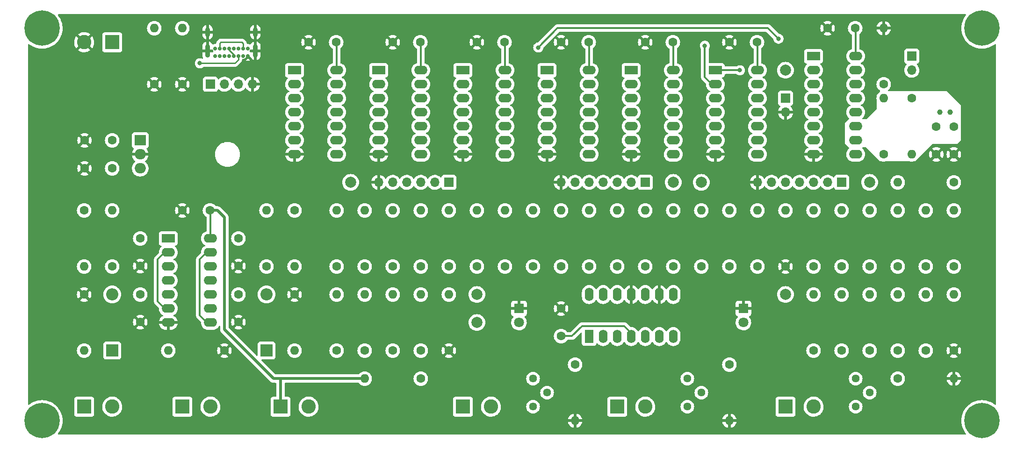
<source format=gbr>
%TF.GenerationSoftware,KiCad,Pcbnew,(6.0.2)*%
%TF.CreationDate,2022-03-13T11:15:41+01:00*%
%TF.ProjectId,TheDAC_v1,54686544-4143-45f7-9631-2e6b69636164,0*%
%TF.SameCoordinates,PX1e47770PY231fb30*%
%TF.FileFunction,Copper,L2,Bot*%
%TF.FilePolarity,Positive*%
%FSLAX46Y46*%
G04 Gerber Fmt 4.6, Leading zero omitted, Abs format (unit mm)*
G04 Created by KiCad (PCBNEW (6.0.2)) date 2022-03-13 11:15:41*
%MOMM*%
%LPD*%
G01*
G04 APERTURE LIST*
%TA.AperFunction,ComponentPad*%
%ADD10R,1.800000X1.800000*%
%TD*%
%TA.AperFunction,ComponentPad*%
%ADD11C,1.800000*%
%TD*%
%TA.AperFunction,ComponentPad*%
%ADD12C,1.600000*%
%TD*%
%TA.AperFunction,ComponentPad*%
%ADD13O,1.600000X1.600000*%
%TD*%
%TA.AperFunction,ComponentPad*%
%ADD14C,2.000000*%
%TD*%
%TA.AperFunction,ComponentPad*%
%ADD15R,2.400000X1.600000*%
%TD*%
%TA.AperFunction,ComponentPad*%
%ADD16O,2.400000X1.600000*%
%TD*%
%TA.AperFunction,ComponentPad*%
%ADD17R,2.600000X2.600000*%
%TD*%
%TA.AperFunction,ComponentPad*%
%ADD18C,2.600000*%
%TD*%
%TA.AperFunction,ComponentPad*%
%ADD19R,2.200000X2.200000*%
%TD*%
%TA.AperFunction,ComponentPad*%
%ADD20O,2.200000X2.200000*%
%TD*%
%TA.AperFunction,ComponentPad*%
%ADD21C,1.440000*%
%TD*%
%TA.AperFunction,ComponentPad*%
%ADD22C,1.000000*%
%TD*%
%TA.AperFunction,ComponentPad*%
%ADD23R,1.700000X1.700000*%
%TD*%
%TA.AperFunction,ComponentPad*%
%ADD24O,1.700000X1.700000*%
%TD*%
%TA.AperFunction,ComponentPad*%
%ADD25R,1.600000X2.400000*%
%TD*%
%TA.AperFunction,ComponentPad*%
%ADD26O,1.600000X2.400000*%
%TD*%
%TA.AperFunction,ComponentPad*%
%ADD27C,0.700000*%
%TD*%
%TA.AperFunction,ComponentPad*%
%ADD28O,0.900000X2.400000*%
%TD*%
%TA.AperFunction,ComponentPad*%
%ADD29O,0.900000X1.700000*%
%TD*%
%TA.AperFunction,ComponentPad*%
%ADD30R,2.000000X1.905000*%
%TD*%
%TA.AperFunction,ComponentPad*%
%ADD31O,2.000000X1.905000*%
%TD*%
%TA.AperFunction,ComponentPad*%
%ADD32C,0.800000*%
%TD*%
%TA.AperFunction,ComponentPad*%
%ADD33C,6.400000*%
%TD*%
%TA.AperFunction,ViaPad*%
%ADD34C,0.800000*%
%TD*%
%TA.AperFunction,Conductor*%
%ADD35C,0.350000*%
%TD*%
%TA.AperFunction,Conductor*%
%ADD36C,0.500000*%
%TD*%
%TA.AperFunction,Conductor*%
%ADD37C,0.250000*%
%TD*%
G04 APERTURE END LIST*
D10*
%TO.P,D4,1*%
%TO.N,GND*%
X130810000Y-54610000D03*
D11*
%TO.P,D4,2*%
%TO.N,Net-(D4-Pad2)*%
X130810000Y-57150000D03*
%TD*%
D12*
%TO.P,R1,1*%
%TO.N,Net-(D1-Pad2)*%
X72390000Y-67310000D03*
D13*
%TO.P,R1,2*%
%TO.N,+5V*%
X62230000Y-67310000D03*
%TD*%
D12*
%TO.P,R2,1*%
%TO.N,GND*%
X36830000Y-62230000D03*
D13*
%TO.P,R2,2*%
%TO.N,/STOP*%
X26670000Y-62230000D03*
%TD*%
D12*
%TO.P,R25,1*%
%TO.N,Net-(R25-Pad1)*%
X77470000Y-46990000D03*
D13*
%TO.P,R25,2*%
%TO.N,/HR_Q0*%
X77470000Y-36830000D03*
%TD*%
D12*
%TO.P,R26,1*%
%TO.N,Net-(R26-Pad1)*%
X72390000Y-46990000D03*
D13*
%TO.P,R26,2*%
%TO.N,/HR_Q1*%
X72390000Y-36830000D03*
%TD*%
D12*
%TO.P,R27,1*%
%TO.N,Net-(R27-Pad1)*%
X67310000Y-46990000D03*
D13*
%TO.P,R27,2*%
%TO.N,/HR_Q2*%
X67310000Y-36830000D03*
%TD*%
D12*
%TO.P,R28,1*%
%TO.N,Net-(R28-Pad1)*%
X62230000Y-46990000D03*
D13*
%TO.P,R28,2*%
%TO.N,/HR_Q3*%
X62230000Y-36830000D03*
%TD*%
D12*
%TO.P,R29,1*%
%TO.N,/HR_A*%
X57150000Y-46990000D03*
D13*
%TO.P,R29,2*%
%TO.N,/HR_Q4*%
X57150000Y-36830000D03*
%TD*%
D12*
%TO.P,R40,1*%
%TO.N,Net-(R26-Pad1)*%
X72390000Y-62230000D03*
D13*
%TO.P,R40,2*%
%TO.N,Net-(R25-Pad1)*%
X72390000Y-52070000D03*
%TD*%
D12*
%TO.P,R41,1*%
%TO.N,Net-(R27-Pad1)*%
X67310000Y-62230000D03*
D13*
%TO.P,R41,2*%
%TO.N,Net-(R26-Pad1)*%
X67310000Y-52070000D03*
%TD*%
D12*
%TO.P,R42,1*%
%TO.N,Net-(R28-Pad1)*%
X62230000Y-62230000D03*
D13*
%TO.P,R42,2*%
%TO.N,Net-(R27-Pad1)*%
X62230000Y-52070000D03*
%TD*%
D12*
%TO.P,R43,1*%
%TO.N,/HR_A*%
X57150000Y-62230000D03*
D13*
%TO.P,R43,2*%
%TO.N,Net-(R28-Pad1)*%
X57150000Y-52070000D03*
%TD*%
D12*
%TO.P,R46,1*%
%TO.N,GND*%
X77470000Y-62230000D03*
D13*
%TO.P,R46,2*%
%TO.N,Net-(R25-Pad1)*%
X77470000Y-52070000D03*
%TD*%
D14*
%TO.P,TP7,1*%
%TO.N,/MIN_A*%
X82550000Y-52070000D03*
%TD*%
%TO.P,TP8,1*%
%TO.N,/HR_A*%
X82550000Y-57150000D03*
%TD*%
D12*
%TO.P,R45,1*%
%TO.N,GND*%
X138430000Y-46990000D03*
D13*
%TO.P,R45,2*%
%TO.N,Net-(R19-Pad1)*%
X138430000Y-36830000D03*
%TD*%
D12*
%TO.P,R39,1*%
%TO.N,/MIN_A*%
X87630000Y-46990000D03*
D13*
%TO.P,R39,2*%
%TO.N,Net-(R23-Pad1)*%
X87630000Y-36830000D03*
%TD*%
D12*
%TO.P,R38,1*%
%TO.N,Net-(R23-Pad1)*%
X97790000Y-46990000D03*
D13*
%TO.P,R38,2*%
%TO.N,Net-(R22-Pad1)*%
X97790000Y-36830000D03*
%TD*%
D12*
%TO.P,R37,1*%
%TO.N,Net-(R22-Pad1)*%
X107950000Y-46990000D03*
D13*
%TO.P,R37,2*%
%TO.N,Net-(R21-Pad1)*%
X107950000Y-36830000D03*
%TD*%
D12*
%TO.P,R36,1*%
%TO.N,Net-(R21-Pad1)*%
X118110000Y-46990000D03*
D13*
%TO.P,R36,2*%
%TO.N,Net-(R20-Pad1)*%
X118110000Y-36830000D03*
%TD*%
D12*
%TO.P,R35,1*%
%TO.N,Net-(R20-Pad1)*%
X128270000Y-46990000D03*
D13*
%TO.P,R35,2*%
%TO.N,Net-(R19-Pad1)*%
X128270000Y-36830000D03*
%TD*%
D12*
%TO.P,R23,1*%
%TO.N,Net-(R23-Pad1)*%
X92710000Y-46990000D03*
D13*
%TO.P,R23,2*%
%TO.N,/MIN_Q4*%
X92710000Y-36830000D03*
%TD*%
D12*
%TO.P,R22,1*%
%TO.N,Net-(R22-Pad1)*%
X102870000Y-46990000D03*
D13*
%TO.P,R22,2*%
%TO.N,/MIN_Q3*%
X102870000Y-36830000D03*
%TD*%
D12*
%TO.P,R21,1*%
%TO.N,Net-(R21-Pad1)*%
X113030000Y-46990000D03*
D13*
%TO.P,R21,2*%
%TO.N,/MIN_Q2*%
X113030000Y-36830000D03*
%TD*%
D12*
%TO.P,R20,1*%
%TO.N,Net-(R20-Pad1)*%
X123190000Y-46990000D03*
D13*
%TO.P,R20,2*%
%TO.N,/MIN_Q1*%
X123190000Y-36830000D03*
%TD*%
D12*
%TO.P,R19,1*%
%TO.N,Net-(R19-Pad1)*%
X133350000Y-46990000D03*
D13*
%TO.P,R19,2*%
%TO.N,/MIN_Q0*%
X133350000Y-36830000D03*
%TD*%
D12*
%TO.P,R24,1*%
%TO.N,/MIN_A*%
X82550000Y-46990000D03*
D13*
%TO.P,R24,2*%
%TO.N,/MIN_Q5*%
X82550000Y-36830000D03*
%TD*%
D15*
%TO.P,U2,1*%
%TO.N,Net-(C8-Pad1)*%
X26670000Y-41910000D03*
D16*
%TO.P,U2,2*%
%TO.N,Net-(U2-Pad2)*%
X26670000Y-44450000D03*
%TO.P,U2,3*%
%TO.N,Net-(U2-Pad3)*%
X26670000Y-46990000D03*
%TO.P,U2,4*%
%TO.N,Net-(C6-Pad1)*%
X26670000Y-49530000D03*
%TO.P,U2,5*%
%TO.N,/8Hz*%
X26670000Y-52070000D03*
%TO.P,U2,6*%
%TO.N,Net-(U2-Pad2)*%
X26670000Y-54610000D03*
%TO.P,U2,7*%
%TO.N,GND*%
X26670000Y-57150000D03*
%TO.P,U2,8*%
%TO.N,Net-(U2-Pad13)*%
X34290000Y-57150000D03*
%TO.P,U2,9*%
%TO.N,Net-(C5-Pad1)*%
X34290000Y-54610000D03*
%TO.P,U2,10*%
%TO.N,/8Hz*%
X34290000Y-52070000D03*
%TO.P,U2,11*%
%TO.N,Net-(U2-Pad11)*%
X34290000Y-49530000D03*
%TO.P,U2,12*%
%TO.N,Net-(C7-Pad1)*%
X34290000Y-46990000D03*
%TO.P,U2,13*%
%TO.N,Net-(U2-Pad13)*%
X34290000Y-44450000D03*
%TO.P,U2,14*%
%TO.N,+5V*%
X34290000Y-41910000D03*
%TD*%
D17*
%TO.P,SW3,1*%
%TO.N,/STOP*%
X11430000Y-72390000D03*
D18*
%TO.P,SW3,2*%
%TO.N,Net-(D3-Pad1)*%
X16510000Y-72390000D03*
%TD*%
D17*
%TO.P,SW2,1*%
%TO.N,/STOP*%
X29210000Y-72390000D03*
D18*
%TO.P,SW2,2*%
%TO.N,Net-(D2-Pad1)*%
X34290000Y-72390000D03*
%TD*%
D12*
%TO.P,R8,1*%
%TO.N,Net-(C6-Pad1)*%
X16510000Y-46990000D03*
D13*
%TO.P,R8,2*%
%TO.N,Net-(D3-Pad1)*%
X16510000Y-36830000D03*
%TD*%
D12*
%TO.P,R7,1*%
%TO.N,Net-(C8-Pad1)*%
X11430000Y-36830000D03*
D13*
%TO.P,R7,2*%
%TO.N,Net-(D3-Pad1)*%
X11430000Y-46990000D03*
%TD*%
D12*
%TO.P,R6,1*%
%TO.N,Net-(C5-Pad1)*%
X44450000Y-46990000D03*
D13*
%TO.P,R6,2*%
%TO.N,Net-(D2-Pad1)*%
X44450000Y-36830000D03*
%TD*%
D12*
%TO.P,R5,1*%
%TO.N,Net-(C7-Pad1)*%
X49530000Y-36830000D03*
D13*
%TO.P,R5,2*%
%TO.N,Net-(D2-Pad1)*%
X49530000Y-46990000D03*
%TD*%
D12*
%TO.P,R4,1*%
%TO.N,GND*%
X11430000Y-52070000D03*
D13*
%TO.P,R4,2*%
%TO.N,Net-(D3-Pad1)*%
X11430000Y-62230000D03*
%TD*%
D12*
%TO.P,R3,1*%
%TO.N,GND*%
X49530000Y-52070000D03*
D13*
%TO.P,R3,2*%
%TO.N,Net-(D2-Pad1)*%
X49530000Y-62230000D03*
%TD*%
D19*
%TO.P,D3,1*%
%TO.N,Net-(D3-Pad1)*%
X16510000Y-62230000D03*
D20*
%TO.P,D3,2*%
%TO.N,Net-(C6-Pad1)*%
X16510000Y-52070000D03*
%TD*%
D12*
%TO.P,C8,1*%
%TO.N,Net-(C8-Pad1)*%
X21590000Y-41910000D03*
%TO.P,C8,2*%
%TO.N,GND*%
X21590000Y-46910000D03*
%TD*%
%TO.P,C6,1*%
%TO.N,Net-(C6-Pad1)*%
X21590000Y-52070000D03*
%TO.P,C6,2*%
%TO.N,GND*%
X21590000Y-57070000D03*
%TD*%
%TO.P,C5,1*%
%TO.N,Net-(C5-Pad1)*%
X39370000Y-52070000D03*
%TO.P,C5,2*%
%TO.N,GND*%
X39370000Y-57070000D03*
%TD*%
%TO.P,C7,1*%
%TO.N,Net-(C7-Pad1)*%
X39370000Y-41910000D03*
%TO.P,C7,2*%
%TO.N,GND*%
X39370000Y-46910000D03*
%TD*%
%TO.P,R50,1*%
%TO.N,GND*%
X29210000Y-13970000D03*
D13*
%TO.P,R50,2*%
%TO.N,Net-(J7-PadB5)*%
X29210000Y-3810000D03*
%TD*%
D21*
%TO.P,RV3,1*%
%TO.N,Net-(R49-Pad1)*%
X92710000Y-67310000D03*
%TO.P,RV3,2*%
%TO.N,Net-(MES3-Pad1)*%
X95250000Y-69850000D03*
%TO.P,RV3,3*%
X92710000Y-72390000D03*
%TD*%
D12*
%TO.P,R49,1*%
%TO.N,Net-(R49-Pad1)*%
X100330000Y-64770000D03*
D13*
%TO.P,R49,2*%
%TO.N,GND*%
X100330000Y-74930000D03*
%TD*%
D12*
%TO.P,R48,1*%
%TO.N,Net-(R48-Pad1)*%
X128270000Y-64770000D03*
D13*
%TO.P,R48,2*%
%TO.N,GND*%
X128270000Y-74930000D03*
%TD*%
D17*
%TO.P,MES3,1*%
%TO.N,Net-(MES3-Pad1)*%
X80010000Y-72390000D03*
D18*
%TO.P,MES3,2*%
%TO.N,Net-(MES3-Pad2)*%
X85090000Y-72390000D03*
%TD*%
D17*
%TO.P,MES2,1*%
%TO.N,Net-(MES2-Pad1)*%
X107950000Y-72390000D03*
D18*
%TO.P,MES2,2*%
%TO.N,Net-(MES2-Pad2)*%
X113030000Y-72390000D03*
%TD*%
D14*
%TO.P,TP1,1*%
%TO.N,Net-(TP1-Pad1)*%
X153670000Y-31750000D03*
%TD*%
D22*
%TO.P,Y1,1*%
%TO.N,Net-(C4-Pad1)*%
X168270000Y-19050000D03*
%TO.P,Y1,2*%
%TO.N,/OSCI*%
X166370000Y-19050000D03*
%TD*%
D14*
%TO.P,TP6,1*%
%TO.N,/SEC_A*%
X138430000Y-52070000D03*
%TD*%
D12*
%TO.P,R11,1*%
%TO.N,/OSCO*%
X156210000Y-26670000D03*
D13*
%TO.P,R11,2*%
%TO.N,/OSCI*%
X156210000Y-16510000D03*
%TD*%
D12*
%TO.P,R10,1*%
%TO.N,Net-(JP1-Pad2)*%
X156210000Y-13970000D03*
D13*
%TO.P,R10,2*%
%TO.N,GND*%
X156210000Y-3810000D03*
%TD*%
D12*
%TO.P,R9,1*%
%TO.N,Net-(C4-Pad1)*%
X161290000Y-16510000D03*
D13*
%TO.P,R9,2*%
%TO.N,/OSCO*%
X161290000Y-26670000D03*
%TD*%
D23*
%TO.P,JP1,1*%
%TO.N,+5V*%
X161290000Y-8890000D03*
D24*
%TO.P,JP1,2*%
%TO.N,Net-(JP1-Pad2)*%
X161290000Y-11430000D03*
%TD*%
D12*
%TO.P,C9,1*%
%TO.N,GND*%
X146050000Y-3810000D03*
%TO.P,C9,2*%
%TO.N,+5V*%
X151050000Y-3810000D03*
%TD*%
%TO.P,C4,1*%
%TO.N,Net-(C4-Pad1)*%
X168910000Y-21670000D03*
%TO.P,C4,2*%
%TO.N,GND*%
X168910000Y-26670000D03*
%TD*%
D25*
%TO.P,U10,1*%
%TO.N,Net-(MES2-Pad2)*%
X102870000Y-59690000D03*
D26*
%TO.P,U10,2*%
%TO.N,Net-(MES2-Pad1)*%
X105410000Y-59690000D03*
%TO.P,U10,3*%
%TO.N,/MIN_A*%
X107950000Y-59690000D03*
%TO.P,U10,4*%
%TO.N,+5V*%
X110490000Y-59690000D03*
%TO.P,U10,5*%
%TO.N,/SEC_A*%
X113030000Y-59690000D03*
%TO.P,U10,6*%
%TO.N,Net-(MES1-Pad1)*%
X115570000Y-59690000D03*
%TO.P,U10,7*%
%TO.N,Net-(MES1-Pad2)*%
X118110000Y-59690000D03*
%TO.P,U10,8*%
%TO.N,Net-(U10-Pad8)*%
X118110000Y-52070000D03*
%TO.P,U10,9*%
%TO.N,GND*%
X115570000Y-52070000D03*
%TO.P,U10,10*%
%TO.N,+5V*%
X113030000Y-52070000D03*
%TO.P,U10,11*%
%TO.N,GND*%
X110490000Y-52070000D03*
%TO.P,U10,12*%
%TO.N,/HR_A*%
X107950000Y-52070000D03*
%TO.P,U10,13*%
%TO.N,Net-(MES3-Pad1)*%
X105410000Y-52070000D03*
%TO.P,U10,14*%
%TO.N,Net-(MES3-Pad2)*%
X102870000Y-52070000D03*
%TD*%
D21*
%TO.P,RV1,1*%
%TO.N,Net-(R47-Pad1)*%
X151130000Y-67310000D03*
%TO.P,RV1,2*%
%TO.N,Net-(MES1-Pad1)*%
X153670000Y-69850000D03*
%TO.P,RV1,3*%
X151130000Y-72390000D03*
%TD*%
D12*
%TO.P,R47,1*%
%TO.N,Net-(R47-Pad1)*%
X158750000Y-67310000D03*
D13*
%TO.P,R47,2*%
%TO.N,GND*%
X168910000Y-67310000D03*
%TD*%
D17*
%TO.P,MES1,1*%
%TO.N,Net-(MES1-Pad1)*%
X138430000Y-72390000D03*
D18*
%TO.P,MES1,2*%
%TO.N,Net-(MES1-Pad2)*%
X143510000Y-72390000D03*
%TD*%
D12*
%TO.P,R44,1*%
%TO.N,GND*%
X168910000Y-62230000D03*
D13*
%TO.P,R44,2*%
%TO.N,Net-(R13-Pad1)*%
X168910000Y-52070000D03*
%TD*%
D12*
%TO.P,R34,1*%
%TO.N,/SEC_A*%
X143510000Y-62230000D03*
D13*
%TO.P,R34,2*%
%TO.N,Net-(R17-Pad1)*%
X143510000Y-52070000D03*
%TD*%
D12*
%TO.P,R33,1*%
%TO.N,Net-(R17-Pad1)*%
X148590000Y-62230000D03*
D13*
%TO.P,R33,2*%
%TO.N,Net-(R16-Pad1)*%
X148590000Y-52070000D03*
%TD*%
D12*
%TO.P,R32,1*%
%TO.N,Net-(R16-Pad1)*%
X153670000Y-62230000D03*
D13*
%TO.P,R32,2*%
%TO.N,Net-(R15-Pad1)*%
X153670000Y-52070000D03*
%TD*%
D12*
%TO.P,R31,1*%
%TO.N,Net-(R15-Pad1)*%
X158750000Y-62230000D03*
D13*
%TO.P,R31,2*%
%TO.N,Net-(R14-Pad1)*%
X158750000Y-52070000D03*
%TD*%
D12*
%TO.P,R30,1*%
%TO.N,Net-(R14-Pad1)*%
X163830000Y-62230000D03*
D13*
%TO.P,R30,2*%
%TO.N,Net-(R13-Pad1)*%
X163830000Y-52070000D03*
%TD*%
D12*
%TO.P,R18,1*%
%TO.N,/SEC_A*%
X143510000Y-46990000D03*
D13*
%TO.P,R18,2*%
%TO.N,/SEC_Q5*%
X143510000Y-36830000D03*
%TD*%
D12*
%TO.P,R17,1*%
%TO.N,Net-(R17-Pad1)*%
X148590000Y-46990000D03*
D13*
%TO.P,R17,2*%
%TO.N,/SEC_Q4*%
X148590000Y-36830000D03*
%TD*%
D12*
%TO.P,R15,1*%
%TO.N,Net-(R15-Pad1)*%
X158750000Y-46990000D03*
D13*
%TO.P,R15,2*%
%TO.N,/SEC_Q2*%
X158750000Y-36830000D03*
%TD*%
D12*
%TO.P,R14,1*%
%TO.N,Net-(R14-Pad1)*%
X163830000Y-46990000D03*
D13*
%TO.P,R14,2*%
%TO.N,/SEC_Q1*%
X163830000Y-36830000D03*
%TD*%
D12*
%TO.P,R13,1*%
%TO.N,Net-(R13-Pad1)*%
X168910000Y-46990000D03*
D13*
%TO.P,R13,2*%
%TO.N,/SEC_Q0*%
X168910000Y-36830000D03*
%TD*%
D12*
%TO.P,R16,1*%
%TO.N,Net-(R16-Pad1)*%
X153670000Y-46990000D03*
D13*
%TO.P,R16,2*%
%TO.N,/SEC_Q3*%
X153670000Y-36830000D03*
%TD*%
D15*
%TO.P,U3,1*%
%TO.N,/8Hz*%
X143510000Y-8890000D03*
D16*
%TO.P,U3,2*%
%TO.N,Net-(U3-Pad2)*%
X143510000Y-11430000D03*
%TO.P,U3,3*%
%TO.N,/2Hz*%
X143510000Y-13970000D03*
%TO.P,U3,4*%
%TO.N,Net-(U3-Pad4)*%
X143510000Y-16510000D03*
%TO.P,U3,5*%
%TO.N,Net-(U3-Pad5)*%
X143510000Y-19050000D03*
%TO.P,U3,6*%
%TO.N,Net-(U3-Pad6)*%
X143510000Y-21590000D03*
%TO.P,U3,7*%
%TO.N,Net-(U3-Pad7)*%
X143510000Y-24130000D03*
%TO.P,U3,8*%
%TO.N,GND*%
X143510000Y-26670000D03*
%TO.P,U3,9*%
%TO.N,Net-(TP1-Pad1)*%
X151130000Y-26670000D03*
%TO.P,U3,10*%
%TO.N,/OSCO*%
X151130000Y-24130000D03*
%TO.P,U3,11*%
%TO.N,/OSCI*%
X151130000Y-21590000D03*
%TO.P,U3,12*%
%TO.N,Net-(JP1-Pad2)*%
X151130000Y-19050000D03*
%TO.P,U3,13*%
%TO.N,Net-(U3-Pad13)*%
X151130000Y-16510000D03*
%TO.P,U3,14*%
%TO.N,Net-(U3-Pad14)*%
X151130000Y-13970000D03*
%TO.P,U3,15*%
%TO.N,Net-(U3-Pad15)*%
X151130000Y-11430000D03*
%TO.P,U3,16*%
%TO.N,+5V*%
X151130000Y-8890000D03*
%TD*%
D23*
%TO.P,J5,1*%
%TO.N,/MIN_Q0*%
X113030000Y-31750000D03*
D24*
%TO.P,J5,2*%
%TO.N,/MIN_Q1*%
X110490000Y-31750000D03*
%TO.P,J5,3*%
%TO.N,/MIN_Q2*%
X107950000Y-31750000D03*
%TO.P,J5,4*%
%TO.N,/MIN_Q3*%
X105410000Y-31750000D03*
%TO.P,J5,5*%
%TO.N,/MIN_Q4*%
X102870000Y-31750000D03*
%TO.P,J5,6*%
%TO.N,/MIN_Q5*%
X100330000Y-31750000D03*
%TO.P,J5,7*%
%TO.N,GND*%
X97790000Y-31750000D03*
%TD*%
D23*
%TO.P,J3,1*%
%TO.N,/HR_Q0*%
X77470000Y-31750000D03*
D24*
%TO.P,J3,2*%
%TO.N,/HR_Q1*%
X74930000Y-31750000D03*
%TO.P,J3,3*%
%TO.N,/HR_Q2*%
X72390000Y-31750000D03*
%TO.P,J3,4*%
%TO.N,/HR_Q3*%
X69850000Y-31750000D03*
%TO.P,J3,5*%
%TO.N,/HR_Q4*%
X67310000Y-31750000D03*
%TO.P,J3,6*%
%TO.N,GND*%
X64770000Y-31750000D03*
%TD*%
D12*
%TO.P,C3,1*%
%TO.N,/OSCI*%
X165735000Y-21670000D03*
%TO.P,C3,2*%
%TO.N,GND*%
X165735000Y-26670000D03*
%TD*%
D15*
%TO.P,U6,1*%
%TO.N,/2Hz*%
X125730000Y-11430000D03*
D16*
%TO.P,U6,2*%
%TO.N,Net-(U5-Pad13)*%
X125730000Y-13970000D03*
%TO.P,U6,3*%
%TO.N,/SEC_Q5*%
X125730000Y-16510000D03*
%TO.P,U6,4*%
%TO.N,/SEC_Q4*%
X125730000Y-19050000D03*
%TO.P,U6,5*%
%TO.N,/SEC_Q3*%
X125730000Y-21590000D03*
%TO.P,U6,6*%
%TO.N,/SEC_Q2*%
X125730000Y-24130000D03*
%TO.P,U6,7*%
%TO.N,GND*%
X125730000Y-26670000D03*
%TO.P,U6,8*%
%TO.N,Net-(U6-Pad8)*%
X133350000Y-26670000D03*
%TO.P,U6,9*%
%TO.N,/SEC_Q1*%
X133350000Y-24130000D03*
%TO.P,U6,10*%
%TO.N,Net-(U6-Pad10)*%
X133350000Y-21590000D03*
%TO.P,U6,11*%
%TO.N,/SEC_Q0*%
X133350000Y-19050000D03*
%TO.P,U6,12*%
%TO.N,/1Hz*%
X133350000Y-16510000D03*
%TO.P,U6,13*%
%TO.N,Net-(U6-Pad13)*%
X133350000Y-13970000D03*
%TO.P,U6,14*%
%TO.N,+5V*%
X133350000Y-11430000D03*
%TD*%
D14*
%TO.P,TP5,1*%
%TO.N,Net-(TP5-Pad1)*%
X59690000Y-31750000D03*
%TD*%
%TO.P,TP4,1*%
%TO.N,Net-(TP4-Pad1)*%
X118110000Y-31750000D03*
%TD*%
%TO.P,TP2,1*%
%TO.N,/2Hz*%
X138430000Y-11430000D03*
%TD*%
D15*
%TO.P,U4,1*%
%TO.N,Net-(U2-Pad3)*%
X49530000Y-11430000D03*
D16*
%TO.P,U4,2*%
X49530000Y-13970000D03*
%TO.P,U4,3*%
%TO.N,Net-(U4-Pad3)*%
X49530000Y-16510000D03*
%TO.P,U4,4*%
%TO.N,Net-(U2-Pad11)*%
X49530000Y-19050000D03*
%TO.P,U4,5*%
X49530000Y-21590000D03*
%TO.P,U4,6*%
%TO.N,Net-(U4-Pad6)*%
X49530000Y-24130000D03*
%TO.P,U4,7*%
%TO.N,GND*%
X49530000Y-26670000D03*
%TO.P,U4,8*%
%TO.N,Net-(U4-Pad12)*%
X57150000Y-26670000D03*
%TO.P,U4,9*%
%TO.N,/HR_Q3*%
X57150000Y-24130000D03*
%TO.P,U4,10*%
%TO.N,/HR_Q4*%
X57150000Y-21590000D03*
%TO.P,U4,11*%
%TO.N,Net-(TP5-Pad1)*%
X57150000Y-19050000D03*
%TO.P,U4,12*%
%TO.N,Net-(U4-Pad12)*%
X57150000Y-16510000D03*
%TO.P,U4,13*%
X57150000Y-13970000D03*
%TO.P,U4,14*%
%TO.N,+5V*%
X57150000Y-11430000D03*
%TD*%
D15*
%TO.P,U5,1*%
%TO.N,Net-(U5-Pad1)*%
X80010000Y-11430000D03*
D16*
%TO.P,U5,2*%
%TO.N,Net-(TP3-Pad1)*%
X80010000Y-13970000D03*
%TO.P,U5,3*%
%TO.N,Net-(U4-Pad6)*%
X80010000Y-16510000D03*
%TO.P,U5,4*%
%TO.N,Net-(U5-Pad4)*%
X80010000Y-19050000D03*
%TO.P,U5,5*%
%TO.N,Net-(TP4-Pad1)*%
X80010000Y-21590000D03*
%TO.P,U5,6*%
%TO.N,Net-(U4-Pad3)*%
X80010000Y-24130000D03*
%TO.P,U5,7*%
%TO.N,GND*%
X80010000Y-26670000D03*
%TO.P,U5,8*%
%TO.N,/STOP*%
X87630000Y-26670000D03*
%TO.P,U5,9*%
%TO.N,Net-(TP3-Pad1)*%
X87630000Y-24130000D03*
%TO.P,U5,10*%
%TO.N,Net-(U5-Pad10)*%
X87630000Y-21590000D03*
%TO.P,U5,11*%
X87630000Y-19050000D03*
%TO.P,U5,12*%
X87630000Y-16510000D03*
%TO.P,U5,13*%
%TO.N,Net-(U5-Pad13)*%
X87630000Y-13970000D03*
%TO.P,U5,14*%
%TO.N,+5V*%
X87630000Y-11430000D03*
%TD*%
D23*
%TO.P,J6,1*%
%TO.N,/1Hz*%
X138430000Y-16510000D03*
D24*
%TO.P,J6,2*%
%TO.N,GND*%
X138430000Y-19050000D03*
%TD*%
D12*
%TO.P,C17,1*%
%TO.N,GND*%
X82550000Y-6350000D03*
%TO.P,C17,2*%
%TO.N,+5V*%
X87550000Y-6350000D03*
%TD*%
%TO.P,C16,1*%
%TO.N,GND*%
X113030000Y-6350000D03*
%TO.P,C16,2*%
%TO.N,+5V*%
X118030000Y-6350000D03*
%TD*%
%TO.P,C14,1*%
%TO.N,GND*%
X52070000Y-6350000D03*
%TO.P,C14,2*%
%TO.N,+5V*%
X57070000Y-6350000D03*
%TD*%
%TO.P,C12,1*%
%TO.N,GND*%
X67310000Y-6350000D03*
%TO.P,C12,2*%
%TO.N,+5V*%
X72310000Y-6350000D03*
%TD*%
%TO.P,C11,1*%
%TO.N,GND*%
X97790000Y-6350000D03*
%TO.P,C11,2*%
%TO.N,+5V*%
X102790000Y-6350000D03*
%TD*%
%TO.P,C10,1*%
%TO.N,GND*%
X128270000Y-6350000D03*
%TO.P,C10,2*%
%TO.N,+5V*%
X133270000Y-6350000D03*
%TD*%
D15*
%TO.P,U8,1*%
%TO.N,Net-(U5-Pad1)*%
X95250000Y-11430000D03*
D16*
%TO.P,U8,2*%
%TO.N,Net-(TP4-Pad1)*%
X95250000Y-13970000D03*
%TO.P,U8,3*%
%TO.N,Net-(U8-Pad3)*%
X95250000Y-16510000D03*
%TO.P,U8,4*%
%TO.N,/MIN_Q5*%
X95250000Y-19050000D03*
%TO.P,U8,5*%
%TO.N,/MIN_Q4*%
X95250000Y-21590000D03*
%TO.P,U8,6*%
%TO.N,/MIN_Q3*%
X95250000Y-24130000D03*
%TO.P,U8,7*%
%TO.N,GND*%
X95250000Y-26670000D03*
%TO.P,U8,8*%
%TO.N,Net-(U8-Pad8)*%
X102870000Y-26670000D03*
%TO.P,U8,9*%
%TO.N,/MIN_Q2*%
X102870000Y-24130000D03*
%TO.P,U8,10*%
%TO.N,Net-(U8-Pad10)*%
X102870000Y-21590000D03*
%TO.P,U8,11*%
%TO.N,/MIN_Q1*%
X102870000Y-19050000D03*
%TO.P,U8,12*%
%TO.N,/MIN_Q0*%
X102870000Y-16510000D03*
%TO.P,U8,13*%
%TO.N,Net-(U8-Pad13)*%
X102870000Y-13970000D03*
%TO.P,U8,14*%
%TO.N,+5V*%
X102870000Y-11430000D03*
%TD*%
D15*
%TO.P,U9,1*%
%TO.N,Net-(U5-Pad4)*%
X64770000Y-11430000D03*
D16*
%TO.P,U9,2*%
%TO.N,Net-(TP5-Pad1)*%
X64770000Y-13970000D03*
%TO.P,U9,3*%
%TO.N,Net-(U9-Pad3)*%
X64770000Y-16510000D03*
%TO.P,U9,4*%
%TO.N,Net-(U9-Pad4)*%
X64770000Y-19050000D03*
%TO.P,U9,5*%
%TO.N,/HR_Q4*%
X64770000Y-21590000D03*
%TO.P,U9,6*%
%TO.N,/HR_Q3*%
X64770000Y-24130000D03*
%TO.P,U9,7*%
%TO.N,GND*%
X64770000Y-26670000D03*
%TO.P,U9,8*%
%TO.N,Net-(U9-Pad8)*%
X72390000Y-26670000D03*
%TO.P,U9,9*%
%TO.N,/HR_Q2*%
X72390000Y-24130000D03*
%TO.P,U9,10*%
%TO.N,Net-(U9-Pad10)*%
X72390000Y-21590000D03*
%TO.P,U9,11*%
%TO.N,/HR_Q1*%
X72390000Y-19050000D03*
%TO.P,U9,12*%
%TO.N,/HR_Q0*%
X72390000Y-16510000D03*
%TO.P,U9,13*%
%TO.N,Net-(U9-Pad13)*%
X72390000Y-13970000D03*
%TO.P,U9,14*%
%TO.N,+5V*%
X72390000Y-11430000D03*
%TD*%
D21*
%TO.P,RV2,1*%
%TO.N,Net-(R48-Pad1)*%
X120650000Y-67310000D03*
%TO.P,RV2,2*%
%TO.N,Net-(MES2-Pad1)*%
X123190000Y-69850000D03*
%TO.P,RV2,3*%
X120650000Y-72390000D03*
%TD*%
D12*
%TO.P,R12,1*%
%TO.N,Net-(D4-Pad2)*%
X168910000Y-31750000D03*
D13*
%TO.P,R12,2*%
%TO.N,/1Hz*%
X158750000Y-31750000D03*
%TD*%
D14*
%TO.P,TP3,1*%
%TO.N,Net-(TP3-Pad1)*%
X123190000Y-31750000D03*
%TD*%
D10*
%TO.P,D1,1*%
%TO.N,GND*%
X90170000Y-54610000D03*
D11*
%TO.P,D1,2*%
%TO.N,Net-(D1-Pad2)*%
X90170000Y-57150000D03*
%TD*%
D17*
%TO.P,SW1,1*%
%TO.N,+5V*%
X46990000Y-72390000D03*
D18*
%TO.P,SW1,2*%
%TO.N,/STOP*%
X52070000Y-72390000D03*
%TD*%
D27*
%TO.P,J7,A1*%
%TO.N,GND*%
X41084500Y-8890000D03*
%TO.P,J7,A4*%
%TO.N,+5V*%
X40234500Y-8890000D03*
%TO.P,J7,A5*%
%TO.N,Net-(J7-PadA5)*%
X39384500Y-8890000D03*
%TO.P,J7,A6*%
%TO.N,/D+*%
X38534500Y-8890000D03*
%TO.P,J7,A7*%
%TO.N,/D-*%
X37684500Y-8890000D03*
%TO.P,J7,A8*%
%TO.N,Net-(J7-PadA8)*%
X36834500Y-8890000D03*
%TO.P,J7,A9*%
%TO.N,+5V*%
X35984500Y-8890000D03*
%TO.P,J7,A12*%
%TO.N,GND*%
X35134500Y-8890000D03*
%TO.P,J7,B1*%
X35134500Y-7540000D03*
%TO.P,J7,B4*%
%TO.N,+5V*%
X35984500Y-7540000D03*
%TO.P,J7,B5*%
%TO.N,Net-(J7-PadB5)*%
X36834500Y-7540000D03*
%TO.P,J7,B6*%
%TO.N,/D+*%
X37684500Y-7540000D03*
%TO.P,J7,B7*%
%TO.N,/D-*%
X38534500Y-7540000D03*
%TO.P,J7,B8*%
%TO.N,Net-(J7-PadB8)*%
X39384500Y-7540000D03*
%TO.P,J7,B9*%
%TO.N,+5V*%
X40234500Y-7540000D03*
%TO.P,J7,B12*%
%TO.N,GND*%
X41084500Y-7540000D03*
D28*
%TO.P,J7,S1*%
X33784500Y-7910000D03*
X42434500Y-7910000D03*
D29*
X42434500Y-4530000D03*
X33784500Y-4530000D03*
%TD*%
D12*
%TO.P,C2,1*%
%TO.N,+5V*%
X16510000Y-29210000D03*
%TO.P,C2,2*%
%TO.N,GND*%
X11510000Y-29210000D03*
%TD*%
%TO.P,C1,1*%
%TO.N,+12V*%
X16510000Y-24130000D03*
%TO.P,C1,2*%
%TO.N,GND*%
X11510000Y-24130000D03*
%TD*%
%TO.P,C15,1*%
%TO.N,GND*%
X97790000Y-54610000D03*
%TO.P,C15,2*%
%TO.N,+5V*%
X97790000Y-59610000D03*
%TD*%
D17*
%TO.P,J1,1*%
%TO.N,+12V*%
X16510000Y-6350000D03*
D18*
%TO.P,J1,2*%
%TO.N,GND*%
X11430000Y-6350000D03*
%TD*%
D23*
%TO.P,J2,1*%
%TO.N,+5V*%
X34290000Y-13970000D03*
D24*
%TO.P,J2,2*%
%TO.N,/D-*%
X36830000Y-13970000D03*
%TO.P,J2,3*%
%TO.N,/D+*%
X39370000Y-13970000D03*
%TO.P,J2,4*%
%TO.N,GND*%
X41910000Y-13970000D03*
%TD*%
D30*
%TO.P,U1,1*%
%TO.N,+12V*%
X21590000Y-24130000D03*
D31*
%TO.P,U1,2*%
%TO.N,GND*%
X21590000Y-26670000D03*
%TO.P,U1,3*%
%TO.N,+5V*%
X21590000Y-29210000D03*
%TD*%
D12*
%TO.P,R51,1*%
%TO.N,GND*%
X24130000Y-13970000D03*
D13*
%TO.P,R51,2*%
%TO.N,Net-(J7-PadA5)*%
X24130000Y-3810000D03*
%TD*%
D12*
%TO.P,C13,1*%
%TO.N,GND*%
X29210000Y-36830000D03*
%TO.P,C13,2*%
%TO.N,+5V*%
X34210000Y-36830000D03*
%TD*%
D32*
%TO.P,H1,1*%
%TO.N,N/C*%
X2112944Y-2112944D03*
X2112944Y-5507056D03*
X1410000Y-3810000D03*
X3810000Y-6210000D03*
X6210000Y-3810000D03*
X3810000Y-1410000D03*
X5507056Y-5507056D03*
D33*
X3810000Y-3810000D03*
D32*
X5507056Y-2112944D03*
%TD*%
%TO.P,H2,1*%
%TO.N,N/C*%
X6210000Y-74930000D03*
X2112944Y-73232944D03*
X5507056Y-76627056D03*
X1410000Y-74930000D03*
X5507056Y-73232944D03*
X3810000Y-72530000D03*
X2112944Y-76627056D03*
D33*
X3810000Y-74930000D03*
D32*
X3810000Y-77330000D03*
%TD*%
D33*
%TO.P,H3,1*%
%TO.N,N/C*%
X173990000Y-3810000D03*
D32*
X175687056Y-2112944D03*
X171590000Y-3810000D03*
X172292944Y-5507056D03*
X173990000Y-1410000D03*
X176390000Y-3810000D03*
X175687056Y-5507056D03*
X173990000Y-6210000D03*
X172292944Y-2112944D03*
%TD*%
%TO.P,H4,1*%
%TO.N,N/C*%
X173990000Y-77330000D03*
X172292944Y-73232944D03*
X175687056Y-73232944D03*
X176390000Y-74930000D03*
X171590000Y-74930000D03*
D33*
X173990000Y-74930000D03*
D32*
X175687056Y-76627056D03*
X172292944Y-76627056D03*
X173990000Y-72530000D03*
%TD*%
D15*
%TO.P,U7,1*%
%TO.N,/MIN_Q5*%
X110490000Y-11430000D03*
D16*
%TO.P,U7,2*%
%TO.N,/MIN_Q4*%
X110490000Y-13970000D03*
%TO.P,U7,3*%
%TO.N,N/C*%
X110490000Y-16510000D03*
%TO.P,U7,4*%
%TO.N,/MIN_Q3*%
X110490000Y-19050000D03*
%TO.P,U7,5*%
%TO.N,/MIN_Q2*%
X110490000Y-21590000D03*
%TO.P,U7,6*%
%TO.N,Net-(TP4-Pad1)*%
X110490000Y-24130000D03*
%TO.P,U7,7*%
%TO.N,GND*%
X110490000Y-26670000D03*
%TO.P,U7,8*%
%TO.N,Net-(TP3-Pad1)*%
X118110000Y-26670000D03*
%TO.P,U7,9*%
%TO.N,/SEC_Q2*%
X118110000Y-24130000D03*
%TO.P,U7,10*%
%TO.N,/SEC_Q3*%
X118110000Y-21590000D03*
%TO.P,U7,11*%
%TO.N,N/C*%
X118110000Y-19050000D03*
%TO.P,U7,12*%
%TO.N,/SEC_Q4*%
X118110000Y-16510000D03*
%TO.P,U7,13*%
%TO.N,/SEC_Q5*%
X118110000Y-13970000D03*
%TO.P,U7,14*%
%TO.N,+5V*%
X118110000Y-11430000D03*
%TD*%
D23*
%TO.P,J4,1*%
%TO.N,/SEC_Q0*%
X148590000Y-31750000D03*
D24*
%TO.P,J4,2*%
%TO.N,/SEC_Q1*%
X146050000Y-31750000D03*
%TO.P,J4,3*%
%TO.N,/SEC_Q2*%
X143510000Y-31750000D03*
%TO.P,J4,4*%
%TO.N,/SEC_Q3*%
X140970000Y-31750000D03*
%TO.P,J4,5*%
%TO.N,/SEC_Q4*%
X138430000Y-31750000D03*
%TO.P,J4,6*%
%TO.N,/SEC_Q5*%
X135890000Y-31750000D03*
%TO.P,J4,7*%
%TO.N,GND*%
X133350000Y-31750000D03*
%TD*%
D19*
%TO.P,D2,1*%
%TO.N,Net-(D2-Pad1)*%
X44450000Y-62230000D03*
D20*
%TO.P,D2,2*%
%TO.N,Net-(C5-Pad1)*%
X44450000Y-52070000D03*
%TD*%
D34*
%TO.N,GND*%
X41910000Y-26670000D03*
X30480000Y-33020000D03*
X33020000Y-33020000D03*
X40640000Y-20320000D03*
X33020000Y-20320000D03*
X43180000Y-27940000D03*
X34290000Y-19050000D03*
X41910000Y-21590000D03*
X41910000Y-19050000D03*
X35560000Y-33020000D03*
X29210000Y-19050000D03*
X39370000Y-19050000D03*
X30480000Y-20320000D03*
X25400000Y-20320000D03*
X36830000Y-19050000D03*
X35560000Y-20320000D03*
X38100000Y-33020000D03*
X26670000Y-19050000D03*
X43180000Y-25400000D03*
X25400000Y-33020000D03*
X31750000Y-19050000D03*
X38100000Y-20320000D03*
X27940000Y-33020000D03*
X36830000Y-34290000D03*
X41910000Y-24130000D03*
X43180000Y-20320000D03*
X41910000Y-29210000D03*
X27940000Y-20320000D03*
X43180000Y-22860000D03*
X34290000Y-34290000D03*
%TO.N,Net-(J7-PadA5)*%
X32385000Y-10160000D03*
%TO.N,/2Hz*%
X130175000Y-11430000D03*
%TO.N,/8Hz*%
X137160000Y-5715000D03*
X93662500Y-7302500D03*
%TO.N,Net-(U5-Pad13)*%
X123825000Y-6985000D03*
%TD*%
D35*
%TO.N,+5V*%
X133350000Y-11430000D02*
X133350000Y-6430000D01*
X72390000Y-6430000D02*
X72310000Y-6350000D01*
X72390000Y-11430000D02*
X72390000Y-6430000D01*
X87630000Y-6430000D02*
X87550000Y-6350000D01*
X118110000Y-6430000D02*
X118030000Y-6350000D01*
X57150000Y-11430000D02*
X57150000Y-6430000D01*
X102870000Y-11430000D02*
X102870000Y-6350000D01*
X118110000Y-11430000D02*
X118110000Y-6430000D01*
X57150000Y-6430000D02*
X57070000Y-6350000D01*
X87630000Y-11430000D02*
X87630000Y-6430000D01*
X34290000Y-36910000D02*
X34210000Y-36830000D01*
X99775000Y-59610000D02*
X97790000Y-59610000D01*
D36*
X36830000Y-58420000D02*
X45720000Y-67310000D01*
X62230000Y-67310000D02*
X46990000Y-67310000D01*
D35*
X151130000Y-3890000D02*
X151050000Y-3810000D01*
X151130000Y-8890000D02*
X151130000Y-3890000D01*
X34290000Y-41910000D02*
X34290000Y-36910000D01*
D37*
X36195000Y-6350000D02*
X35984500Y-6560500D01*
X40234500Y-7540000D02*
X40234500Y-6579500D01*
X40234500Y-6579500D02*
X40005000Y-6350000D01*
D36*
X34210000Y-36830000D02*
X35560000Y-36830000D01*
X46990000Y-67310000D02*
X46990000Y-72390000D01*
X45720000Y-67310000D02*
X46990000Y-67310000D01*
D35*
X109220000Y-57785000D02*
X101600000Y-57785000D01*
X101600000Y-57785000D02*
X99775000Y-59610000D01*
D37*
X35984500Y-6560500D02*
X35984500Y-7540000D01*
D36*
X36830000Y-38100000D02*
X36830000Y-58420000D01*
D37*
X40005000Y-6350000D02*
X36195000Y-6350000D01*
D35*
X110490000Y-59055000D02*
X109220000Y-57785000D01*
X110490000Y-59690000D02*
X110490000Y-59055000D01*
D36*
X35560000Y-36830000D02*
X36830000Y-38100000D01*
D37*
%TO.N,Net-(J7-PadA5)*%
X38735000Y-10160000D02*
X32385000Y-10160000D01*
X39384500Y-9510500D02*
X38735000Y-10160000D01*
X39384500Y-8890000D02*
X39384500Y-9510500D01*
D35*
%TO.N,/2Hz*%
X125730000Y-11430000D02*
X130175000Y-11430000D01*
%TO.N,Net-(U2-Pad13)*%
X32385000Y-55880000D02*
X32385000Y-45720000D01*
X33655000Y-44450000D02*
X34290000Y-44450000D01*
X32385000Y-45720000D02*
X33655000Y-44450000D01*
X33655000Y-57150000D02*
X32385000Y-55880000D01*
X34290000Y-57150000D02*
X33655000Y-57150000D01*
%TO.N,/8Hz*%
X137160000Y-5715000D02*
X135255000Y-3810000D01*
X97155000Y-3810000D02*
X93662500Y-7302500D01*
X135255000Y-3810000D02*
X97155000Y-3810000D01*
%TO.N,Net-(U5-Pad13)*%
X125095000Y-13970000D02*
X125730000Y-13970000D01*
X123825000Y-12700000D02*
X125095000Y-13970000D01*
X123825000Y-6985000D02*
X123825000Y-12700000D01*
%TO.N,Net-(U2-Pad2)*%
X26670000Y-54610000D02*
X26035000Y-54610000D01*
X26035000Y-44450000D02*
X26670000Y-44450000D01*
X24765000Y-45720000D02*
X26035000Y-44450000D01*
X26035000Y-54610000D02*
X24765000Y-53340000D01*
X24765000Y-53340000D02*
X24765000Y-45720000D01*
D37*
%TO.N,/D+*%
X38534500Y-8626000D02*
X38534500Y-8890000D01*
X37684500Y-7540000D02*
X37684500Y-7776000D01*
X37684500Y-7776000D02*
X38534500Y-8626000D01*
%TD*%
%TA.AperFunction,Conductor*%
%TO.N,GND*%
G36*
X171078860Y-1290002D02*
G01*
X171125353Y-1343658D01*
X171135457Y-1413932D01*
X171108659Y-1475294D01*
X170987725Y-1624635D01*
X170987718Y-1624644D01*
X170985643Y-1627207D01*
X170773938Y-1953206D01*
X170597468Y-2299547D01*
X170596284Y-2302632D01*
X170491457Y-2575716D01*
X170458167Y-2662438D01*
X170357562Y-3037901D01*
X170335110Y-3179659D01*
X170305959Y-3363708D01*
X170296754Y-3421824D01*
X170276411Y-3810000D01*
X170296754Y-4198176D01*
X170297267Y-4201416D01*
X170297268Y-4201424D01*
X170357044Y-4578831D01*
X170357562Y-4582099D01*
X170458167Y-4957562D01*
X170459352Y-4960650D01*
X170459353Y-4960652D01*
X170504386Y-5077967D01*
X170597468Y-5320453D01*
X170598966Y-5323393D01*
X170758733Y-5636952D01*
X170773938Y-5666794D01*
X170775734Y-5669560D01*
X170775736Y-5669563D01*
X170957180Y-5948964D01*
X170985643Y-5992793D01*
X171037517Y-6056852D01*
X171223644Y-6286698D01*
X171230266Y-6294876D01*
X171505124Y-6569734D01*
X171507682Y-6571806D01*
X171507686Y-6571809D01*
X171577749Y-6628545D01*
X171807207Y-6814357D01*
X171809970Y-6816152D01*
X171809971Y-6816152D01*
X172110021Y-7011006D01*
X172133205Y-7026062D01*
X172136139Y-7027557D01*
X172136146Y-7027561D01*
X172425371Y-7174928D01*
X172479547Y-7202532D01*
X172501253Y-7210864D01*
X172806152Y-7327904D01*
X172842438Y-7341833D01*
X173217901Y-7442438D01*
X173421793Y-7474732D01*
X173598576Y-7502732D01*
X173598584Y-7502733D01*
X173601824Y-7503246D01*
X173990000Y-7523589D01*
X174378176Y-7503246D01*
X174381416Y-7502733D01*
X174381424Y-7502732D01*
X174558207Y-7474732D01*
X174762099Y-7442438D01*
X175137562Y-7341833D01*
X175173849Y-7327904D01*
X175478747Y-7210864D01*
X175500453Y-7202532D01*
X175554629Y-7174928D01*
X175843854Y-7027561D01*
X175843861Y-7027557D01*
X175846795Y-7026062D01*
X175869980Y-7011006D01*
X176170029Y-6816152D01*
X176170030Y-6816152D01*
X176172793Y-6814357D01*
X176175356Y-6812282D01*
X176175365Y-6812275D01*
X176324706Y-6691341D01*
X176390233Y-6664015D01*
X176460131Y-6676455D01*
X176512208Y-6724709D01*
X176530000Y-6789261D01*
X176530000Y-71950739D01*
X176509998Y-72018860D01*
X176456342Y-72065353D01*
X176386068Y-72075457D01*
X176324706Y-72048659D01*
X176175365Y-71927725D01*
X176175356Y-71927718D01*
X176172793Y-71925643D01*
X176078381Y-71864331D01*
X175849564Y-71715736D01*
X175849561Y-71715734D01*
X175846795Y-71713938D01*
X175843861Y-71712443D01*
X175843854Y-71712439D01*
X175503393Y-71538966D01*
X175500453Y-71537468D01*
X175137562Y-71398167D01*
X174762099Y-71297562D01*
X174558207Y-71265268D01*
X174381424Y-71237268D01*
X174381416Y-71237267D01*
X174378176Y-71236754D01*
X173990000Y-71216411D01*
X173601824Y-71236754D01*
X173598584Y-71237267D01*
X173598576Y-71237268D01*
X173421793Y-71265268D01*
X173217901Y-71297562D01*
X172842438Y-71398167D01*
X172479547Y-71537468D01*
X172476607Y-71538966D01*
X172136147Y-71712439D01*
X172136140Y-71712443D01*
X172133206Y-71713938D01*
X171807207Y-71925643D01*
X171692094Y-72018860D01*
X171559057Y-72126592D01*
X171505124Y-72170266D01*
X171230266Y-72445124D01*
X170985643Y-72747207D01*
X170983848Y-72749970D01*
X170983848Y-72749971D01*
X170812035Y-73014542D01*
X170773938Y-73073206D01*
X170772443Y-73076140D01*
X170772439Y-73076147D01*
X170642694Y-73330786D01*
X170597468Y-73419547D01*
X170458167Y-73782438D01*
X170357562Y-74157901D01*
X170350533Y-74202283D01*
X170297815Y-74535126D01*
X170296754Y-74541824D01*
X170276411Y-74930000D01*
X170296754Y-75318176D01*
X170357562Y-75702099D01*
X170458167Y-76077562D01*
X170597468Y-76440453D01*
X170773938Y-76786794D01*
X170985643Y-77112793D01*
X170987718Y-77115356D01*
X170987725Y-77115365D01*
X171108659Y-77264706D01*
X171135985Y-77330233D01*
X171123545Y-77400131D01*
X171075291Y-77452208D01*
X171010739Y-77470000D01*
X6789261Y-77470000D01*
X6721140Y-77449998D01*
X6674647Y-77396342D01*
X6664543Y-77326068D01*
X6691341Y-77264706D01*
X6812275Y-77115365D01*
X6812282Y-77115356D01*
X6814357Y-77112793D01*
X7026062Y-76786794D01*
X7202532Y-76440453D01*
X7341833Y-76077562D01*
X7442438Y-75702099D01*
X7503246Y-75318176D01*
X7509621Y-75196522D01*
X99047273Y-75196522D01*
X99094764Y-75373761D01*
X99098510Y-75384053D01*
X99190586Y-75581511D01*
X99196069Y-75591007D01*
X99321028Y-75769467D01*
X99328084Y-75777875D01*
X99482125Y-75931916D01*
X99490533Y-75938972D01*
X99668993Y-76063931D01*
X99678489Y-76069414D01*
X99875947Y-76161490D01*
X99886239Y-76165236D01*
X100058503Y-76211394D01*
X100072599Y-76211058D01*
X100076000Y-76203116D01*
X100076000Y-76197967D01*
X100584000Y-76197967D01*
X100587973Y-76211498D01*
X100596522Y-76212727D01*
X100773761Y-76165236D01*
X100784053Y-76161490D01*
X100981511Y-76069414D01*
X100991007Y-76063931D01*
X101169467Y-75938972D01*
X101177875Y-75931916D01*
X101331916Y-75777875D01*
X101338972Y-75769467D01*
X101463931Y-75591007D01*
X101469414Y-75581511D01*
X101561490Y-75384053D01*
X101565236Y-75373761D01*
X101611394Y-75201497D01*
X101611275Y-75196522D01*
X126987273Y-75196522D01*
X127034764Y-75373761D01*
X127038510Y-75384053D01*
X127130586Y-75581511D01*
X127136069Y-75591007D01*
X127261028Y-75769467D01*
X127268084Y-75777875D01*
X127422125Y-75931916D01*
X127430533Y-75938972D01*
X127608993Y-76063931D01*
X127618489Y-76069414D01*
X127815947Y-76161490D01*
X127826239Y-76165236D01*
X127998503Y-76211394D01*
X128012599Y-76211058D01*
X128016000Y-76203116D01*
X128016000Y-76197967D01*
X128524000Y-76197967D01*
X128527973Y-76211498D01*
X128536522Y-76212727D01*
X128713761Y-76165236D01*
X128724053Y-76161490D01*
X128921511Y-76069414D01*
X128931007Y-76063931D01*
X129109467Y-75938972D01*
X129117875Y-75931916D01*
X129271916Y-75777875D01*
X129278972Y-75769467D01*
X129403931Y-75591007D01*
X129409414Y-75581511D01*
X129501490Y-75384053D01*
X129505236Y-75373761D01*
X129551394Y-75201497D01*
X129551058Y-75187401D01*
X129543116Y-75184000D01*
X128542115Y-75184000D01*
X128526876Y-75188475D01*
X128525671Y-75189865D01*
X128524000Y-75197548D01*
X128524000Y-76197967D01*
X128016000Y-76197967D01*
X128016000Y-75202115D01*
X128011525Y-75186876D01*
X128010135Y-75185671D01*
X128002452Y-75184000D01*
X127002033Y-75184000D01*
X126988502Y-75187973D01*
X126987273Y-75196522D01*
X101611275Y-75196522D01*
X101611058Y-75187401D01*
X101603116Y-75184000D01*
X100602115Y-75184000D01*
X100586876Y-75188475D01*
X100585671Y-75189865D01*
X100584000Y-75197548D01*
X100584000Y-76197967D01*
X100076000Y-76197967D01*
X100076000Y-75202115D01*
X100071525Y-75186876D01*
X100070135Y-75185671D01*
X100062452Y-75184000D01*
X99062033Y-75184000D01*
X99048502Y-75187973D01*
X99047273Y-75196522D01*
X7509621Y-75196522D01*
X7523589Y-74930000D01*
X7509361Y-74658503D01*
X99048606Y-74658503D01*
X99048942Y-74672599D01*
X99056884Y-74676000D01*
X100057885Y-74676000D01*
X100073124Y-74671525D01*
X100074329Y-74670135D01*
X100076000Y-74662452D01*
X100076000Y-74657885D01*
X100584000Y-74657885D01*
X100588475Y-74673124D01*
X100589865Y-74674329D01*
X100597548Y-74676000D01*
X101597967Y-74676000D01*
X101611498Y-74672027D01*
X101612727Y-74663478D01*
X101611394Y-74658503D01*
X126988606Y-74658503D01*
X126988942Y-74672599D01*
X126996884Y-74676000D01*
X127997885Y-74676000D01*
X128013124Y-74671525D01*
X128014329Y-74670135D01*
X128016000Y-74662452D01*
X128016000Y-74657885D01*
X128524000Y-74657885D01*
X128528475Y-74673124D01*
X128529865Y-74674329D01*
X128537548Y-74676000D01*
X129537967Y-74676000D01*
X129551498Y-74672027D01*
X129552727Y-74663478D01*
X129505236Y-74486239D01*
X129501490Y-74475947D01*
X129409414Y-74278489D01*
X129403931Y-74268993D01*
X129278972Y-74090533D01*
X129271916Y-74082125D01*
X129117875Y-73928084D01*
X129109467Y-73921028D01*
X128931007Y-73796069D01*
X128921511Y-73790586D01*
X128809027Y-73738134D01*
X136621500Y-73738134D01*
X136628255Y-73800316D01*
X136679385Y-73936705D01*
X136766739Y-74053261D01*
X136883295Y-74140615D01*
X137019684Y-74191745D01*
X137081866Y-74198500D01*
X139778134Y-74198500D01*
X139840316Y-74191745D01*
X139976705Y-74140615D01*
X140093261Y-74053261D01*
X140180615Y-73936705D01*
X140231745Y-73800316D01*
X140238500Y-73738134D01*
X140238500Y-72342526D01*
X141697050Y-72342526D01*
X141709947Y-72611019D01*
X141762388Y-72874656D01*
X141853220Y-73127646D01*
X141855432Y-73131762D01*
X141855433Y-73131765D01*
X141884884Y-73186576D01*
X141980450Y-73364431D01*
X141983241Y-73368168D01*
X141983245Y-73368175D01*
X142047947Y-73454821D01*
X142141281Y-73579810D01*
X142144590Y-73583090D01*
X142144595Y-73583096D01*
X142328863Y-73765762D01*
X142332180Y-73769050D01*
X142335942Y-73771808D01*
X142335945Y-73771811D01*
X142384912Y-73807715D01*
X142548954Y-73927995D01*
X142553089Y-73930171D01*
X142553093Y-73930173D01*
X142782698Y-74050975D01*
X142786840Y-74053154D01*
X143040613Y-74141775D01*
X143045206Y-74142647D01*
X143300109Y-74191042D01*
X143300112Y-74191042D01*
X143304698Y-74191913D01*
X143432370Y-74196929D01*
X143568625Y-74202283D01*
X143568630Y-74202283D01*
X143573293Y-74202466D01*
X143677607Y-74191042D01*
X143835844Y-74173713D01*
X143835850Y-74173712D01*
X143840497Y-74173203D01*
X143898618Y-74157901D01*
X144095918Y-74105956D01*
X144095920Y-74105955D01*
X144100441Y-74104765D01*
X144207795Y-74058642D01*
X144343120Y-74000502D01*
X144343122Y-74000501D01*
X144347414Y-73998657D01*
X144472861Y-73921028D01*
X144572017Y-73859669D01*
X144572021Y-73859666D01*
X144575990Y-73857210D01*
X144781149Y-73683530D01*
X144958382Y-73481434D01*
X144971977Y-73460299D01*
X145101269Y-73259291D01*
X145103797Y-73255361D01*
X145214199Y-73010278D01*
X145251209Y-72879051D01*
X145285893Y-72756072D01*
X145285894Y-72756069D01*
X145287163Y-72751568D01*
X145305242Y-72609457D01*
X145320688Y-72488045D01*
X145320688Y-72488041D01*
X145321086Y-72484915D01*
X145323571Y-72390000D01*
X149896807Y-72390000D01*
X149915542Y-72604142D01*
X149971178Y-72811777D01*
X149973500Y-72816757D01*
X149973501Y-72816759D01*
X150002549Y-72879051D01*
X150062024Y-73006596D01*
X150185319Y-73182681D01*
X150337319Y-73334681D01*
X150513403Y-73457976D01*
X150518381Y-73460297D01*
X150518384Y-73460299D01*
X150703241Y-73546499D01*
X150708223Y-73548822D01*
X150713531Y-73550244D01*
X150713533Y-73550245D01*
X150910543Y-73603034D01*
X150910545Y-73603034D01*
X150915858Y-73604458D01*
X151130000Y-73623193D01*
X151344142Y-73604458D01*
X151349455Y-73603034D01*
X151349457Y-73603034D01*
X151546467Y-73550245D01*
X151546469Y-73550244D01*
X151551777Y-73548822D01*
X151556759Y-73546499D01*
X151741616Y-73460299D01*
X151741619Y-73460297D01*
X151746597Y-73457976D01*
X151922681Y-73334681D01*
X152074681Y-73182681D01*
X152197976Y-73006596D01*
X152257452Y-72879051D01*
X152286499Y-72816759D01*
X152286500Y-72816757D01*
X152288822Y-72811777D01*
X152344458Y-72604142D01*
X152363193Y-72390000D01*
X152344458Y-72175858D01*
X152330010Y-72121937D01*
X152290245Y-71973533D01*
X152290244Y-71973531D01*
X152288822Y-71968223D01*
X152280669Y-71950739D01*
X152200299Y-71778385D01*
X152200297Y-71778382D01*
X152197976Y-71773404D01*
X152074681Y-71597319D01*
X151922681Y-71445319D01*
X151746597Y-71322024D01*
X151741619Y-71319703D01*
X151741616Y-71319701D01*
X151556759Y-71233501D01*
X151556758Y-71233500D01*
X151551777Y-71231178D01*
X151546469Y-71229756D01*
X151546467Y-71229755D01*
X151349457Y-71176966D01*
X151349455Y-71176966D01*
X151344142Y-71175542D01*
X151130000Y-71156807D01*
X150915858Y-71175542D01*
X150910545Y-71176966D01*
X150910543Y-71176966D01*
X150713533Y-71229755D01*
X150713531Y-71229756D01*
X150708223Y-71231178D01*
X150703243Y-71233500D01*
X150703241Y-71233501D01*
X150518385Y-71319701D01*
X150518382Y-71319703D01*
X150513404Y-71322024D01*
X150337319Y-71445319D01*
X150185319Y-71597319D01*
X150062024Y-71773404D01*
X150059703Y-71778382D01*
X150059701Y-71778385D01*
X149979331Y-71950739D01*
X149971178Y-71968223D01*
X149969756Y-71973531D01*
X149969755Y-71973533D01*
X149929990Y-72121937D01*
X149915542Y-72175858D01*
X149896807Y-72390000D01*
X145323571Y-72390000D01*
X145303650Y-72121937D01*
X145294101Y-72079735D01*
X145245361Y-71864331D01*
X145245360Y-71864326D01*
X145244327Y-71859763D01*
X145146902Y-71609238D01*
X145013518Y-71375864D01*
X144973562Y-71325179D01*
X144903853Y-71236754D01*
X144847105Y-71164769D01*
X144651317Y-70980591D01*
X144453407Y-70843295D01*
X144434299Y-70830039D01*
X144434296Y-70830037D01*
X144430457Y-70827374D01*
X144426264Y-70825306D01*
X144193564Y-70710551D01*
X144193561Y-70710550D01*
X144189376Y-70708486D01*
X144141745Y-70693239D01*
X144087621Y-70675914D01*
X143933370Y-70626538D01*
X143928763Y-70625788D01*
X143928760Y-70625787D01*
X143715337Y-70591029D01*
X143668063Y-70583330D01*
X143537719Y-70581624D01*
X143403961Y-70579873D01*
X143403958Y-70579873D01*
X143399284Y-70579812D01*
X143132937Y-70616060D01*
X142874874Y-70691278D01*
X142630763Y-70803815D01*
X142626854Y-70806378D01*
X142409881Y-70948631D01*
X142409876Y-70948635D01*
X142405968Y-70951197D01*
X142308188Y-71038469D01*
X142280666Y-71063034D01*
X142205426Y-71130188D01*
X142033544Y-71336854D01*
X141894096Y-71566656D01*
X141790148Y-71814545D01*
X141723981Y-72075077D01*
X141697050Y-72342526D01*
X140238500Y-72342526D01*
X140238500Y-71041866D01*
X140231745Y-70979684D01*
X140180615Y-70843295D01*
X140093261Y-70726739D01*
X139976705Y-70639385D01*
X139840316Y-70588255D01*
X139778134Y-70581500D01*
X137081866Y-70581500D01*
X137019684Y-70588255D01*
X136883295Y-70639385D01*
X136766739Y-70726739D01*
X136679385Y-70843295D01*
X136628255Y-70979684D01*
X136621500Y-71041866D01*
X136621500Y-73738134D01*
X128809027Y-73738134D01*
X128724053Y-73698510D01*
X128713761Y-73694764D01*
X128541497Y-73648606D01*
X128527401Y-73648942D01*
X128524000Y-73656884D01*
X128524000Y-74657885D01*
X128016000Y-74657885D01*
X128016000Y-73662033D01*
X128012027Y-73648502D01*
X128003478Y-73647273D01*
X127826239Y-73694764D01*
X127815947Y-73698510D01*
X127618489Y-73790586D01*
X127608993Y-73796069D01*
X127430533Y-73921028D01*
X127422125Y-73928084D01*
X127268084Y-74082125D01*
X127261028Y-74090533D01*
X127136069Y-74268993D01*
X127130586Y-74278489D01*
X127038510Y-74475947D01*
X127034764Y-74486239D01*
X126988606Y-74658503D01*
X101611394Y-74658503D01*
X101565236Y-74486239D01*
X101561490Y-74475947D01*
X101469414Y-74278489D01*
X101463931Y-74268993D01*
X101338972Y-74090533D01*
X101331916Y-74082125D01*
X101177875Y-73928084D01*
X101169467Y-73921028D01*
X100991007Y-73796069D01*
X100981511Y-73790586D01*
X100869027Y-73738134D01*
X106141500Y-73738134D01*
X106148255Y-73800316D01*
X106199385Y-73936705D01*
X106286739Y-74053261D01*
X106403295Y-74140615D01*
X106539684Y-74191745D01*
X106601866Y-74198500D01*
X109298134Y-74198500D01*
X109360316Y-74191745D01*
X109496705Y-74140615D01*
X109613261Y-74053261D01*
X109700615Y-73936705D01*
X109751745Y-73800316D01*
X109758500Y-73738134D01*
X109758500Y-72342526D01*
X111217050Y-72342526D01*
X111229947Y-72611019D01*
X111282388Y-72874656D01*
X111373220Y-73127646D01*
X111375432Y-73131762D01*
X111375433Y-73131765D01*
X111404884Y-73186576D01*
X111500450Y-73364431D01*
X111503241Y-73368168D01*
X111503245Y-73368175D01*
X111567947Y-73454821D01*
X111661281Y-73579810D01*
X111664590Y-73583090D01*
X111664595Y-73583096D01*
X111848863Y-73765762D01*
X111852180Y-73769050D01*
X111855942Y-73771808D01*
X111855945Y-73771811D01*
X111904912Y-73807715D01*
X112068954Y-73927995D01*
X112073089Y-73930171D01*
X112073093Y-73930173D01*
X112302698Y-74050975D01*
X112306840Y-74053154D01*
X112560613Y-74141775D01*
X112565206Y-74142647D01*
X112820109Y-74191042D01*
X112820112Y-74191042D01*
X112824698Y-74191913D01*
X112952370Y-74196929D01*
X113088625Y-74202283D01*
X113088630Y-74202283D01*
X113093293Y-74202466D01*
X113197607Y-74191042D01*
X113355844Y-74173713D01*
X113355850Y-74173712D01*
X113360497Y-74173203D01*
X113418618Y-74157901D01*
X113615918Y-74105956D01*
X113615920Y-74105955D01*
X113620441Y-74104765D01*
X113727795Y-74058642D01*
X113863120Y-74000502D01*
X113863122Y-74000501D01*
X113867414Y-73998657D01*
X113992861Y-73921028D01*
X114092017Y-73859669D01*
X114092021Y-73859666D01*
X114095990Y-73857210D01*
X114301149Y-73683530D01*
X114478382Y-73481434D01*
X114491977Y-73460299D01*
X114621269Y-73259291D01*
X114623797Y-73255361D01*
X114734199Y-73010278D01*
X114771209Y-72879051D01*
X114805893Y-72756072D01*
X114805894Y-72756069D01*
X114807163Y-72751568D01*
X114825242Y-72609457D01*
X114840688Y-72488045D01*
X114840688Y-72488041D01*
X114841086Y-72484915D01*
X114843571Y-72390000D01*
X119416807Y-72390000D01*
X119435542Y-72604142D01*
X119491178Y-72811777D01*
X119493500Y-72816757D01*
X119493501Y-72816759D01*
X119522549Y-72879051D01*
X119582024Y-73006596D01*
X119705319Y-73182681D01*
X119857319Y-73334681D01*
X120033403Y-73457976D01*
X120038381Y-73460297D01*
X120038384Y-73460299D01*
X120223241Y-73546499D01*
X120228223Y-73548822D01*
X120233531Y-73550244D01*
X120233533Y-73550245D01*
X120430543Y-73603034D01*
X120430545Y-73603034D01*
X120435858Y-73604458D01*
X120650000Y-73623193D01*
X120864142Y-73604458D01*
X120869455Y-73603034D01*
X120869457Y-73603034D01*
X121066467Y-73550245D01*
X121066469Y-73550244D01*
X121071777Y-73548822D01*
X121076759Y-73546499D01*
X121261616Y-73460299D01*
X121261619Y-73460297D01*
X121266597Y-73457976D01*
X121442681Y-73334681D01*
X121594681Y-73182681D01*
X121717976Y-73006596D01*
X121777452Y-72879051D01*
X121806499Y-72816759D01*
X121806500Y-72816757D01*
X121808822Y-72811777D01*
X121864458Y-72604142D01*
X121883193Y-72390000D01*
X121864458Y-72175858D01*
X121850010Y-72121937D01*
X121810245Y-71973533D01*
X121810244Y-71973531D01*
X121808822Y-71968223D01*
X121800669Y-71950739D01*
X121720299Y-71778385D01*
X121720297Y-71778382D01*
X121717976Y-71773404D01*
X121594681Y-71597319D01*
X121442681Y-71445319D01*
X121266597Y-71322024D01*
X121261619Y-71319703D01*
X121261616Y-71319701D01*
X121076759Y-71233501D01*
X121076758Y-71233500D01*
X121071777Y-71231178D01*
X121066469Y-71229756D01*
X121066467Y-71229755D01*
X120869457Y-71176966D01*
X120869455Y-71176966D01*
X120864142Y-71175542D01*
X120650000Y-71156807D01*
X120435858Y-71175542D01*
X120430545Y-71176966D01*
X120430543Y-71176966D01*
X120233533Y-71229755D01*
X120233531Y-71229756D01*
X120228223Y-71231178D01*
X120223243Y-71233500D01*
X120223241Y-71233501D01*
X120038385Y-71319701D01*
X120038382Y-71319703D01*
X120033404Y-71322024D01*
X119857319Y-71445319D01*
X119705319Y-71597319D01*
X119582024Y-71773404D01*
X119579703Y-71778382D01*
X119579701Y-71778385D01*
X119499331Y-71950739D01*
X119491178Y-71968223D01*
X119489756Y-71973531D01*
X119489755Y-71973533D01*
X119449990Y-72121937D01*
X119435542Y-72175858D01*
X119416807Y-72390000D01*
X114843571Y-72390000D01*
X114823650Y-72121937D01*
X114814101Y-72079735D01*
X114765361Y-71864331D01*
X114765360Y-71864326D01*
X114764327Y-71859763D01*
X114666902Y-71609238D01*
X114533518Y-71375864D01*
X114493562Y-71325179D01*
X114423853Y-71236754D01*
X114367105Y-71164769D01*
X114171317Y-70980591D01*
X113973407Y-70843295D01*
X113954299Y-70830039D01*
X113954296Y-70830037D01*
X113950457Y-70827374D01*
X113946264Y-70825306D01*
X113713564Y-70710551D01*
X113713561Y-70710550D01*
X113709376Y-70708486D01*
X113661745Y-70693239D01*
X113607621Y-70675914D01*
X113453370Y-70626538D01*
X113448763Y-70625788D01*
X113448760Y-70625787D01*
X113235337Y-70591029D01*
X113188063Y-70583330D01*
X113057719Y-70581624D01*
X112923961Y-70579873D01*
X112923958Y-70579873D01*
X112919284Y-70579812D01*
X112652937Y-70616060D01*
X112394874Y-70691278D01*
X112150763Y-70803815D01*
X112146854Y-70806378D01*
X111929881Y-70948631D01*
X111929876Y-70948635D01*
X111925968Y-70951197D01*
X111828188Y-71038469D01*
X111800666Y-71063034D01*
X111725426Y-71130188D01*
X111553544Y-71336854D01*
X111414096Y-71566656D01*
X111310148Y-71814545D01*
X111243981Y-72075077D01*
X111217050Y-72342526D01*
X109758500Y-72342526D01*
X109758500Y-71041866D01*
X109751745Y-70979684D01*
X109700615Y-70843295D01*
X109613261Y-70726739D01*
X109496705Y-70639385D01*
X109360316Y-70588255D01*
X109298134Y-70581500D01*
X106601866Y-70581500D01*
X106539684Y-70588255D01*
X106403295Y-70639385D01*
X106286739Y-70726739D01*
X106199385Y-70843295D01*
X106148255Y-70979684D01*
X106141500Y-71041866D01*
X106141500Y-73738134D01*
X100869027Y-73738134D01*
X100784053Y-73698510D01*
X100773761Y-73694764D01*
X100601497Y-73648606D01*
X100587401Y-73648942D01*
X100584000Y-73656884D01*
X100584000Y-74657885D01*
X100076000Y-74657885D01*
X100076000Y-73662033D01*
X100072027Y-73648502D01*
X100063478Y-73647273D01*
X99886239Y-73694764D01*
X99875947Y-73698510D01*
X99678489Y-73790586D01*
X99668993Y-73796069D01*
X99490533Y-73921028D01*
X99482125Y-73928084D01*
X99328084Y-74082125D01*
X99321028Y-74090533D01*
X99196069Y-74268993D01*
X99190586Y-74278489D01*
X99098510Y-74475947D01*
X99094764Y-74486239D01*
X99048606Y-74658503D01*
X7509361Y-74658503D01*
X7503246Y-74541824D01*
X7502186Y-74535126D01*
X7449467Y-74202283D01*
X7442438Y-74157901D01*
X7341833Y-73782438D01*
X7324826Y-73738134D01*
X9621500Y-73738134D01*
X9628255Y-73800316D01*
X9679385Y-73936705D01*
X9766739Y-74053261D01*
X9883295Y-74140615D01*
X10019684Y-74191745D01*
X10081866Y-74198500D01*
X12778134Y-74198500D01*
X12840316Y-74191745D01*
X12976705Y-74140615D01*
X13093261Y-74053261D01*
X13180615Y-73936705D01*
X13231745Y-73800316D01*
X13238500Y-73738134D01*
X13238500Y-72342526D01*
X14697050Y-72342526D01*
X14709947Y-72611019D01*
X14762388Y-72874656D01*
X14853220Y-73127646D01*
X14855432Y-73131762D01*
X14855433Y-73131765D01*
X14884884Y-73186576D01*
X14980450Y-73364431D01*
X14983241Y-73368168D01*
X14983245Y-73368175D01*
X15047947Y-73454821D01*
X15141281Y-73579810D01*
X15144590Y-73583090D01*
X15144595Y-73583096D01*
X15328863Y-73765762D01*
X15332180Y-73769050D01*
X15335942Y-73771808D01*
X15335945Y-73771811D01*
X15384912Y-73807715D01*
X15548954Y-73927995D01*
X15553089Y-73930171D01*
X15553093Y-73930173D01*
X15782698Y-74050975D01*
X15786840Y-74053154D01*
X16040613Y-74141775D01*
X16045206Y-74142647D01*
X16300109Y-74191042D01*
X16300112Y-74191042D01*
X16304698Y-74191913D01*
X16432370Y-74196929D01*
X16568625Y-74202283D01*
X16568630Y-74202283D01*
X16573293Y-74202466D01*
X16677607Y-74191042D01*
X16835844Y-74173713D01*
X16835850Y-74173712D01*
X16840497Y-74173203D01*
X16898618Y-74157901D01*
X17095918Y-74105956D01*
X17095920Y-74105955D01*
X17100441Y-74104765D01*
X17207795Y-74058642D01*
X17343120Y-74000502D01*
X17343122Y-74000501D01*
X17347414Y-73998657D01*
X17472861Y-73921028D01*
X17572017Y-73859669D01*
X17572021Y-73859666D01*
X17575990Y-73857210D01*
X17716648Y-73738134D01*
X27401500Y-73738134D01*
X27408255Y-73800316D01*
X27459385Y-73936705D01*
X27546739Y-74053261D01*
X27663295Y-74140615D01*
X27799684Y-74191745D01*
X27861866Y-74198500D01*
X30558134Y-74198500D01*
X30620316Y-74191745D01*
X30756705Y-74140615D01*
X30873261Y-74053261D01*
X30960615Y-73936705D01*
X31011745Y-73800316D01*
X31018500Y-73738134D01*
X31018500Y-72342526D01*
X32477050Y-72342526D01*
X32489947Y-72611019D01*
X32542388Y-72874656D01*
X32633220Y-73127646D01*
X32635432Y-73131762D01*
X32635433Y-73131765D01*
X32664884Y-73186576D01*
X32760450Y-73364431D01*
X32763241Y-73368168D01*
X32763245Y-73368175D01*
X32827947Y-73454821D01*
X32921281Y-73579810D01*
X32924590Y-73583090D01*
X32924595Y-73583096D01*
X33108863Y-73765762D01*
X33112180Y-73769050D01*
X33115942Y-73771808D01*
X33115945Y-73771811D01*
X33164912Y-73807715D01*
X33328954Y-73927995D01*
X33333089Y-73930171D01*
X33333093Y-73930173D01*
X33562698Y-74050975D01*
X33566840Y-74053154D01*
X33820613Y-74141775D01*
X33825206Y-74142647D01*
X34080109Y-74191042D01*
X34080112Y-74191042D01*
X34084698Y-74191913D01*
X34212370Y-74196929D01*
X34348625Y-74202283D01*
X34348630Y-74202283D01*
X34353293Y-74202466D01*
X34457607Y-74191042D01*
X34615844Y-74173713D01*
X34615850Y-74173712D01*
X34620497Y-74173203D01*
X34678618Y-74157901D01*
X34875918Y-74105956D01*
X34875920Y-74105955D01*
X34880441Y-74104765D01*
X34987795Y-74058642D01*
X35123120Y-74000502D01*
X35123122Y-74000501D01*
X35127414Y-73998657D01*
X35252861Y-73921028D01*
X35352017Y-73859669D01*
X35352021Y-73859666D01*
X35355990Y-73857210D01*
X35561149Y-73683530D01*
X35738382Y-73481434D01*
X35751977Y-73460299D01*
X35881269Y-73259291D01*
X35883797Y-73255361D01*
X35994199Y-73010278D01*
X36031209Y-72879051D01*
X36065893Y-72756072D01*
X36065894Y-72756069D01*
X36067163Y-72751568D01*
X36085242Y-72609457D01*
X36100688Y-72488045D01*
X36100688Y-72488041D01*
X36101086Y-72484915D01*
X36103571Y-72390000D01*
X36083650Y-72121937D01*
X36074101Y-72079735D01*
X36025361Y-71864331D01*
X36025360Y-71864326D01*
X36024327Y-71859763D01*
X35926902Y-71609238D01*
X35793518Y-71375864D01*
X35753562Y-71325179D01*
X35683853Y-71236754D01*
X35627105Y-71164769D01*
X35431317Y-70980591D01*
X35233407Y-70843295D01*
X35214299Y-70830039D01*
X35214296Y-70830037D01*
X35210457Y-70827374D01*
X35206264Y-70825306D01*
X34973564Y-70710551D01*
X34973561Y-70710550D01*
X34969376Y-70708486D01*
X34921745Y-70693239D01*
X34867621Y-70675914D01*
X34713370Y-70626538D01*
X34708763Y-70625788D01*
X34708760Y-70625787D01*
X34495337Y-70591029D01*
X34448063Y-70583330D01*
X34317719Y-70581624D01*
X34183961Y-70579873D01*
X34183958Y-70579873D01*
X34179284Y-70579812D01*
X33912937Y-70616060D01*
X33654874Y-70691278D01*
X33410763Y-70803815D01*
X33406854Y-70806378D01*
X33189881Y-70948631D01*
X33189876Y-70948635D01*
X33185968Y-70951197D01*
X33088188Y-71038469D01*
X33060666Y-71063034D01*
X32985426Y-71130188D01*
X32813544Y-71336854D01*
X32674096Y-71566656D01*
X32570148Y-71814545D01*
X32503981Y-72075077D01*
X32477050Y-72342526D01*
X31018500Y-72342526D01*
X31018500Y-71041866D01*
X31011745Y-70979684D01*
X30960615Y-70843295D01*
X30873261Y-70726739D01*
X30756705Y-70639385D01*
X30620316Y-70588255D01*
X30558134Y-70581500D01*
X27861866Y-70581500D01*
X27799684Y-70588255D01*
X27663295Y-70639385D01*
X27546739Y-70726739D01*
X27459385Y-70843295D01*
X27408255Y-70979684D01*
X27401500Y-71041866D01*
X27401500Y-73738134D01*
X17716648Y-73738134D01*
X17781149Y-73683530D01*
X17958382Y-73481434D01*
X17971977Y-73460299D01*
X18101269Y-73259291D01*
X18103797Y-73255361D01*
X18214199Y-73010278D01*
X18251209Y-72879051D01*
X18285893Y-72756072D01*
X18285894Y-72756069D01*
X18287163Y-72751568D01*
X18305242Y-72609457D01*
X18320688Y-72488045D01*
X18320688Y-72488041D01*
X18321086Y-72484915D01*
X18323571Y-72390000D01*
X18303650Y-72121937D01*
X18294101Y-72079735D01*
X18245361Y-71864331D01*
X18245360Y-71864326D01*
X18244327Y-71859763D01*
X18146902Y-71609238D01*
X18013518Y-71375864D01*
X17973562Y-71325179D01*
X17903853Y-71236754D01*
X17847105Y-71164769D01*
X17651317Y-70980591D01*
X17453407Y-70843295D01*
X17434299Y-70830039D01*
X17434296Y-70830037D01*
X17430457Y-70827374D01*
X17426264Y-70825306D01*
X17193564Y-70710551D01*
X17193561Y-70710550D01*
X17189376Y-70708486D01*
X17141745Y-70693239D01*
X17087621Y-70675914D01*
X16933370Y-70626538D01*
X16928763Y-70625788D01*
X16928760Y-70625787D01*
X16715337Y-70591029D01*
X16668063Y-70583330D01*
X16537719Y-70581624D01*
X16403961Y-70579873D01*
X16403958Y-70579873D01*
X16399284Y-70579812D01*
X16132937Y-70616060D01*
X15874874Y-70691278D01*
X15630763Y-70803815D01*
X15626854Y-70806378D01*
X15409881Y-70948631D01*
X15409876Y-70948635D01*
X15405968Y-70951197D01*
X15308188Y-71038469D01*
X15280666Y-71063034D01*
X15205426Y-71130188D01*
X15033544Y-71336854D01*
X14894096Y-71566656D01*
X14790148Y-71814545D01*
X14723981Y-72075077D01*
X14697050Y-72342526D01*
X13238500Y-72342526D01*
X13238500Y-71041866D01*
X13231745Y-70979684D01*
X13180615Y-70843295D01*
X13093261Y-70726739D01*
X12976705Y-70639385D01*
X12840316Y-70588255D01*
X12778134Y-70581500D01*
X10081866Y-70581500D01*
X10019684Y-70588255D01*
X9883295Y-70639385D01*
X9766739Y-70726739D01*
X9679385Y-70843295D01*
X9628255Y-70979684D01*
X9621500Y-71041866D01*
X9621500Y-73738134D01*
X7324826Y-73738134D01*
X7202532Y-73419547D01*
X7157306Y-73330786D01*
X7027561Y-73076147D01*
X7027557Y-73076140D01*
X7026062Y-73073206D01*
X6987966Y-73014542D01*
X6816152Y-72749971D01*
X6816152Y-72749970D01*
X6814357Y-72747207D01*
X6569734Y-72445124D01*
X6294876Y-72170266D01*
X6240944Y-72126592D01*
X6107906Y-72018860D01*
X5992793Y-71925643D01*
X5898381Y-71864331D01*
X5669564Y-71715736D01*
X5669561Y-71715734D01*
X5666795Y-71713938D01*
X5663861Y-71712443D01*
X5663854Y-71712439D01*
X5323393Y-71538966D01*
X5320453Y-71537468D01*
X4957562Y-71398167D01*
X4582099Y-71297562D01*
X4378207Y-71265268D01*
X4201424Y-71237268D01*
X4201416Y-71237267D01*
X4198176Y-71236754D01*
X3810000Y-71216411D01*
X3421824Y-71236754D01*
X3418584Y-71237267D01*
X3418576Y-71237268D01*
X3241793Y-71265268D01*
X3037901Y-71297562D01*
X2662438Y-71398167D01*
X2299547Y-71537468D01*
X2296607Y-71538966D01*
X1956147Y-71712439D01*
X1956140Y-71712443D01*
X1953206Y-71713938D01*
X1627207Y-71925643D01*
X1624644Y-71927718D01*
X1624635Y-71927725D01*
X1475294Y-72048659D01*
X1409767Y-72075985D01*
X1339869Y-72063545D01*
X1287792Y-72015291D01*
X1270000Y-71950739D01*
X1270000Y-62230000D01*
X10116502Y-62230000D01*
X10136457Y-62458087D01*
X10137881Y-62463400D01*
X10137881Y-62463402D01*
X10175025Y-62602022D01*
X10195716Y-62679243D01*
X10198039Y-62684224D01*
X10198039Y-62684225D01*
X10290151Y-62881762D01*
X10290154Y-62881767D01*
X10292477Y-62886749D01*
X10423802Y-63074300D01*
X10585700Y-63236198D01*
X10590208Y-63239355D01*
X10590211Y-63239357D01*
X10668389Y-63294098D01*
X10773251Y-63367523D01*
X10778233Y-63369846D01*
X10778238Y-63369849D01*
X10974765Y-63461490D01*
X10980757Y-63464284D01*
X10986065Y-63465706D01*
X10986067Y-63465707D01*
X11196598Y-63522119D01*
X11196600Y-63522119D01*
X11201913Y-63523543D01*
X11430000Y-63543498D01*
X11658087Y-63523543D01*
X11663400Y-63522119D01*
X11663402Y-63522119D01*
X11873933Y-63465707D01*
X11873935Y-63465706D01*
X11879243Y-63464284D01*
X11885235Y-63461490D01*
X12063995Y-63378134D01*
X14901500Y-63378134D01*
X14908255Y-63440316D01*
X14959385Y-63576705D01*
X15046739Y-63693261D01*
X15163295Y-63780615D01*
X15299684Y-63831745D01*
X15361866Y-63838500D01*
X17658134Y-63838500D01*
X17720316Y-63831745D01*
X17856705Y-63780615D01*
X17973261Y-63693261D01*
X18060615Y-63576705D01*
X18111745Y-63440316D01*
X18118500Y-63378134D01*
X18118500Y-62230000D01*
X25356502Y-62230000D01*
X25376457Y-62458087D01*
X25377881Y-62463400D01*
X25377881Y-62463402D01*
X25415025Y-62602022D01*
X25435716Y-62679243D01*
X25438039Y-62684224D01*
X25438039Y-62684225D01*
X25530151Y-62881762D01*
X25530154Y-62881767D01*
X25532477Y-62886749D01*
X25663802Y-63074300D01*
X25825700Y-63236198D01*
X25830208Y-63239355D01*
X25830211Y-63239357D01*
X25908389Y-63294098D01*
X26013251Y-63367523D01*
X26018233Y-63369846D01*
X26018238Y-63369849D01*
X26214765Y-63461490D01*
X26220757Y-63464284D01*
X26226065Y-63465706D01*
X26226067Y-63465707D01*
X26436598Y-63522119D01*
X26436600Y-63522119D01*
X26441913Y-63523543D01*
X26670000Y-63543498D01*
X26898087Y-63523543D01*
X26903400Y-63522119D01*
X26903402Y-63522119D01*
X27113933Y-63465707D01*
X27113935Y-63465706D01*
X27119243Y-63464284D01*
X27125235Y-63461490D01*
X27321762Y-63369849D01*
X27321767Y-63369846D01*
X27326749Y-63367523D01*
X27400243Y-63316062D01*
X36108493Y-63316062D01*
X36117789Y-63328077D01*
X36168994Y-63363931D01*
X36178489Y-63369414D01*
X36375947Y-63461490D01*
X36386239Y-63465236D01*
X36596688Y-63521625D01*
X36607481Y-63523528D01*
X36824525Y-63542517D01*
X36835475Y-63542517D01*
X37052519Y-63523528D01*
X37063312Y-63521625D01*
X37273761Y-63465236D01*
X37284053Y-63461490D01*
X37481511Y-63369414D01*
X37491006Y-63363931D01*
X37543048Y-63327491D01*
X37551424Y-63317012D01*
X37544356Y-63303566D01*
X36842812Y-62602022D01*
X36828868Y-62594408D01*
X36827035Y-62594539D01*
X36820420Y-62598790D01*
X36114923Y-63304287D01*
X36108493Y-63316062D01*
X27400243Y-63316062D01*
X27431611Y-63294098D01*
X27509789Y-63239357D01*
X27509792Y-63239355D01*
X27514300Y-63236198D01*
X27676198Y-63074300D01*
X27807523Y-62886749D01*
X27809846Y-62881767D01*
X27809849Y-62881762D01*
X27901961Y-62684225D01*
X27901961Y-62684224D01*
X27904284Y-62679243D01*
X27924976Y-62602022D01*
X27962119Y-62463402D01*
X27962119Y-62463400D01*
X27963543Y-62458087D01*
X27983019Y-62235475D01*
X35517483Y-62235475D01*
X35536472Y-62452519D01*
X35538375Y-62463312D01*
X35594764Y-62673761D01*
X35598510Y-62684053D01*
X35690586Y-62881511D01*
X35696069Y-62891006D01*
X35732509Y-62943048D01*
X35742988Y-62951424D01*
X35756434Y-62944356D01*
X36457978Y-62242812D01*
X36464356Y-62231132D01*
X37194408Y-62231132D01*
X37194539Y-62232965D01*
X37198790Y-62239580D01*
X37904287Y-62945077D01*
X37916062Y-62951507D01*
X37928077Y-62942211D01*
X37963931Y-62891006D01*
X37969414Y-62881511D01*
X38061490Y-62684053D01*
X38065236Y-62673761D01*
X38121625Y-62463312D01*
X38123528Y-62452519D01*
X38142517Y-62235475D01*
X38142517Y-62224525D01*
X38123528Y-62007481D01*
X38121625Y-61996688D01*
X38065236Y-61786239D01*
X38061490Y-61775947D01*
X37969414Y-61578489D01*
X37963931Y-61568994D01*
X37927491Y-61516952D01*
X37917012Y-61508576D01*
X37903566Y-61515644D01*
X37202022Y-62217188D01*
X37194408Y-62231132D01*
X36464356Y-62231132D01*
X36465592Y-62228868D01*
X36465461Y-62227035D01*
X36461210Y-62220420D01*
X35755713Y-61514923D01*
X35743938Y-61508493D01*
X35731923Y-61517789D01*
X35696069Y-61568994D01*
X35690586Y-61578489D01*
X35598510Y-61775947D01*
X35594764Y-61786239D01*
X35538375Y-61996688D01*
X35536472Y-62007481D01*
X35517483Y-62224525D01*
X35517483Y-62235475D01*
X27983019Y-62235475D01*
X27983498Y-62230000D01*
X27963543Y-62001913D01*
X27926981Y-61865461D01*
X27905707Y-61786067D01*
X27905706Y-61786065D01*
X27904284Y-61780757D01*
X27809966Y-61578489D01*
X27809849Y-61578238D01*
X27809846Y-61578233D01*
X27807523Y-61573251D01*
X27734098Y-61468389D01*
X27679357Y-61390211D01*
X27679355Y-61390208D01*
X27676198Y-61385700D01*
X27514300Y-61223802D01*
X27509792Y-61220645D01*
X27509789Y-61220643D01*
X27400243Y-61143938D01*
X27398886Y-61142988D01*
X36108576Y-61142988D01*
X36115644Y-61156434D01*
X36817188Y-61857978D01*
X36831132Y-61865592D01*
X36832965Y-61865461D01*
X36839580Y-61861210D01*
X37545077Y-61155713D01*
X37551507Y-61143938D01*
X37542211Y-61131923D01*
X37491006Y-61096069D01*
X37481511Y-61090586D01*
X37284053Y-60998510D01*
X37273761Y-60994764D01*
X37063312Y-60938375D01*
X37052519Y-60936472D01*
X36835475Y-60917483D01*
X36824525Y-60917483D01*
X36607481Y-60936472D01*
X36596688Y-60938375D01*
X36386239Y-60994764D01*
X36375947Y-60998510D01*
X36178489Y-61090586D01*
X36168994Y-61096069D01*
X36116952Y-61132509D01*
X36108576Y-61142988D01*
X27398886Y-61142988D01*
X27326749Y-61092477D01*
X27321767Y-61090154D01*
X27321762Y-61090151D01*
X27124225Y-60998039D01*
X27124224Y-60998039D01*
X27119243Y-60995716D01*
X27113935Y-60994294D01*
X27113933Y-60994293D01*
X26903402Y-60937881D01*
X26903400Y-60937881D01*
X26898087Y-60936457D01*
X26670000Y-60916502D01*
X26441913Y-60936457D01*
X26436600Y-60937881D01*
X26436598Y-60937881D01*
X26226067Y-60994293D01*
X26226065Y-60994294D01*
X26220757Y-60995716D01*
X26215776Y-60998039D01*
X26215775Y-60998039D01*
X26018238Y-61090151D01*
X26018233Y-61090154D01*
X26013251Y-61092477D01*
X25939757Y-61143938D01*
X25830211Y-61220643D01*
X25830208Y-61220645D01*
X25825700Y-61223802D01*
X25663802Y-61385700D01*
X25660645Y-61390208D01*
X25660643Y-61390211D01*
X25605902Y-61468389D01*
X25532477Y-61573251D01*
X25530154Y-61578233D01*
X25530151Y-61578238D01*
X25530034Y-61578489D01*
X25435716Y-61780757D01*
X25434294Y-61786065D01*
X25434293Y-61786067D01*
X25413019Y-61865461D01*
X25376457Y-62001913D01*
X25356502Y-62230000D01*
X18118500Y-62230000D01*
X18118500Y-61081866D01*
X18111745Y-61019684D01*
X18060615Y-60883295D01*
X17973261Y-60766739D01*
X17856705Y-60679385D01*
X17720316Y-60628255D01*
X17658134Y-60621500D01*
X15361866Y-60621500D01*
X15299684Y-60628255D01*
X15163295Y-60679385D01*
X15046739Y-60766739D01*
X14959385Y-60883295D01*
X14908255Y-61019684D01*
X14901500Y-61081866D01*
X14901500Y-63378134D01*
X12063995Y-63378134D01*
X12081762Y-63369849D01*
X12081767Y-63369846D01*
X12086749Y-63367523D01*
X12191611Y-63294098D01*
X12269789Y-63239357D01*
X12269792Y-63239355D01*
X12274300Y-63236198D01*
X12436198Y-63074300D01*
X12567523Y-62886749D01*
X12569846Y-62881767D01*
X12569849Y-62881762D01*
X12661961Y-62684225D01*
X12661961Y-62684224D01*
X12664284Y-62679243D01*
X12684976Y-62602022D01*
X12722119Y-62463402D01*
X12722119Y-62463400D01*
X12723543Y-62458087D01*
X12743498Y-62230000D01*
X12723543Y-62001913D01*
X12686981Y-61865461D01*
X12665707Y-61786067D01*
X12665706Y-61786065D01*
X12664284Y-61780757D01*
X12569966Y-61578489D01*
X12569849Y-61578238D01*
X12569846Y-61578233D01*
X12567523Y-61573251D01*
X12494098Y-61468389D01*
X12439357Y-61390211D01*
X12439355Y-61390208D01*
X12436198Y-61385700D01*
X12274300Y-61223802D01*
X12269792Y-61220645D01*
X12269789Y-61220643D01*
X12160243Y-61143938D01*
X12086749Y-61092477D01*
X12081767Y-61090154D01*
X12081762Y-61090151D01*
X11884225Y-60998039D01*
X11884224Y-60998039D01*
X11879243Y-60995716D01*
X11873935Y-60994294D01*
X11873933Y-60994293D01*
X11663402Y-60937881D01*
X11663400Y-60937881D01*
X11658087Y-60936457D01*
X11430000Y-60916502D01*
X11201913Y-60936457D01*
X11196600Y-60937881D01*
X11196598Y-60937881D01*
X10986067Y-60994293D01*
X10986065Y-60994294D01*
X10980757Y-60995716D01*
X10975776Y-60998039D01*
X10975775Y-60998039D01*
X10778238Y-61090151D01*
X10778233Y-61090154D01*
X10773251Y-61092477D01*
X10699757Y-61143938D01*
X10590211Y-61220643D01*
X10590208Y-61220645D01*
X10585700Y-61223802D01*
X10423802Y-61385700D01*
X10420645Y-61390208D01*
X10420643Y-61390211D01*
X10365902Y-61468389D01*
X10292477Y-61573251D01*
X10290154Y-61578233D01*
X10290151Y-61578238D01*
X10290034Y-61578489D01*
X10195716Y-61780757D01*
X10194294Y-61786065D01*
X10194293Y-61786067D01*
X10173019Y-61865461D01*
X10136457Y-62001913D01*
X10116502Y-62230000D01*
X1270000Y-62230000D01*
X1270000Y-58156062D01*
X20868493Y-58156062D01*
X20877789Y-58168077D01*
X20928994Y-58203931D01*
X20938489Y-58209414D01*
X21135947Y-58301490D01*
X21146239Y-58305236D01*
X21356688Y-58361625D01*
X21367481Y-58363528D01*
X21584525Y-58382517D01*
X21595475Y-58382517D01*
X21812519Y-58363528D01*
X21823312Y-58361625D01*
X22033761Y-58305236D01*
X22044053Y-58301490D01*
X22241511Y-58209414D01*
X22251006Y-58203931D01*
X22303048Y-58167491D01*
X22311424Y-58157012D01*
X22304356Y-58143566D01*
X21602812Y-57442022D01*
X21588868Y-57434408D01*
X21587035Y-57434539D01*
X21580420Y-57438790D01*
X20874923Y-58144287D01*
X20868493Y-58156062D01*
X1270000Y-58156062D01*
X1270000Y-57075475D01*
X20277483Y-57075475D01*
X20296472Y-57292519D01*
X20298375Y-57303312D01*
X20354764Y-57513761D01*
X20358510Y-57524053D01*
X20450586Y-57721511D01*
X20456069Y-57731006D01*
X20492509Y-57783048D01*
X20502988Y-57791424D01*
X20516434Y-57784356D01*
X21217978Y-57082812D01*
X21224356Y-57071132D01*
X21954408Y-57071132D01*
X21954539Y-57072965D01*
X21958790Y-57079580D01*
X22664287Y-57785077D01*
X22676062Y-57791507D01*
X22688077Y-57782211D01*
X22723931Y-57731006D01*
X22729414Y-57721511D01*
X22821490Y-57524053D01*
X22825236Y-57513761D01*
X22851291Y-57416522D01*
X24987273Y-57416522D01*
X25034764Y-57593761D01*
X25038510Y-57604053D01*
X25130586Y-57801511D01*
X25136069Y-57811007D01*
X25261028Y-57989467D01*
X25268084Y-57997875D01*
X25422125Y-58151916D01*
X25430533Y-58158972D01*
X25608993Y-58283931D01*
X25618489Y-58289414D01*
X25815947Y-58381490D01*
X25826239Y-58385236D01*
X26036688Y-58441625D01*
X26047481Y-58443528D01*
X26210170Y-58457762D01*
X26215635Y-58458000D01*
X26397885Y-58458000D01*
X26413124Y-58453525D01*
X26414329Y-58452135D01*
X26416000Y-58444452D01*
X26416000Y-58439885D01*
X26924000Y-58439885D01*
X26928475Y-58455124D01*
X26929865Y-58456329D01*
X26937548Y-58458000D01*
X27124365Y-58458000D01*
X27129830Y-58457762D01*
X27292519Y-58443528D01*
X27303312Y-58441625D01*
X27513761Y-58385236D01*
X27524053Y-58381490D01*
X27721511Y-58289414D01*
X27731007Y-58283931D01*
X27909467Y-58158972D01*
X27917875Y-58151916D01*
X28071916Y-57997875D01*
X28078972Y-57989467D01*
X28203931Y-57811007D01*
X28209414Y-57801511D01*
X28301490Y-57604053D01*
X28305236Y-57593761D01*
X28351394Y-57421497D01*
X28351058Y-57407401D01*
X28343116Y-57404000D01*
X26942115Y-57404000D01*
X26926876Y-57408475D01*
X26925671Y-57409865D01*
X26924000Y-57417548D01*
X26924000Y-58439885D01*
X26416000Y-58439885D01*
X26416000Y-57422115D01*
X26411525Y-57406876D01*
X26410135Y-57405671D01*
X26402452Y-57404000D01*
X25002033Y-57404000D01*
X24988502Y-57407973D01*
X24987273Y-57416522D01*
X22851291Y-57416522D01*
X22881625Y-57303312D01*
X22883528Y-57292519D01*
X22902517Y-57075475D01*
X22902517Y-57064525D01*
X22883528Y-56847481D01*
X22881625Y-56836688D01*
X22825236Y-56626239D01*
X22821490Y-56615947D01*
X22729414Y-56418489D01*
X22723931Y-56408994D01*
X22687491Y-56356952D01*
X22677012Y-56348576D01*
X22663566Y-56355644D01*
X21962022Y-57057188D01*
X21954408Y-57071132D01*
X21224356Y-57071132D01*
X21225592Y-57068868D01*
X21225461Y-57067035D01*
X21221210Y-57060420D01*
X20515713Y-56354923D01*
X20503938Y-56348493D01*
X20491923Y-56357789D01*
X20456069Y-56408994D01*
X20450586Y-56418489D01*
X20358510Y-56615947D01*
X20354764Y-56626239D01*
X20298375Y-56836688D01*
X20296472Y-56847481D01*
X20277483Y-57064525D01*
X20277483Y-57075475D01*
X1270000Y-57075475D01*
X1270000Y-55982988D01*
X20868576Y-55982988D01*
X20875644Y-55996434D01*
X21577188Y-56697978D01*
X21591132Y-56705592D01*
X21592965Y-56705461D01*
X21599580Y-56701210D01*
X22305077Y-55995713D01*
X22311507Y-55983938D01*
X22302211Y-55971923D01*
X22251006Y-55936069D01*
X22241511Y-55930586D01*
X22044053Y-55838510D01*
X22033761Y-55834764D01*
X21823312Y-55778375D01*
X21812519Y-55776472D01*
X21595475Y-55757483D01*
X21584525Y-55757483D01*
X21367481Y-55776472D01*
X21356688Y-55778375D01*
X21146239Y-55834764D01*
X21135947Y-55838510D01*
X20938489Y-55930586D01*
X20928994Y-55936069D01*
X20876952Y-55972509D01*
X20868576Y-55982988D01*
X1270000Y-55982988D01*
X1270000Y-53156062D01*
X10708493Y-53156062D01*
X10717789Y-53168077D01*
X10768994Y-53203931D01*
X10778489Y-53209414D01*
X10975947Y-53301490D01*
X10986239Y-53305236D01*
X11196688Y-53361625D01*
X11207481Y-53363528D01*
X11424525Y-53382517D01*
X11435475Y-53382517D01*
X11652519Y-53363528D01*
X11663312Y-53361625D01*
X11873761Y-53305236D01*
X11884053Y-53301490D01*
X12081511Y-53209414D01*
X12091006Y-53203931D01*
X12143048Y-53167491D01*
X12151424Y-53157012D01*
X12144356Y-53143566D01*
X11442812Y-52442022D01*
X11428868Y-52434408D01*
X11427035Y-52434539D01*
X11420420Y-52438790D01*
X10714923Y-53144287D01*
X10708493Y-53156062D01*
X1270000Y-53156062D01*
X1270000Y-52075475D01*
X10117483Y-52075475D01*
X10136472Y-52292519D01*
X10138375Y-52303312D01*
X10194764Y-52513761D01*
X10198510Y-52524053D01*
X10290586Y-52721511D01*
X10296069Y-52731006D01*
X10332509Y-52783048D01*
X10342988Y-52791424D01*
X10356434Y-52784356D01*
X11057978Y-52082812D01*
X11064356Y-52071132D01*
X11794408Y-52071132D01*
X11794539Y-52072965D01*
X11798790Y-52079580D01*
X12504287Y-52785077D01*
X12516062Y-52791507D01*
X12528077Y-52782211D01*
X12563931Y-52731006D01*
X12569414Y-52721511D01*
X12661490Y-52524053D01*
X12665236Y-52513761D01*
X12721625Y-52303312D01*
X12723528Y-52292519D01*
X12742517Y-52075475D01*
X12742517Y-52070000D01*
X14896526Y-52070000D01*
X14916391Y-52322403D01*
X14975495Y-52568591D01*
X14977388Y-52573162D01*
X14977389Y-52573164D01*
X15067830Y-52791507D01*
X15072384Y-52802502D01*
X15204672Y-53018376D01*
X15323079Y-53157012D01*
X15361818Y-53202369D01*
X15369102Y-53210898D01*
X15561624Y-53375328D01*
X15777498Y-53507616D01*
X15782068Y-53509509D01*
X15782072Y-53509511D01*
X16006836Y-53602611D01*
X16011409Y-53604505D01*
X16031857Y-53609414D01*
X16252784Y-53662454D01*
X16252790Y-53662455D01*
X16257597Y-53663609D01*
X16510000Y-53683474D01*
X16762403Y-53663609D01*
X16767210Y-53662455D01*
X16767216Y-53662454D01*
X16988143Y-53609414D01*
X17008591Y-53604505D01*
X17013164Y-53602611D01*
X17237928Y-53509511D01*
X17237932Y-53509509D01*
X17242502Y-53507616D01*
X17458376Y-53375328D01*
X17650898Y-53210898D01*
X17658183Y-53202369D01*
X17696921Y-53157012D01*
X17815328Y-53018376D01*
X17947616Y-52802502D01*
X17952171Y-52791507D01*
X18042611Y-52573164D01*
X18042612Y-52573162D01*
X18044505Y-52568591D01*
X18103609Y-52322403D01*
X18123474Y-52070000D01*
X20276502Y-52070000D01*
X20296457Y-52298087D01*
X20297881Y-52303400D01*
X20297881Y-52303402D01*
X20335025Y-52442022D01*
X20355716Y-52519243D01*
X20358039Y-52524224D01*
X20358039Y-52524225D01*
X20450151Y-52721762D01*
X20450154Y-52721767D01*
X20452477Y-52726749D01*
X20583802Y-52914300D01*
X20745700Y-53076198D01*
X20750208Y-53079355D01*
X20750211Y-53079357D01*
X20761902Y-53087543D01*
X20933251Y-53207523D01*
X20938233Y-53209846D01*
X20938238Y-53209849D01*
X21112194Y-53290965D01*
X21140757Y-53304284D01*
X21146065Y-53305706D01*
X21146067Y-53305707D01*
X21356598Y-53362119D01*
X21356600Y-53362119D01*
X21361913Y-53363543D01*
X21590000Y-53383498D01*
X21675314Y-53376034D01*
X24077424Y-53376034D01*
X24078729Y-53383511D01*
X24078729Y-53383514D01*
X24088002Y-53436647D01*
X24088965Y-53443171D01*
X24092230Y-53470151D01*
X24096355Y-53504235D01*
X24099042Y-53511345D01*
X24100246Y-53516248D01*
X24103114Y-53526734D01*
X24104561Y-53531526D01*
X24105866Y-53539004D01*
X24108918Y-53545956D01*
X24108918Y-53545957D01*
X24130595Y-53595341D01*
X24133086Y-53601446D01*
X24152145Y-53651882D01*
X24154831Y-53658989D01*
X24159131Y-53665246D01*
X24161467Y-53669714D01*
X24166725Y-53679160D01*
X24169307Y-53683526D01*
X24172362Y-53690485D01*
X24209823Y-53739304D01*
X24213686Y-53744623D01*
X24231273Y-53770211D01*
X24248534Y-53795326D01*
X24254203Y-53800377D01*
X24293323Y-53835232D01*
X24298598Y-53840213D01*
X24923956Y-54465571D01*
X24957982Y-54527883D01*
X24960382Y-54565647D01*
X24956502Y-54610000D01*
X24976457Y-54838087D01*
X24977881Y-54843400D01*
X24977881Y-54843402D01*
X25015025Y-54982022D01*
X25035716Y-55059243D01*
X25038039Y-55064224D01*
X25038039Y-55064225D01*
X25130151Y-55261762D01*
X25130154Y-55261767D01*
X25132477Y-55266749D01*
X25263802Y-55454300D01*
X25425700Y-55616198D01*
X25430208Y-55619355D01*
X25430211Y-55619357D01*
X25481225Y-55655077D01*
X25613251Y-55747523D01*
X25618233Y-55749846D01*
X25618238Y-55749849D01*
X25653049Y-55766081D01*
X25706334Y-55812998D01*
X25725795Y-55881275D01*
X25705253Y-55949235D01*
X25653049Y-55994471D01*
X25618489Y-56010586D01*
X25608993Y-56016069D01*
X25430533Y-56141028D01*
X25422125Y-56148084D01*
X25268084Y-56302125D01*
X25261028Y-56310533D01*
X25136069Y-56488993D01*
X25130586Y-56498489D01*
X25038510Y-56695947D01*
X25034764Y-56706239D01*
X24988606Y-56878503D01*
X24988942Y-56892599D01*
X24996884Y-56896000D01*
X28337967Y-56896000D01*
X28351498Y-56892027D01*
X28352727Y-56883478D01*
X28305236Y-56706239D01*
X28301490Y-56695947D01*
X28209414Y-56498489D01*
X28203931Y-56488993D01*
X28078972Y-56310533D01*
X28071916Y-56302125D01*
X27917875Y-56148084D01*
X27909467Y-56141028D01*
X27731007Y-56016069D01*
X27721511Y-56010586D01*
X27686951Y-55994471D01*
X27633666Y-55947554D01*
X27624682Y-55916034D01*
X31697424Y-55916034D01*
X31698729Y-55923511D01*
X31698729Y-55923514D01*
X31708002Y-55976647D01*
X31708965Y-55983171D01*
X31716355Y-56044235D01*
X31719042Y-56051345D01*
X31720246Y-56056248D01*
X31723114Y-56066734D01*
X31724561Y-56071526D01*
X31725866Y-56079004D01*
X31728918Y-56085956D01*
X31728918Y-56085957D01*
X31750595Y-56135341D01*
X31753086Y-56141446D01*
X31771698Y-56190698D01*
X31774831Y-56198989D01*
X31779131Y-56205246D01*
X31781467Y-56209714D01*
X31786725Y-56219160D01*
X31789307Y-56223526D01*
X31792362Y-56230485D01*
X31829823Y-56279304D01*
X31833686Y-56284623D01*
X31851273Y-56310211D01*
X31868534Y-56335326D01*
X31874203Y-56340377D01*
X31913323Y-56375232D01*
X31918598Y-56380213D01*
X32543956Y-57005571D01*
X32577982Y-57067883D01*
X32580382Y-57105647D01*
X32578681Y-57125090D01*
X32576502Y-57150000D01*
X32596457Y-57378087D01*
X32597881Y-57383400D01*
X32597881Y-57383402D01*
X32649871Y-57577428D01*
X32655716Y-57599243D01*
X32658039Y-57604224D01*
X32658039Y-57604225D01*
X32750151Y-57801762D01*
X32750154Y-57801767D01*
X32752477Y-57806749D01*
X32773633Y-57836963D01*
X32874012Y-57980318D01*
X32883802Y-57994300D01*
X33045700Y-58156198D01*
X33050208Y-58159355D01*
X33050211Y-58159357D01*
X33121700Y-58209414D01*
X33233251Y-58287523D01*
X33238233Y-58289846D01*
X33238238Y-58289849D01*
X33424619Y-58376759D01*
X33440757Y-58384284D01*
X33446065Y-58385706D01*
X33446067Y-58385707D01*
X33656598Y-58442119D01*
X33656600Y-58442119D01*
X33661913Y-58443543D01*
X33760120Y-58452135D01*
X33830149Y-58458262D01*
X33830156Y-58458262D01*
X33832873Y-58458500D01*
X34747127Y-58458500D01*
X34749844Y-58458262D01*
X34749851Y-58458262D01*
X34819880Y-58452135D01*
X34918087Y-58443543D01*
X34923400Y-58442119D01*
X34923402Y-58442119D01*
X35133933Y-58385707D01*
X35133935Y-58385706D01*
X35139243Y-58384284D01*
X35155381Y-58376759D01*
X35341762Y-58289849D01*
X35341767Y-58289846D01*
X35346749Y-58287523D01*
X35458300Y-58209414D01*
X35529789Y-58159357D01*
X35529792Y-58159355D01*
X35534300Y-58156198D01*
X35696198Y-57994300D01*
X35705989Y-57980318D01*
X35806367Y-57836963D01*
X35827523Y-57806749D01*
X35829966Y-57801511D01*
X35831304Y-57798641D01*
X35832310Y-57797498D01*
X35832599Y-57796998D01*
X35832699Y-57797056D01*
X35878220Y-57745354D01*
X35946497Y-57725892D01*
X36014457Y-57746432D01*
X36060524Y-57800454D01*
X36071500Y-57851888D01*
X36071500Y-58352930D01*
X36070067Y-58371880D01*
X36067964Y-58385707D01*
X36066801Y-58393349D01*
X36067394Y-58400641D01*
X36067394Y-58400644D01*
X36071085Y-58446018D01*
X36071500Y-58456233D01*
X36071500Y-58464293D01*
X36072183Y-58470151D01*
X36074789Y-58492507D01*
X36075222Y-58496882D01*
X36078115Y-58532442D01*
X36081140Y-58569637D01*
X36083396Y-58576601D01*
X36084587Y-58582560D01*
X36085971Y-58588415D01*
X36086818Y-58595681D01*
X36111735Y-58664327D01*
X36113152Y-58668455D01*
X36131711Y-58725742D01*
X36135649Y-58737899D01*
X36139445Y-58744154D01*
X36141951Y-58749628D01*
X36144670Y-58755058D01*
X36147167Y-58761937D01*
X36151180Y-58768057D01*
X36151180Y-58768058D01*
X36187186Y-58822976D01*
X36189523Y-58826680D01*
X36227405Y-58889107D01*
X36231121Y-58893315D01*
X36231122Y-58893316D01*
X36234803Y-58897484D01*
X36234776Y-58897508D01*
X36237429Y-58900500D01*
X36240132Y-58903733D01*
X36244144Y-58909852D01*
X36249456Y-58914884D01*
X36300383Y-58963128D01*
X36302825Y-58965506D01*
X45136230Y-67798911D01*
X45148616Y-67813323D01*
X45157149Y-67824918D01*
X45157154Y-67824923D01*
X45161492Y-67830818D01*
X45167070Y-67835557D01*
X45167073Y-67835560D01*
X45201768Y-67865035D01*
X45209284Y-67871965D01*
X45214980Y-67877661D01*
X45217841Y-67879924D01*
X45217846Y-67879929D01*
X45237256Y-67895285D01*
X45240658Y-67898074D01*
X45296285Y-67945333D01*
X45302802Y-67948661D01*
X45307850Y-67952027D01*
X45312972Y-67955190D01*
X45318716Y-67959735D01*
X45384895Y-67990664D01*
X45388779Y-67992563D01*
X45453808Y-68025769D01*
X45460923Y-68027510D01*
X45466578Y-68029613D01*
X45472317Y-68031522D01*
X45478950Y-68034622D01*
X45550435Y-68049491D01*
X45554701Y-68050457D01*
X45625610Y-68067808D01*
X45631212Y-68068156D01*
X45631215Y-68068156D01*
X45636764Y-68068500D01*
X45636762Y-68068535D01*
X45640734Y-68068775D01*
X45644955Y-68069152D01*
X45652115Y-68070641D01*
X45729542Y-68068546D01*
X45732950Y-68068500D01*
X46105500Y-68068500D01*
X46173621Y-68088502D01*
X46220114Y-68142158D01*
X46231500Y-68194500D01*
X46231500Y-70455500D01*
X46211498Y-70523621D01*
X46157842Y-70570114D01*
X46105500Y-70581500D01*
X45641866Y-70581500D01*
X45579684Y-70588255D01*
X45443295Y-70639385D01*
X45326739Y-70726739D01*
X45239385Y-70843295D01*
X45188255Y-70979684D01*
X45181500Y-71041866D01*
X45181500Y-73738134D01*
X45188255Y-73800316D01*
X45239385Y-73936705D01*
X45326739Y-74053261D01*
X45443295Y-74140615D01*
X45579684Y-74191745D01*
X45641866Y-74198500D01*
X48338134Y-74198500D01*
X48400316Y-74191745D01*
X48536705Y-74140615D01*
X48653261Y-74053261D01*
X48740615Y-73936705D01*
X48791745Y-73800316D01*
X48798500Y-73738134D01*
X48798500Y-72342526D01*
X50257050Y-72342526D01*
X50269947Y-72611019D01*
X50322388Y-72874656D01*
X50413220Y-73127646D01*
X50415432Y-73131762D01*
X50415433Y-73131765D01*
X50444884Y-73186576D01*
X50540450Y-73364431D01*
X50543241Y-73368168D01*
X50543245Y-73368175D01*
X50607947Y-73454821D01*
X50701281Y-73579810D01*
X50704590Y-73583090D01*
X50704595Y-73583096D01*
X50888863Y-73765762D01*
X50892180Y-73769050D01*
X50895942Y-73771808D01*
X50895945Y-73771811D01*
X50944912Y-73807715D01*
X51108954Y-73927995D01*
X51113089Y-73930171D01*
X51113093Y-73930173D01*
X51342698Y-74050975D01*
X51346840Y-74053154D01*
X51600613Y-74141775D01*
X51605206Y-74142647D01*
X51860109Y-74191042D01*
X51860112Y-74191042D01*
X51864698Y-74191913D01*
X51992370Y-74196929D01*
X52128625Y-74202283D01*
X52128630Y-74202283D01*
X52133293Y-74202466D01*
X52237607Y-74191042D01*
X52395844Y-74173713D01*
X52395850Y-74173712D01*
X52400497Y-74173203D01*
X52458618Y-74157901D01*
X52655918Y-74105956D01*
X52655920Y-74105955D01*
X52660441Y-74104765D01*
X52767795Y-74058642D01*
X52903120Y-74000502D01*
X52903122Y-74000501D01*
X52907414Y-73998657D01*
X53032861Y-73921028D01*
X53132017Y-73859669D01*
X53132021Y-73859666D01*
X53135990Y-73857210D01*
X53276648Y-73738134D01*
X78201500Y-73738134D01*
X78208255Y-73800316D01*
X78259385Y-73936705D01*
X78346739Y-74053261D01*
X78463295Y-74140615D01*
X78599684Y-74191745D01*
X78661866Y-74198500D01*
X81358134Y-74198500D01*
X81420316Y-74191745D01*
X81556705Y-74140615D01*
X81673261Y-74053261D01*
X81760615Y-73936705D01*
X81811745Y-73800316D01*
X81818500Y-73738134D01*
X81818500Y-72342526D01*
X83277050Y-72342526D01*
X83289947Y-72611019D01*
X83342388Y-72874656D01*
X83433220Y-73127646D01*
X83435432Y-73131762D01*
X83435433Y-73131765D01*
X83464884Y-73186576D01*
X83560450Y-73364431D01*
X83563241Y-73368168D01*
X83563245Y-73368175D01*
X83627947Y-73454821D01*
X83721281Y-73579810D01*
X83724590Y-73583090D01*
X83724595Y-73583096D01*
X83908863Y-73765762D01*
X83912180Y-73769050D01*
X83915942Y-73771808D01*
X83915945Y-73771811D01*
X83964912Y-73807715D01*
X84128954Y-73927995D01*
X84133089Y-73930171D01*
X84133093Y-73930173D01*
X84362698Y-74050975D01*
X84366840Y-74053154D01*
X84620613Y-74141775D01*
X84625206Y-74142647D01*
X84880109Y-74191042D01*
X84880112Y-74191042D01*
X84884698Y-74191913D01*
X85012370Y-74196929D01*
X85148625Y-74202283D01*
X85148630Y-74202283D01*
X85153293Y-74202466D01*
X85257607Y-74191042D01*
X85415844Y-74173713D01*
X85415850Y-74173712D01*
X85420497Y-74173203D01*
X85478618Y-74157901D01*
X85675918Y-74105956D01*
X85675920Y-74105955D01*
X85680441Y-74104765D01*
X85787795Y-74058642D01*
X85923120Y-74000502D01*
X85923122Y-74000501D01*
X85927414Y-73998657D01*
X86052861Y-73921028D01*
X86152017Y-73859669D01*
X86152021Y-73859666D01*
X86155990Y-73857210D01*
X86361149Y-73683530D01*
X86538382Y-73481434D01*
X86551977Y-73460299D01*
X86681269Y-73259291D01*
X86683797Y-73255361D01*
X86794199Y-73010278D01*
X86831209Y-72879051D01*
X86865893Y-72756072D01*
X86865894Y-72756069D01*
X86867163Y-72751568D01*
X86885242Y-72609457D01*
X86900688Y-72488045D01*
X86900688Y-72488041D01*
X86901086Y-72484915D01*
X86903571Y-72390000D01*
X91476807Y-72390000D01*
X91495542Y-72604142D01*
X91551178Y-72811777D01*
X91553500Y-72816757D01*
X91553501Y-72816759D01*
X91582549Y-72879051D01*
X91642024Y-73006596D01*
X91765319Y-73182681D01*
X91917319Y-73334681D01*
X92093403Y-73457976D01*
X92098381Y-73460297D01*
X92098384Y-73460299D01*
X92283241Y-73546499D01*
X92288223Y-73548822D01*
X92293531Y-73550244D01*
X92293533Y-73550245D01*
X92490543Y-73603034D01*
X92490545Y-73603034D01*
X92495858Y-73604458D01*
X92710000Y-73623193D01*
X92924142Y-73604458D01*
X92929455Y-73603034D01*
X92929457Y-73603034D01*
X93126467Y-73550245D01*
X93126469Y-73550244D01*
X93131777Y-73548822D01*
X93136759Y-73546499D01*
X93321616Y-73460299D01*
X93321619Y-73460297D01*
X93326597Y-73457976D01*
X93502681Y-73334681D01*
X93654681Y-73182681D01*
X93777976Y-73006596D01*
X93837452Y-72879051D01*
X93866499Y-72816759D01*
X93866500Y-72816757D01*
X93868822Y-72811777D01*
X93924458Y-72604142D01*
X93943193Y-72390000D01*
X93924458Y-72175858D01*
X93910010Y-72121937D01*
X93870245Y-71973533D01*
X93870244Y-71973531D01*
X93868822Y-71968223D01*
X93860669Y-71950739D01*
X93780299Y-71778385D01*
X93780297Y-71778382D01*
X93777976Y-71773404D01*
X93654681Y-71597319D01*
X93502681Y-71445319D01*
X93326597Y-71322024D01*
X93321619Y-71319703D01*
X93321616Y-71319701D01*
X93136759Y-71233501D01*
X93136758Y-71233500D01*
X93131777Y-71231178D01*
X93126469Y-71229756D01*
X93126467Y-71229755D01*
X92929457Y-71176966D01*
X92929455Y-71176966D01*
X92924142Y-71175542D01*
X92710000Y-71156807D01*
X92495858Y-71175542D01*
X92490545Y-71176966D01*
X92490543Y-71176966D01*
X92293533Y-71229755D01*
X92293531Y-71229756D01*
X92288223Y-71231178D01*
X92283243Y-71233500D01*
X92283241Y-71233501D01*
X92098385Y-71319701D01*
X92098382Y-71319703D01*
X92093404Y-71322024D01*
X91917319Y-71445319D01*
X91765319Y-71597319D01*
X91642024Y-71773404D01*
X91639703Y-71778382D01*
X91639701Y-71778385D01*
X91559331Y-71950739D01*
X91551178Y-71968223D01*
X91549756Y-71973531D01*
X91549755Y-71973533D01*
X91509990Y-72121937D01*
X91495542Y-72175858D01*
X91476807Y-72390000D01*
X86903571Y-72390000D01*
X86883650Y-72121937D01*
X86874101Y-72079735D01*
X86825361Y-71864331D01*
X86825360Y-71864326D01*
X86824327Y-71859763D01*
X86726902Y-71609238D01*
X86593518Y-71375864D01*
X86553562Y-71325179D01*
X86483853Y-71236754D01*
X86427105Y-71164769D01*
X86231317Y-70980591D01*
X86033407Y-70843295D01*
X86014299Y-70830039D01*
X86014296Y-70830037D01*
X86010457Y-70827374D01*
X86006264Y-70825306D01*
X85773564Y-70710551D01*
X85773561Y-70710550D01*
X85769376Y-70708486D01*
X85721745Y-70693239D01*
X85667621Y-70675914D01*
X85513370Y-70626538D01*
X85508763Y-70625788D01*
X85508760Y-70625787D01*
X85295337Y-70591029D01*
X85248063Y-70583330D01*
X85117719Y-70581624D01*
X84983961Y-70579873D01*
X84983958Y-70579873D01*
X84979284Y-70579812D01*
X84712937Y-70616060D01*
X84454874Y-70691278D01*
X84210763Y-70803815D01*
X84206854Y-70806378D01*
X83989881Y-70948631D01*
X83989876Y-70948635D01*
X83985968Y-70951197D01*
X83888188Y-71038469D01*
X83860666Y-71063034D01*
X83785426Y-71130188D01*
X83613544Y-71336854D01*
X83474096Y-71566656D01*
X83370148Y-71814545D01*
X83303981Y-72075077D01*
X83277050Y-72342526D01*
X81818500Y-72342526D01*
X81818500Y-71041866D01*
X81811745Y-70979684D01*
X81760615Y-70843295D01*
X81673261Y-70726739D01*
X81556705Y-70639385D01*
X81420316Y-70588255D01*
X81358134Y-70581500D01*
X78661866Y-70581500D01*
X78599684Y-70588255D01*
X78463295Y-70639385D01*
X78346739Y-70726739D01*
X78259385Y-70843295D01*
X78208255Y-70979684D01*
X78201500Y-71041866D01*
X78201500Y-73738134D01*
X53276648Y-73738134D01*
X53341149Y-73683530D01*
X53518382Y-73481434D01*
X53531977Y-73460299D01*
X53661269Y-73259291D01*
X53663797Y-73255361D01*
X53774199Y-73010278D01*
X53811209Y-72879051D01*
X53845893Y-72756072D01*
X53845894Y-72756069D01*
X53847163Y-72751568D01*
X53865242Y-72609457D01*
X53880688Y-72488045D01*
X53880688Y-72488041D01*
X53881086Y-72484915D01*
X53883571Y-72390000D01*
X53863650Y-72121937D01*
X53854101Y-72079735D01*
X53805361Y-71864331D01*
X53805360Y-71864326D01*
X53804327Y-71859763D01*
X53706902Y-71609238D01*
X53573518Y-71375864D01*
X53533562Y-71325179D01*
X53463853Y-71236754D01*
X53407105Y-71164769D01*
X53211317Y-70980591D01*
X53013407Y-70843295D01*
X52994299Y-70830039D01*
X52994296Y-70830037D01*
X52990457Y-70827374D01*
X52986264Y-70825306D01*
X52753564Y-70710551D01*
X52753561Y-70710550D01*
X52749376Y-70708486D01*
X52701745Y-70693239D01*
X52647621Y-70675914D01*
X52493370Y-70626538D01*
X52488763Y-70625788D01*
X52488760Y-70625787D01*
X52275337Y-70591029D01*
X52228063Y-70583330D01*
X52097719Y-70581624D01*
X51963961Y-70579873D01*
X51963958Y-70579873D01*
X51959284Y-70579812D01*
X51692937Y-70616060D01*
X51434874Y-70691278D01*
X51190763Y-70803815D01*
X51186854Y-70806378D01*
X50969881Y-70948631D01*
X50969876Y-70948635D01*
X50965968Y-70951197D01*
X50868188Y-71038469D01*
X50840666Y-71063034D01*
X50765426Y-71130188D01*
X50593544Y-71336854D01*
X50454096Y-71566656D01*
X50350148Y-71814545D01*
X50283981Y-72075077D01*
X50257050Y-72342526D01*
X48798500Y-72342526D01*
X48798500Y-71041866D01*
X48791745Y-70979684D01*
X48740615Y-70843295D01*
X48653261Y-70726739D01*
X48536705Y-70639385D01*
X48400316Y-70588255D01*
X48338134Y-70581500D01*
X47874500Y-70581500D01*
X47806379Y-70561498D01*
X47759886Y-70507842D01*
X47748500Y-70455500D01*
X47748500Y-69850000D01*
X94016807Y-69850000D01*
X94035542Y-70064142D01*
X94091178Y-70271777D01*
X94182024Y-70466596D01*
X94305319Y-70642681D01*
X94457319Y-70794681D01*
X94633403Y-70917976D01*
X94638381Y-70920297D01*
X94638384Y-70920299D01*
X94823241Y-71006499D01*
X94828223Y-71008822D01*
X94833531Y-71010244D01*
X94833533Y-71010245D01*
X95030543Y-71063034D01*
X95030545Y-71063034D01*
X95035858Y-71064458D01*
X95250000Y-71083193D01*
X95464142Y-71064458D01*
X95469455Y-71063034D01*
X95469457Y-71063034D01*
X95666467Y-71010245D01*
X95666469Y-71010244D01*
X95671777Y-71008822D01*
X95676759Y-71006499D01*
X95861616Y-70920299D01*
X95861619Y-70920297D01*
X95866597Y-70917976D01*
X96042681Y-70794681D01*
X96194681Y-70642681D01*
X96317976Y-70466596D01*
X96408822Y-70271777D01*
X96464458Y-70064142D01*
X96483193Y-69850000D01*
X121956807Y-69850000D01*
X121975542Y-70064142D01*
X122031178Y-70271777D01*
X122122024Y-70466596D01*
X122245319Y-70642681D01*
X122397319Y-70794681D01*
X122573403Y-70917976D01*
X122578381Y-70920297D01*
X122578384Y-70920299D01*
X122763241Y-71006499D01*
X122768223Y-71008822D01*
X122773531Y-71010244D01*
X122773533Y-71010245D01*
X122970543Y-71063034D01*
X122970545Y-71063034D01*
X122975858Y-71064458D01*
X123190000Y-71083193D01*
X123404142Y-71064458D01*
X123409455Y-71063034D01*
X123409457Y-71063034D01*
X123606467Y-71010245D01*
X123606469Y-71010244D01*
X123611777Y-71008822D01*
X123616759Y-71006499D01*
X123801616Y-70920299D01*
X123801619Y-70920297D01*
X123806597Y-70917976D01*
X123982681Y-70794681D01*
X124134681Y-70642681D01*
X124257976Y-70466596D01*
X124348822Y-70271777D01*
X124404458Y-70064142D01*
X124423193Y-69850000D01*
X152436807Y-69850000D01*
X152455542Y-70064142D01*
X152511178Y-70271777D01*
X152602024Y-70466596D01*
X152725319Y-70642681D01*
X152877319Y-70794681D01*
X153053403Y-70917976D01*
X153058381Y-70920297D01*
X153058384Y-70920299D01*
X153243241Y-71006499D01*
X153248223Y-71008822D01*
X153253531Y-71010244D01*
X153253533Y-71010245D01*
X153450543Y-71063034D01*
X153450545Y-71063034D01*
X153455858Y-71064458D01*
X153670000Y-71083193D01*
X153884142Y-71064458D01*
X153889455Y-71063034D01*
X153889457Y-71063034D01*
X154086467Y-71010245D01*
X154086469Y-71010244D01*
X154091777Y-71008822D01*
X154096759Y-71006499D01*
X154281616Y-70920299D01*
X154281619Y-70920297D01*
X154286597Y-70917976D01*
X154462681Y-70794681D01*
X154614681Y-70642681D01*
X154737976Y-70466596D01*
X154828822Y-70271777D01*
X154884458Y-70064142D01*
X154903193Y-69850000D01*
X154884458Y-69635858D01*
X154828822Y-69428223D01*
X154737976Y-69233404D01*
X154614681Y-69057319D01*
X154462681Y-68905319D01*
X154286597Y-68782024D01*
X154281619Y-68779703D01*
X154281616Y-68779701D01*
X154096759Y-68693501D01*
X154096758Y-68693500D01*
X154091777Y-68691178D01*
X154086469Y-68689756D01*
X154086467Y-68689755D01*
X153889457Y-68636966D01*
X153889455Y-68636966D01*
X153884142Y-68635542D01*
X153670000Y-68616807D01*
X153455858Y-68635542D01*
X153450545Y-68636966D01*
X153450543Y-68636966D01*
X153253533Y-68689755D01*
X153253531Y-68689756D01*
X153248223Y-68691178D01*
X153243243Y-68693500D01*
X153243241Y-68693501D01*
X153058385Y-68779701D01*
X153058382Y-68779703D01*
X153053404Y-68782024D01*
X152877319Y-68905319D01*
X152725319Y-69057319D01*
X152602024Y-69233404D01*
X152511178Y-69428223D01*
X152455542Y-69635858D01*
X152436807Y-69850000D01*
X124423193Y-69850000D01*
X124404458Y-69635858D01*
X124348822Y-69428223D01*
X124257976Y-69233404D01*
X124134681Y-69057319D01*
X123982681Y-68905319D01*
X123806597Y-68782024D01*
X123801619Y-68779703D01*
X123801616Y-68779701D01*
X123616759Y-68693501D01*
X123616758Y-68693500D01*
X123611777Y-68691178D01*
X123606469Y-68689756D01*
X123606467Y-68689755D01*
X123409457Y-68636966D01*
X123409455Y-68636966D01*
X123404142Y-68635542D01*
X123190000Y-68616807D01*
X122975858Y-68635542D01*
X122970545Y-68636966D01*
X122970543Y-68636966D01*
X122773533Y-68689755D01*
X122773531Y-68689756D01*
X122768223Y-68691178D01*
X122763243Y-68693500D01*
X122763241Y-68693501D01*
X122578385Y-68779701D01*
X122578382Y-68779703D01*
X122573404Y-68782024D01*
X122397319Y-68905319D01*
X122245319Y-69057319D01*
X122122024Y-69233404D01*
X122031178Y-69428223D01*
X121975542Y-69635858D01*
X121956807Y-69850000D01*
X96483193Y-69850000D01*
X96464458Y-69635858D01*
X96408822Y-69428223D01*
X96317976Y-69233404D01*
X96194681Y-69057319D01*
X96042681Y-68905319D01*
X95866597Y-68782024D01*
X95861619Y-68779703D01*
X95861616Y-68779701D01*
X95676759Y-68693501D01*
X95676758Y-68693500D01*
X95671777Y-68691178D01*
X95666469Y-68689756D01*
X95666467Y-68689755D01*
X95469457Y-68636966D01*
X95469455Y-68636966D01*
X95464142Y-68635542D01*
X95250000Y-68616807D01*
X95035858Y-68635542D01*
X95030545Y-68636966D01*
X95030543Y-68636966D01*
X94833533Y-68689755D01*
X94833531Y-68689756D01*
X94828223Y-68691178D01*
X94823243Y-68693500D01*
X94823241Y-68693501D01*
X94638385Y-68779701D01*
X94638382Y-68779703D01*
X94633404Y-68782024D01*
X94457319Y-68905319D01*
X94305319Y-69057319D01*
X94182024Y-69233404D01*
X94091178Y-69428223D01*
X94035542Y-69635858D01*
X94016807Y-69850000D01*
X47748500Y-69850000D01*
X47748500Y-68194500D01*
X47768502Y-68126379D01*
X47822158Y-68079886D01*
X47874500Y-68068500D01*
X61098133Y-68068500D01*
X61166254Y-68088502D01*
X61201345Y-68122228D01*
X61223802Y-68154300D01*
X61385700Y-68316198D01*
X61390208Y-68319355D01*
X61390211Y-68319357D01*
X61468389Y-68374098D01*
X61573251Y-68447523D01*
X61578233Y-68449846D01*
X61578238Y-68449849D01*
X61739267Y-68524937D01*
X61780757Y-68544284D01*
X61786065Y-68545706D01*
X61786067Y-68545707D01*
X61996598Y-68602119D01*
X61996600Y-68602119D01*
X62001913Y-68603543D01*
X62230000Y-68623498D01*
X62458087Y-68603543D01*
X62463400Y-68602119D01*
X62463402Y-68602119D01*
X62673933Y-68545707D01*
X62673935Y-68545706D01*
X62679243Y-68544284D01*
X62720733Y-68524937D01*
X62881762Y-68449849D01*
X62881767Y-68449846D01*
X62886749Y-68447523D01*
X62991611Y-68374098D01*
X63069789Y-68319357D01*
X63069792Y-68319355D01*
X63074300Y-68316198D01*
X63236198Y-68154300D01*
X63275502Y-68098169D01*
X63323967Y-68028953D01*
X63367523Y-67966749D01*
X63369846Y-67961767D01*
X63369849Y-67961762D01*
X63461961Y-67764225D01*
X63461961Y-67764224D01*
X63464284Y-67759243D01*
X63473067Y-67726467D01*
X63522119Y-67543402D01*
X63522119Y-67543400D01*
X63523543Y-67538087D01*
X63543498Y-67310000D01*
X71076502Y-67310000D01*
X71096457Y-67538087D01*
X71097881Y-67543400D01*
X71097881Y-67543402D01*
X71146934Y-67726467D01*
X71155716Y-67759243D01*
X71158039Y-67764224D01*
X71158039Y-67764225D01*
X71250151Y-67961762D01*
X71250154Y-67961767D01*
X71252477Y-67966749D01*
X71296033Y-68028953D01*
X71344499Y-68098169D01*
X71383802Y-68154300D01*
X71545700Y-68316198D01*
X71550208Y-68319355D01*
X71550211Y-68319357D01*
X71628389Y-68374098D01*
X71733251Y-68447523D01*
X71738233Y-68449846D01*
X71738238Y-68449849D01*
X71899267Y-68524937D01*
X71940757Y-68544284D01*
X71946065Y-68545706D01*
X71946067Y-68545707D01*
X72156598Y-68602119D01*
X72156600Y-68602119D01*
X72161913Y-68603543D01*
X72390000Y-68623498D01*
X72618087Y-68603543D01*
X72623400Y-68602119D01*
X72623402Y-68602119D01*
X72833933Y-68545707D01*
X72833935Y-68545706D01*
X72839243Y-68544284D01*
X72880733Y-68524937D01*
X73041762Y-68449849D01*
X73041767Y-68449846D01*
X73046749Y-68447523D01*
X73151611Y-68374098D01*
X73229789Y-68319357D01*
X73229792Y-68319355D01*
X73234300Y-68316198D01*
X73396198Y-68154300D01*
X73435502Y-68098169D01*
X73483967Y-68028953D01*
X73527523Y-67966749D01*
X73529846Y-67961767D01*
X73529849Y-67961762D01*
X73621961Y-67764225D01*
X73621961Y-67764224D01*
X73624284Y-67759243D01*
X73633067Y-67726467D01*
X73682119Y-67543402D01*
X73682119Y-67543400D01*
X73683543Y-67538087D01*
X73703498Y-67310000D01*
X91476807Y-67310000D01*
X91495542Y-67524142D01*
X91496966Y-67529455D01*
X91496966Y-67529457D01*
X91507794Y-67569865D01*
X91551178Y-67731777D01*
X91553500Y-67736757D01*
X91553501Y-67736759D01*
X91628063Y-67896656D01*
X91642024Y-67926596D01*
X91765319Y-68102681D01*
X91917319Y-68254681D01*
X92093403Y-68377976D01*
X92098381Y-68380297D01*
X92098384Y-68380299D01*
X92242547Y-68447523D01*
X92288223Y-68468822D01*
X92293531Y-68470244D01*
X92293533Y-68470245D01*
X92490543Y-68523034D01*
X92490545Y-68523034D01*
X92495858Y-68524458D01*
X92710000Y-68543193D01*
X92924142Y-68524458D01*
X92929455Y-68523034D01*
X92929457Y-68523034D01*
X93126467Y-68470245D01*
X93126469Y-68470244D01*
X93131777Y-68468822D01*
X93177453Y-68447523D01*
X93321616Y-68380299D01*
X93321619Y-68380297D01*
X93326597Y-68377976D01*
X93502681Y-68254681D01*
X93654681Y-68102681D01*
X93777976Y-67926596D01*
X93791938Y-67896656D01*
X93866499Y-67736759D01*
X93866500Y-67736757D01*
X93868822Y-67731777D01*
X93912207Y-67569865D01*
X93923034Y-67529457D01*
X93923034Y-67529455D01*
X93924458Y-67524142D01*
X93943193Y-67310000D01*
X119416807Y-67310000D01*
X119435542Y-67524142D01*
X119436966Y-67529455D01*
X119436966Y-67529457D01*
X119447794Y-67569865D01*
X119491178Y-67731777D01*
X119493500Y-67736757D01*
X119493501Y-67736759D01*
X119568063Y-67896656D01*
X119582024Y-67926596D01*
X119705319Y-68102681D01*
X119857319Y-68254681D01*
X120033403Y-68377976D01*
X120038381Y-68380297D01*
X120038384Y-68380299D01*
X120182547Y-68447523D01*
X120228223Y-68468822D01*
X120233531Y-68470244D01*
X120233533Y-68470245D01*
X120430543Y-68523034D01*
X120430545Y-68523034D01*
X120435858Y-68524458D01*
X120650000Y-68543193D01*
X120864142Y-68524458D01*
X120869455Y-68523034D01*
X120869457Y-68523034D01*
X121066467Y-68470245D01*
X121066469Y-68470244D01*
X121071777Y-68468822D01*
X121117453Y-68447523D01*
X121261616Y-68380299D01*
X121261619Y-68380297D01*
X121266597Y-68377976D01*
X121442681Y-68254681D01*
X121594681Y-68102681D01*
X121717976Y-67926596D01*
X121731938Y-67896656D01*
X121806499Y-67736759D01*
X121806500Y-67736757D01*
X121808822Y-67731777D01*
X121852207Y-67569865D01*
X121863034Y-67529457D01*
X121863034Y-67529455D01*
X121864458Y-67524142D01*
X121883193Y-67310000D01*
X149896807Y-67310000D01*
X149915542Y-67524142D01*
X149916966Y-67529455D01*
X149916966Y-67529457D01*
X149927794Y-67569865D01*
X149971178Y-67731777D01*
X149973500Y-67736757D01*
X149973501Y-67736759D01*
X150048063Y-67896656D01*
X150062024Y-67926596D01*
X150185319Y-68102681D01*
X150337319Y-68254681D01*
X150513403Y-68377976D01*
X150518381Y-68380297D01*
X150518384Y-68380299D01*
X150662547Y-68447523D01*
X150708223Y-68468822D01*
X150713531Y-68470244D01*
X150713533Y-68470245D01*
X150910543Y-68523034D01*
X150910545Y-68523034D01*
X150915858Y-68524458D01*
X151130000Y-68543193D01*
X151344142Y-68524458D01*
X151349455Y-68523034D01*
X151349457Y-68523034D01*
X151546467Y-68470245D01*
X151546469Y-68470244D01*
X151551777Y-68468822D01*
X151597453Y-68447523D01*
X151741616Y-68380299D01*
X151741619Y-68380297D01*
X151746597Y-68377976D01*
X151922681Y-68254681D01*
X152074681Y-68102681D01*
X152197976Y-67926596D01*
X152211938Y-67896656D01*
X152286499Y-67736759D01*
X152286500Y-67736757D01*
X152288822Y-67731777D01*
X152332207Y-67569865D01*
X152343034Y-67529457D01*
X152343034Y-67529455D01*
X152344458Y-67524142D01*
X152363193Y-67310000D01*
X157436502Y-67310000D01*
X157456457Y-67538087D01*
X157457881Y-67543400D01*
X157457881Y-67543402D01*
X157506934Y-67726467D01*
X157515716Y-67759243D01*
X157518039Y-67764224D01*
X157518039Y-67764225D01*
X157610151Y-67961762D01*
X157610154Y-67961767D01*
X157612477Y-67966749D01*
X157656033Y-68028953D01*
X157704499Y-68098169D01*
X157743802Y-68154300D01*
X157905700Y-68316198D01*
X157910208Y-68319355D01*
X157910211Y-68319357D01*
X157988389Y-68374098D01*
X158093251Y-68447523D01*
X158098233Y-68449846D01*
X158098238Y-68449849D01*
X158259267Y-68524937D01*
X158300757Y-68544284D01*
X158306065Y-68545706D01*
X158306067Y-68545707D01*
X158516598Y-68602119D01*
X158516600Y-68602119D01*
X158521913Y-68603543D01*
X158750000Y-68623498D01*
X158978087Y-68603543D01*
X158983400Y-68602119D01*
X158983402Y-68602119D01*
X159193933Y-68545707D01*
X159193935Y-68545706D01*
X159199243Y-68544284D01*
X159240733Y-68524937D01*
X159401762Y-68449849D01*
X159401767Y-68449846D01*
X159406749Y-68447523D01*
X159511611Y-68374098D01*
X159589789Y-68319357D01*
X159589792Y-68319355D01*
X159594300Y-68316198D01*
X159756198Y-68154300D01*
X159795502Y-68098169D01*
X159843967Y-68028953D01*
X159887523Y-67966749D01*
X159889846Y-67961767D01*
X159889849Y-67961762D01*
X159981961Y-67764225D01*
X159981961Y-67764224D01*
X159984284Y-67759243D01*
X159993067Y-67726467D01*
X160033245Y-67576522D01*
X167627273Y-67576522D01*
X167674764Y-67753761D01*
X167678510Y-67764053D01*
X167770586Y-67961511D01*
X167776069Y-67971007D01*
X167901028Y-68149467D01*
X167908084Y-68157875D01*
X168062125Y-68311916D01*
X168070533Y-68318972D01*
X168248993Y-68443931D01*
X168258489Y-68449414D01*
X168455947Y-68541490D01*
X168466239Y-68545236D01*
X168638503Y-68591394D01*
X168652599Y-68591058D01*
X168656000Y-68583116D01*
X168656000Y-68577967D01*
X169164000Y-68577967D01*
X169167973Y-68591498D01*
X169176522Y-68592727D01*
X169353761Y-68545236D01*
X169364053Y-68541490D01*
X169561511Y-68449414D01*
X169571007Y-68443931D01*
X169749467Y-68318972D01*
X169757875Y-68311916D01*
X169911916Y-68157875D01*
X169918972Y-68149467D01*
X170043931Y-67971007D01*
X170049414Y-67961511D01*
X170141490Y-67764053D01*
X170145236Y-67753761D01*
X170191394Y-67581497D01*
X170191058Y-67567401D01*
X170183116Y-67564000D01*
X169182115Y-67564000D01*
X169166876Y-67568475D01*
X169165671Y-67569865D01*
X169164000Y-67577548D01*
X169164000Y-68577967D01*
X168656000Y-68577967D01*
X168656000Y-67582115D01*
X168651525Y-67566876D01*
X168650135Y-67565671D01*
X168642452Y-67564000D01*
X167642033Y-67564000D01*
X167628502Y-67567973D01*
X167627273Y-67576522D01*
X160033245Y-67576522D01*
X160042119Y-67543402D01*
X160042119Y-67543400D01*
X160043543Y-67538087D01*
X160063498Y-67310000D01*
X160043543Y-67081913D01*
X160033244Y-67043478D01*
X160031911Y-67038503D01*
X167628606Y-67038503D01*
X167628942Y-67052599D01*
X167636884Y-67056000D01*
X168637885Y-67056000D01*
X168653124Y-67051525D01*
X168654329Y-67050135D01*
X168656000Y-67042452D01*
X168656000Y-67037885D01*
X169164000Y-67037885D01*
X169168475Y-67053124D01*
X169169865Y-67054329D01*
X169177548Y-67056000D01*
X170177967Y-67056000D01*
X170191498Y-67052027D01*
X170192727Y-67043478D01*
X170145236Y-66866239D01*
X170141490Y-66855947D01*
X170049414Y-66658489D01*
X170043931Y-66648993D01*
X169918972Y-66470533D01*
X169911916Y-66462125D01*
X169757875Y-66308084D01*
X169749467Y-66301028D01*
X169571007Y-66176069D01*
X169561511Y-66170586D01*
X169364053Y-66078510D01*
X169353761Y-66074764D01*
X169181497Y-66028606D01*
X169167401Y-66028942D01*
X169164000Y-66036884D01*
X169164000Y-67037885D01*
X168656000Y-67037885D01*
X168656000Y-66042033D01*
X168652027Y-66028502D01*
X168643478Y-66027273D01*
X168466239Y-66074764D01*
X168455947Y-66078510D01*
X168258489Y-66170586D01*
X168248993Y-66176069D01*
X168070533Y-66301028D01*
X168062125Y-66308084D01*
X167908084Y-66462125D01*
X167901028Y-66470533D01*
X167776069Y-66648993D01*
X167770586Y-66658489D01*
X167678510Y-66855947D01*
X167674764Y-66866239D01*
X167628606Y-67038503D01*
X160031911Y-67038503D01*
X159985707Y-66866067D01*
X159985706Y-66866065D01*
X159984284Y-66860757D01*
X159981961Y-66855775D01*
X159889849Y-66658238D01*
X159889846Y-66658233D01*
X159887523Y-66653251D01*
X159802270Y-66531498D01*
X159759357Y-66470211D01*
X159759355Y-66470208D01*
X159756198Y-66465700D01*
X159594300Y-66303802D01*
X159589792Y-66300645D01*
X159589789Y-66300643D01*
X159506072Y-66242024D01*
X159406749Y-66172477D01*
X159401767Y-66170154D01*
X159401762Y-66170151D01*
X159204225Y-66078039D01*
X159204224Y-66078039D01*
X159199243Y-66075716D01*
X159193935Y-66074294D01*
X159193933Y-66074293D01*
X158983402Y-66017881D01*
X158983400Y-66017881D01*
X158978087Y-66016457D01*
X158750000Y-65996502D01*
X158521913Y-66016457D01*
X158516600Y-66017881D01*
X158516598Y-66017881D01*
X158306067Y-66074293D01*
X158306065Y-66074294D01*
X158300757Y-66075716D01*
X158295776Y-66078039D01*
X158295775Y-66078039D01*
X158098238Y-66170151D01*
X158098233Y-66170154D01*
X158093251Y-66172477D01*
X157993928Y-66242024D01*
X157910211Y-66300643D01*
X157910208Y-66300645D01*
X157905700Y-66303802D01*
X157743802Y-66465700D01*
X157740645Y-66470208D01*
X157740643Y-66470211D01*
X157697730Y-66531498D01*
X157612477Y-66653251D01*
X157610154Y-66658233D01*
X157610151Y-66658238D01*
X157518039Y-66855775D01*
X157515716Y-66860757D01*
X157514294Y-66866065D01*
X157514293Y-66866067D01*
X157466756Y-67043478D01*
X157456457Y-67081913D01*
X157436502Y-67310000D01*
X152363193Y-67310000D01*
X152344458Y-67095858D01*
X152342190Y-67087393D01*
X152290245Y-66893533D01*
X152290244Y-66893531D01*
X152288822Y-66888223D01*
X152278571Y-66866239D01*
X152200299Y-66698385D01*
X152200297Y-66698382D01*
X152197976Y-66693404D01*
X152074681Y-66517319D01*
X151922681Y-66365319D01*
X151746597Y-66242024D01*
X151741619Y-66239703D01*
X151741616Y-66239701D01*
X151556759Y-66153501D01*
X151556758Y-66153500D01*
X151551777Y-66151178D01*
X151546469Y-66149756D01*
X151546467Y-66149755D01*
X151349457Y-66096966D01*
X151349455Y-66096966D01*
X151344142Y-66095542D01*
X151130000Y-66076807D01*
X150915858Y-66095542D01*
X150910545Y-66096966D01*
X150910543Y-66096966D01*
X150713533Y-66149755D01*
X150713531Y-66149756D01*
X150708223Y-66151178D01*
X150703243Y-66153500D01*
X150703241Y-66153501D01*
X150518385Y-66239701D01*
X150518382Y-66239703D01*
X150513404Y-66242024D01*
X150337319Y-66365319D01*
X150185319Y-66517319D01*
X150062024Y-66693404D01*
X150059703Y-66698382D01*
X150059701Y-66698385D01*
X149981429Y-66866239D01*
X149971178Y-66888223D01*
X149969756Y-66893531D01*
X149969755Y-66893533D01*
X149917810Y-67087393D01*
X149915542Y-67095858D01*
X149896807Y-67310000D01*
X121883193Y-67310000D01*
X121864458Y-67095858D01*
X121862190Y-67087393D01*
X121810245Y-66893533D01*
X121810244Y-66893531D01*
X121808822Y-66888223D01*
X121798571Y-66866239D01*
X121720299Y-66698385D01*
X121720297Y-66698382D01*
X121717976Y-66693404D01*
X121594681Y-66517319D01*
X121442681Y-66365319D01*
X121266597Y-66242024D01*
X121261619Y-66239703D01*
X121261616Y-66239701D01*
X121076759Y-66153501D01*
X121076758Y-66153500D01*
X121071777Y-66151178D01*
X121066469Y-66149756D01*
X121066467Y-66149755D01*
X120869457Y-66096966D01*
X120869455Y-66096966D01*
X120864142Y-66095542D01*
X120650000Y-66076807D01*
X120435858Y-66095542D01*
X120430545Y-66096966D01*
X120430543Y-66096966D01*
X120233533Y-66149755D01*
X120233531Y-66149756D01*
X120228223Y-66151178D01*
X120223243Y-66153500D01*
X120223241Y-66153501D01*
X120038385Y-66239701D01*
X120038382Y-66239703D01*
X120033404Y-66242024D01*
X119857319Y-66365319D01*
X119705319Y-66517319D01*
X119582024Y-66693404D01*
X119579703Y-66698382D01*
X119579701Y-66698385D01*
X119501429Y-66866239D01*
X119491178Y-66888223D01*
X119489756Y-66893531D01*
X119489755Y-66893533D01*
X119437810Y-67087393D01*
X119435542Y-67095858D01*
X119416807Y-67310000D01*
X93943193Y-67310000D01*
X93924458Y-67095858D01*
X93922190Y-67087393D01*
X93870245Y-66893533D01*
X93870244Y-66893531D01*
X93868822Y-66888223D01*
X93858571Y-66866239D01*
X93780299Y-66698385D01*
X93780297Y-66698382D01*
X93777976Y-66693404D01*
X93654681Y-66517319D01*
X93502681Y-66365319D01*
X93326597Y-66242024D01*
X93321619Y-66239703D01*
X93321616Y-66239701D01*
X93136759Y-66153501D01*
X93136758Y-66153500D01*
X93131777Y-66151178D01*
X93126469Y-66149756D01*
X93126467Y-66149755D01*
X92929457Y-66096966D01*
X92929455Y-66096966D01*
X92924142Y-66095542D01*
X92710000Y-66076807D01*
X92495858Y-66095542D01*
X92490545Y-66096966D01*
X92490543Y-66096966D01*
X92293533Y-66149755D01*
X92293531Y-66149756D01*
X92288223Y-66151178D01*
X92283243Y-66153500D01*
X92283241Y-66153501D01*
X92098385Y-66239701D01*
X92098382Y-66239703D01*
X92093404Y-66242024D01*
X91917319Y-66365319D01*
X91765319Y-66517319D01*
X91642024Y-66693404D01*
X91639703Y-66698382D01*
X91639701Y-66698385D01*
X91561429Y-66866239D01*
X91551178Y-66888223D01*
X91549756Y-66893531D01*
X91549755Y-66893533D01*
X91497810Y-67087393D01*
X91495542Y-67095858D01*
X91476807Y-67310000D01*
X73703498Y-67310000D01*
X73683543Y-67081913D01*
X73673244Y-67043478D01*
X73625707Y-66866067D01*
X73625706Y-66866065D01*
X73624284Y-66860757D01*
X73621961Y-66855775D01*
X73529849Y-66658238D01*
X73529846Y-66658233D01*
X73527523Y-66653251D01*
X73442270Y-66531498D01*
X73399357Y-66470211D01*
X73399355Y-66470208D01*
X73396198Y-66465700D01*
X73234300Y-66303802D01*
X73229792Y-66300645D01*
X73229789Y-66300643D01*
X73146072Y-66242024D01*
X73046749Y-66172477D01*
X73041767Y-66170154D01*
X73041762Y-66170151D01*
X72844225Y-66078039D01*
X72844224Y-66078039D01*
X72839243Y-66075716D01*
X72833935Y-66074294D01*
X72833933Y-66074293D01*
X72623402Y-66017881D01*
X72623400Y-66017881D01*
X72618087Y-66016457D01*
X72390000Y-65996502D01*
X72161913Y-66016457D01*
X72156600Y-66017881D01*
X72156598Y-66017881D01*
X71946067Y-66074293D01*
X71946065Y-66074294D01*
X71940757Y-66075716D01*
X71935776Y-66078039D01*
X71935775Y-66078039D01*
X71738238Y-66170151D01*
X71738233Y-66170154D01*
X71733251Y-66172477D01*
X71633928Y-66242024D01*
X71550211Y-66300643D01*
X71550208Y-66300645D01*
X71545700Y-66303802D01*
X71383802Y-66465700D01*
X71380645Y-66470208D01*
X71380643Y-66470211D01*
X71337730Y-66531498D01*
X71252477Y-66653251D01*
X71250154Y-66658233D01*
X71250151Y-66658238D01*
X71158039Y-66855775D01*
X71155716Y-66860757D01*
X71154294Y-66866065D01*
X71154293Y-66866067D01*
X71106756Y-67043478D01*
X71096457Y-67081913D01*
X71076502Y-67310000D01*
X63543498Y-67310000D01*
X63523543Y-67081913D01*
X63513244Y-67043478D01*
X63465707Y-66866067D01*
X63465706Y-66866065D01*
X63464284Y-66860757D01*
X63461961Y-66855775D01*
X63369849Y-66658238D01*
X63369846Y-66658233D01*
X63367523Y-66653251D01*
X63282270Y-66531498D01*
X63239357Y-66470211D01*
X63239355Y-66470208D01*
X63236198Y-66465700D01*
X63074300Y-66303802D01*
X63069792Y-66300645D01*
X63069789Y-66300643D01*
X62986072Y-66242024D01*
X62886749Y-66172477D01*
X62881767Y-66170154D01*
X62881762Y-66170151D01*
X62684225Y-66078039D01*
X62684224Y-66078039D01*
X62679243Y-66075716D01*
X62673935Y-66074294D01*
X62673933Y-66074293D01*
X62463402Y-66017881D01*
X62463400Y-66017881D01*
X62458087Y-66016457D01*
X62230000Y-65996502D01*
X62001913Y-66016457D01*
X61996600Y-66017881D01*
X61996598Y-66017881D01*
X61786067Y-66074293D01*
X61786065Y-66074294D01*
X61780757Y-66075716D01*
X61775776Y-66078039D01*
X61775775Y-66078039D01*
X61578238Y-66170151D01*
X61578233Y-66170154D01*
X61573251Y-66172477D01*
X61473928Y-66242024D01*
X61390211Y-66300643D01*
X61390208Y-66300645D01*
X61385700Y-66303802D01*
X61223802Y-66465700D01*
X61201345Y-66497771D01*
X61145890Y-66542099D01*
X61098133Y-66551500D01*
X47017835Y-66551500D01*
X47010033Y-66551258D01*
X46948702Y-66547453D01*
X46935740Y-66549680D01*
X46914404Y-66551500D01*
X46086371Y-66551500D01*
X46018250Y-66531498D01*
X45997276Y-66514595D01*
X44252681Y-64770000D01*
X99016502Y-64770000D01*
X99036457Y-64998087D01*
X99095716Y-65219243D01*
X99098039Y-65224224D01*
X99098039Y-65224225D01*
X99190151Y-65421762D01*
X99190154Y-65421767D01*
X99192477Y-65426749D01*
X99323802Y-65614300D01*
X99485700Y-65776198D01*
X99490208Y-65779355D01*
X99490211Y-65779357D01*
X99568389Y-65834098D01*
X99673251Y-65907523D01*
X99678233Y-65909846D01*
X99678238Y-65909849D01*
X99875775Y-66001961D01*
X99880757Y-66004284D01*
X99886065Y-66005706D01*
X99886067Y-66005707D01*
X100096598Y-66062119D01*
X100096600Y-66062119D01*
X100101913Y-66063543D01*
X100330000Y-66083498D01*
X100558087Y-66063543D01*
X100563400Y-66062119D01*
X100563402Y-66062119D01*
X100773933Y-66005707D01*
X100773935Y-66005706D01*
X100779243Y-66004284D01*
X100784225Y-66001961D01*
X100981762Y-65909849D01*
X100981767Y-65909846D01*
X100986749Y-65907523D01*
X101091611Y-65834098D01*
X101169789Y-65779357D01*
X101169792Y-65779355D01*
X101174300Y-65776198D01*
X101336198Y-65614300D01*
X101467523Y-65426749D01*
X101469846Y-65421767D01*
X101469849Y-65421762D01*
X101561961Y-65224225D01*
X101561961Y-65224224D01*
X101564284Y-65219243D01*
X101623543Y-64998087D01*
X101643498Y-64770000D01*
X126956502Y-64770000D01*
X126976457Y-64998087D01*
X127035716Y-65219243D01*
X127038039Y-65224224D01*
X127038039Y-65224225D01*
X127130151Y-65421762D01*
X127130154Y-65421767D01*
X127132477Y-65426749D01*
X127263802Y-65614300D01*
X127425700Y-65776198D01*
X127430208Y-65779355D01*
X127430211Y-65779357D01*
X127508389Y-65834098D01*
X127613251Y-65907523D01*
X127618233Y-65909846D01*
X127618238Y-65909849D01*
X127815775Y-66001961D01*
X127820757Y-66004284D01*
X127826065Y-66005706D01*
X127826067Y-66005707D01*
X128036598Y-66062119D01*
X128036600Y-66062119D01*
X128041913Y-66063543D01*
X128270000Y-66083498D01*
X128498087Y-66063543D01*
X128503400Y-66062119D01*
X128503402Y-66062119D01*
X128713933Y-66005707D01*
X128713935Y-66005706D01*
X128719243Y-66004284D01*
X128724225Y-66001961D01*
X128921762Y-65909849D01*
X128921767Y-65909846D01*
X128926749Y-65907523D01*
X129031611Y-65834098D01*
X129109789Y-65779357D01*
X129109792Y-65779355D01*
X129114300Y-65776198D01*
X129276198Y-65614300D01*
X129407523Y-65426749D01*
X129409846Y-65421767D01*
X129409849Y-65421762D01*
X129501961Y-65224225D01*
X129501961Y-65224224D01*
X129504284Y-65219243D01*
X129563543Y-64998087D01*
X129583498Y-64770000D01*
X129563543Y-64541913D01*
X129504284Y-64320757D01*
X129501961Y-64315775D01*
X129409849Y-64118238D01*
X129409846Y-64118233D01*
X129407523Y-64113251D01*
X129276198Y-63925700D01*
X129114300Y-63763802D01*
X129109792Y-63760645D01*
X129109789Y-63760643D01*
X129003303Y-63686081D01*
X128926749Y-63632477D01*
X128921767Y-63630154D01*
X128921762Y-63630151D01*
X128724225Y-63538039D01*
X128724224Y-63538039D01*
X128719243Y-63535716D01*
X128713935Y-63534294D01*
X128713933Y-63534293D01*
X128503402Y-63477881D01*
X128503400Y-63477881D01*
X128498087Y-63476457D01*
X128270000Y-63456502D01*
X128041913Y-63476457D01*
X128036600Y-63477881D01*
X128036598Y-63477881D01*
X127826067Y-63534293D01*
X127826065Y-63534294D01*
X127820757Y-63535716D01*
X127815776Y-63538039D01*
X127815775Y-63538039D01*
X127618238Y-63630151D01*
X127618233Y-63630154D01*
X127613251Y-63632477D01*
X127536697Y-63686081D01*
X127430211Y-63760643D01*
X127430208Y-63760645D01*
X127425700Y-63763802D01*
X127263802Y-63925700D01*
X127132477Y-64113251D01*
X127130154Y-64118233D01*
X127130151Y-64118238D01*
X127038039Y-64315775D01*
X127035716Y-64320757D01*
X126976457Y-64541913D01*
X126956502Y-64770000D01*
X101643498Y-64770000D01*
X101623543Y-64541913D01*
X101564284Y-64320757D01*
X101561961Y-64315775D01*
X101469849Y-64118238D01*
X101469846Y-64118233D01*
X101467523Y-64113251D01*
X101336198Y-63925700D01*
X101174300Y-63763802D01*
X101169792Y-63760645D01*
X101169789Y-63760643D01*
X101063303Y-63686081D01*
X100986749Y-63632477D01*
X100981767Y-63630154D01*
X100981762Y-63630151D01*
X100784225Y-63538039D01*
X100784224Y-63538039D01*
X100779243Y-63535716D01*
X100773935Y-63534294D01*
X100773933Y-63534293D01*
X100563402Y-63477881D01*
X100563400Y-63477881D01*
X100558087Y-63476457D01*
X100330000Y-63456502D01*
X100101913Y-63476457D01*
X100096600Y-63477881D01*
X100096598Y-63477881D01*
X99886067Y-63534293D01*
X99886065Y-63534294D01*
X99880757Y-63535716D01*
X99875776Y-63538039D01*
X99875775Y-63538039D01*
X99678238Y-63630151D01*
X99678233Y-63630154D01*
X99673251Y-63632477D01*
X99596697Y-63686081D01*
X99490211Y-63760643D01*
X99490208Y-63760645D01*
X99485700Y-63763802D01*
X99323802Y-63925700D01*
X99192477Y-64113251D01*
X99190154Y-64118233D01*
X99190151Y-64118238D01*
X99098039Y-64315775D01*
X99095716Y-64320757D01*
X99036457Y-64541913D01*
X99016502Y-64770000D01*
X44252681Y-64770000D01*
X43536276Y-64053595D01*
X43502250Y-63991283D01*
X43507315Y-63920468D01*
X43549862Y-63863632D01*
X43616382Y-63838821D01*
X43625371Y-63838500D01*
X45598134Y-63838500D01*
X45660316Y-63831745D01*
X45796705Y-63780615D01*
X45913261Y-63693261D01*
X46000615Y-63576705D01*
X46051745Y-63440316D01*
X46058500Y-63378134D01*
X46058500Y-62230000D01*
X48216502Y-62230000D01*
X48236457Y-62458087D01*
X48237881Y-62463400D01*
X48237881Y-62463402D01*
X48275025Y-62602022D01*
X48295716Y-62679243D01*
X48298039Y-62684224D01*
X48298039Y-62684225D01*
X48390151Y-62881762D01*
X48390154Y-62881767D01*
X48392477Y-62886749D01*
X48523802Y-63074300D01*
X48685700Y-63236198D01*
X48690208Y-63239355D01*
X48690211Y-63239357D01*
X48768389Y-63294098D01*
X48873251Y-63367523D01*
X48878233Y-63369846D01*
X48878238Y-63369849D01*
X49074765Y-63461490D01*
X49080757Y-63464284D01*
X49086065Y-63465706D01*
X49086067Y-63465707D01*
X49296598Y-63522119D01*
X49296600Y-63522119D01*
X49301913Y-63523543D01*
X49530000Y-63543498D01*
X49758087Y-63523543D01*
X49763400Y-63522119D01*
X49763402Y-63522119D01*
X49973933Y-63465707D01*
X49973935Y-63465706D01*
X49979243Y-63464284D01*
X49985235Y-63461490D01*
X50181762Y-63369849D01*
X50181767Y-63369846D01*
X50186749Y-63367523D01*
X50291611Y-63294098D01*
X50369789Y-63239357D01*
X50369792Y-63239355D01*
X50374300Y-63236198D01*
X50536198Y-63074300D01*
X50667523Y-62886749D01*
X50669846Y-62881767D01*
X50669849Y-62881762D01*
X50761961Y-62684225D01*
X50761961Y-62684224D01*
X50764284Y-62679243D01*
X50784976Y-62602022D01*
X50822119Y-62463402D01*
X50822119Y-62463400D01*
X50823543Y-62458087D01*
X50843498Y-62230000D01*
X55836502Y-62230000D01*
X55856457Y-62458087D01*
X55857881Y-62463400D01*
X55857881Y-62463402D01*
X55895025Y-62602022D01*
X55915716Y-62679243D01*
X55918039Y-62684224D01*
X55918039Y-62684225D01*
X56010151Y-62881762D01*
X56010154Y-62881767D01*
X56012477Y-62886749D01*
X56143802Y-63074300D01*
X56305700Y-63236198D01*
X56310208Y-63239355D01*
X56310211Y-63239357D01*
X56388389Y-63294098D01*
X56493251Y-63367523D01*
X56498233Y-63369846D01*
X56498238Y-63369849D01*
X56694765Y-63461490D01*
X56700757Y-63464284D01*
X56706065Y-63465706D01*
X56706067Y-63465707D01*
X56916598Y-63522119D01*
X56916600Y-63522119D01*
X56921913Y-63523543D01*
X57150000Y-63543498D01*
X57378087Y-63523543D01*
X57383400Y-63522119D01*
X57383402Y-63522119D01*
X57593933Y-63465707D01*
X57593935Y-63465706D01*
X57599243Y-63464284D01*
X57605235Y-63461490D01*
X57801762Y-63369849D01*
X57801767Y-63369846D01*
X57806749Y-63367523D01*
X57911611Y-63294098D01*
X57989789Y-63239357D01*
X57989792Y-63239355D01*
X57994300Y-63236198D01*
X58156198Y-63074300D01*
X58287523Y-62886749D01*
X58289846Y-62881767D01*
X58289849Y-62881762D01*
X58381961Y-62684225D01*
X58381961Y-62684224D01*
X58384284Y-62679243D01*
X58404976Y-62602022D01*
X58442119Y-62463402D01*
X58442119Y-62463400D01*
X58443543Y-62458087D01*
X58463498Y-62230000D01*
X60916502Y-62230000D01*
X60936457Y-62458087D01*
X60937881Y-62463400D01*
X60937881Y-62463402D01*
X60975025Y-62602022D01*
X60995716Y-62679243D01*
X60998039Y-62684224D01*
X60998039Y-62684225D01*
X61090151Y-62881762D01*
X61090154Y-62881767D01*
X61092477Y-62886749D01*
X61223802Y-63074300D01*
X61385700Y-63236198D01*
X61390208Y-63239355D01*
X61390211Y-63239357D01*
X61468389Y-63294098D01*
X61573251Y-63367523D01*
X61578233Y-63369846D01*
X61578238Y-63369849D01*
X61774765Y-63461490D01*
X61780757Y-63464284D01*
X61786065Y-63465706D01*
X61786067Y-63465707D01*
X61996598Y-63522119D01*
X61996600Y-63522119D01*
X62001913Y-63523543D01*
X62230000Y-63543498D01*
X62458087Y-63523543D01*
X62463400Y-63522119D01*
X62463402Y-63522119D01*
X62673933Y-63465707D01*
X62673935Y-63465706D01*
X62679243Y-63464284D01*
X62685235Y-63461490D01*
X62881762Y-63369849D01*
X62881767Y-63369846D01*
X62886749Y-63367523D01*
X62991611Y-63294098D01*
X63069789Y-63239357D01*
X63069792Y-63239355D01*
X63074300Y-63236198D01*
X63236198Y-63074300D01*
X63367523Y-62886749D01*
X63369846Y-62881767D01*
X63369849Y-62881762D01*
X63461961Y-62684225D01*
X63461961Y-62684224D01*
X63464284Y-62679243D01*
X63484976Y-62602022D01*
X63522119Y-62463402D01*
X63522119Y-62463400D01*
X63523543Y-62458087D01*
X63543498Y-62230000D01*
X65996502Y-62230000D01*
X66016457Y-62458087D01*
X66017881Y-62463400D01*
X66017881Y-62463402D01*
X66055025Y-62602022D01*
X66075716Y-62679243D01*
X66078039Y-62684224D01*
X66078039Y-62684225D01*
X66170151Y-62881762D01*
X66170154Y-62881767D01*
X66172477Y-62886749D01*
X66303802Y-63074300D01*
X66465700Y-63236198D01*
X66470208Y-63239355D01*
X66470211Y-63239357D01*
X66548389Y-63294098D01*
X66653251Y-63367523D01*
X66658233Y-63369846D01*
X66658238Y-63369849D01*
X66854765Y-63461490D01*
X66860757Y-63464284D01*
X66866065Y-63465706D01*
X66866067Y-63465707D01*
X67076598Y-63522119D01*
X67076600Y-63522119D01*
X67081913Y-63523543D01*
X67310000Y-63543498D01*
X67538087Y-63523543D01*
X67543400Y-63522119D01*
X67543402Y-63522119D01*
X67753933Y-63465707D01*
X67753935Y-63465706D01*
X67759243Y-63464284D01*
X67765235Y-63461490D01*
X67961762Y-63369849D01*
X67961767Y-63369846D01*
X67966749Y-63367523D01*
X68071611Y-63294098D01*
X68149789Y-63239357D01*
X68149792Y-63239355D01*
X68154300Y-63236198D01*
X68316198Y-63074300D01*
X68447523Y-62886749D01*
X68449846Y-62881767D01*
X68449849Y-62881762D01*
X68541961Y-62684225D01*
X68541961Y-62684224D01*
X68544284Y-62679243D01*
X68564976Y-62602022D01*
X68602119Y-62463402D01*
X68602119Y-62463400D01*
X68603543Y-62458087D01*
X68623498Y-62230000D01*
X71076502Y-62230000D01*
X71096457Y-62458087D01*
X71097881Y-62463400D01*
X71097881Y-62463402D01*
X71135025Y-62602022D01*
X71155716Y-62679243D01*
X71158039Y-62684224D01*
X71158039Y-62684225D01*
X71250151Y-62881762D01*
X71250154Y-62881767D01*
X71252477Y-62886749D01*
X71383802Y-63074300D01*
X71545700Y-63236198D01*
X71550208Y-63239355D01*
X71550211Y-63239357D01*
X71628389Y-63294098D01*
X71733251Y-63367523D01*
X71738233Y-63369846D01*
X71738238Y-63369849D01*
X71934765Y-63461490D01*
X71940757Y-63464284D01*
X71946065Y-63465706D01*
X71946067Y-63465707D01*
X72156598Y-63522119D01*
X72156600Y-63522119D01*
X72161913Y-63523543D01*
X72390000Y-63543498D01*
X72618087Y-63523543D01*
X72623400Y-63522119D01*
X72623402Y-63522119D01*
X72833933Y-63465707D01*
X72833935Y-63465706D01*
X72839243Y-63464284D01*
X72845235Y-63461490D01*
X73041762Y-63369849D01*
X73041767Y-63369846D01*
X73046749Y-63367523D01*
X73120243Y-63316062D01*
X76748493Y-63316062D01*
X76757789Y-63328077D01*
X76808994Y-63363931D01*
X76818489Y-63369414D01*
X77015947Y-63461490D01*
X77026239Y-63465236D01*
X77236688Y-63521625D01*
X77247481Y-63523528D01*
X77464525Y-63542517D01*
X77475475Y-63542517D01*
X77692519Y-63523528D01*
X77703312Y-63521625D01*
X77913761Y-63465236D01*
X77924053Y-63461490D01*
X78121511Y-63369414D01*
X78131006Y-63363931D01*
X78183048Y-63327491D01*
X78191424Y-63317012D01*
X78184356Y-63303566D01*
X77482812Y-62602022D01*
X77468868Y-62594408D01*
X77467035Y-62594539D01*
X77460420Y-62598790D01*
X76754923Y-63304287D01*
X76748493Y-63316062D01*
X73120243Y-63316062D01*
X73151611Y-63294098D01*
X73229789Y-63239357D01*
X73229792Y-63239355D01*
X73234300Y-63236198D01*
X73396198Y-63074300D01*
X73527523Y-62886749D01*
X73529846Y-62881767D01*
X73529849Y-62881762D01*
X73621961Y-62684225D01*
X73621961Y-62684224D01*
X73624284Y-62679243D01*
X73644976Y-62602022D01*
X73682119Y-62463402D01*
X73682119Y-62463400D01*
X73683543Y-62458087D01*
X73703019Y-62235475D01*
X76157483Y-62235475D01*
X76176472Y-62452519D01*
X76178375Y-62463312D01*
X76234764Y-62673761D01*
X76238510Y-62684053D01*
X76330586Y-62881511D01*
X76336069Y-62891006D01*
X76372509Y-62943048D01*
X76382988Y-62951424D01*
X76396434Y-62944356D01*
X77097978Y-62242812D01*
X77104356Y-62231132D01*
X77834408Y-62231132D01*
X77834539Y-62232965D01*
X77838790Y-62239580D01*
X78544287Y-62945077D01*
X78556062Y-62951507D01*
X78568077Y-62942211D01*
X78603931Y-62891006D01*
X78609414Y-62881511D01*
X78701490Y-62684053D01*
X78705236Y-62673761D01*
X78761625Y-62463312D01*
X78763528Y-62452519D01*
X78782517Y-62235475D01*
X78782517Y-62230000D01*
X142196502Y-62230000D01*
X142216457Y-62458087D01*
X142217881Y-62463400D01*
X142217881Y-62463402D01*
X142255025Y-62602022D01*
X142275716Y-62679243D01*
X142278039Y-62684224D01*
X142278039Y-62684225D01*
X142370151Y-62881762D01*
X142370154Y-62881767D01*
X142372477Y-62886749D01*
X142503802Y-63074300D01*
X142665700Y-63236198D01*
X142670208Y-63239355D01*
X142670211Y-63239357D01*
X142748389Y-63294098D01*
X142853251Y-63367523D01*
X142858233Y-63369846D01*
X142858238Y-63369849D01*
X143054765Y-63461490D01*
X143060757Y-63464284D01*
X143066065Y-63465706D01*
X143066067Y-63465707D01*
X143276598Y-63522119D01*
X143276600Y-63522119D01*
X143281913Y-63523543D01*
X143510000Y-63543498D01*
X143738087Y-63523543D01*
X143743400Y-63522119D01*
X143743402Y-63522119D01*
X143953933Y-63465707D01*
X143953935Y-63465706D01*
X143959243Y-63464284D01*
X143965235Y-63461490D01*
X144161762Y-63369849D01*
X144161767Y-63369846D01*
X144166749Y-63367523D01*
X144271611Y-63294098D01*
X144349789Y-63239357D01*
X144349792Y-63239355D01*
X144354300Y-63236198D01*
X144516198Y-63074300D01*
X144647523Y-62886749D01*
X144649846Y-62881767D01*
X144649849Y-62881762D01*
X144741961Y-62684225D01*
X144741961Y-62684224D01*
X144744284Y-62679243D01*
X144764976Y-62602022D01*
X144802119Y-62463402D01*
X144802119Y-62463400D01*
X144803543Y-62458087D01*
X144823498Y-62230000D01*
X147276502Y-62230000D01*
X147296457Y-62458087D01*
X147297881Y-62463400D01*
X147297881Y-62463402D01*
X147335025Y-62602022D01*
X147355716Y-62679243D01*
X147358039Y-62684224D01*
X147358039Y-62684225D01*
X147450151Y-62881762D01*
X147450154Y-62881767D01*
X147452477Y-62886749D01*
X147583802Y-63074300D01*
X147745700Y-63236198D01*
X147750208Y-63239355D01*
X147750211Y-63239357D01*
X147828389Y-63294098D01*
X147933251Y-63367523D01*
X147938233Y-63369846D01*
X147938238Y-63369849D01*
X148134765Y-63461490D01*
X148140757Y-63464284D01*
X148146065Y-63465706D01*
X148146067Y-63465707D01*
X148356598Y-63522119D01*
X148356600Y-63522119D01*
X148361913Y-63523543D01*
X148590000Y-63543498D01*
X148818087Y-63523543D01*
X148823400Y-63522119D01*
X148823402Y-63522119D01*
X149033933Y-63465707D01*
X149033935Y-63465706D01*
X149039243Y-63464284D01*
X149045235Y-63461490D01*
X149241762Y-63369849D01*
X149241767Y-63369846D01*
X149246749Y-63367523D01*
X149351611Y-63294098D01*
X149429789Y-63239357D01*
X149429792Y-63239355D01*
X149434300Y-63236198D01*
X149596198Y-63074300D01*
X149727523Y-62886749D01*
X149729846Y-62881767D01*
X149729849Y-62881762D01*
X149821961Y-62684225D01*
X149821961Y-62684224D01*
X149824284Y-62679243D01*
X149844976Y-62602022D01*
X149882119Y-62463402D01*
X149882119Y-62463400D01*
X149883543Y-62458087D01*
X149903498Y-62230000D01*
X152356502Y-62230000D01*
X152376457Y-62458087D01*
X152377881Y-62463400D01*
X152377881Y-62463402D01*
X152415025Y-62602022D01*
X152435716Y-62679243D01*
X152438039Y-62684224D01*
X152438039Y-62684225D01*
X152530151Y-62881762D01*
X152530154Y-62881767D01*
X152532477Y-62886749D01*
X152663802Y-63074300D01*
X152825700Y-63236198D01*
X152830208Y-63239355D01*
X152830211Y-63239357D01*
X152908389Y-63294098D01*
X153013251Y-63367523D01*
X153018233Y-63369846D01*
X153018238Y-63369849D01*
X153214765Y-63461490D01*
X153220757Y-63464284D01*
X153226065Y-63465706D01*
X153226067Y-63465707D01*
X153436598Y-63522119D01*
X153436600Y-63522119D01*
X153441913Y-63523543D01*
X153670000Y-63543498D01*
X153898087Y-63523543D01*
X153903400Y-63522119D01*
X153903402Y-63522119D01*
X154113933Y-63465707D01*
X154113935Y-63465706D01*
X154119243Y-63464284D01*
X154125235Y-63461490D01*
X154321762Y-63369849D01*
X154321767Y-63369846D01*
X154326749Y-63367523D01*
X154431611Y-63294098D01*
X154509789Y-63239357D01*
X154509792Y-63239355D01*
X154514300Y-63236198D01*
X154676198Y-63074300D01*
X154807523Y-62886749D01*
X154809846Y-62881767D01*
X154809849Y-62881762D01*
X154901961Y-62684225D01*
X154901961Y-62684224D01*
X154904284Y-62679243D01*
X154924976Y-62602022D01*
X154962119Y-62463402D01*
X154962119Y-62463400D01*
X154963543Y-62458087D01*
X154983498Y-62230000D01*
X157436502Y-62230000D01*
X157456457Y-62458087D01*
X157457881Y-62463400D01*
X157457881Y-62463402D01*
X157495025Y-62602022D01*
X157515716Y-62679243D01*
X157518039Y-62684224D01*
X157518039Y-62684225D01*
X157610151Y-62881762D01*
X157610154Y-62881767D01*
X157612477Y-62886749D01*
X157743802Y-63074300D01*
X157905700Y-63236198D01*
X157910208Y-63239355D01*
X157910211Y-63239357D01*
X157988389Y-63294098D01*
X158093251Y-63367523D01*
X158098233Y-63369846D01*
X158098238Y-63369849D01*
X158294765Y-63461490D01*
X158300757Y-63464284D01*
X158306065Y-63465706D01*
X158306067Y-63465707D01*
X158516598Y-63522119D01*
X158516600Y-63522119D01*
X158521913Y-63523543D01*
X158750000Y-63543498D01*
X158978087Y-63523543D01*
X158983400Y-63522119D01*
X158983402Y-63522119D01*
X159193933Y-63465707D01*
X159193935Y-63465706D01*
X159199243Y-63464284D01*
X159205235Y-63461490D01*
X159401762Y-63369849D01*
X159401767Y-63369846D01*
X159406749Y-63367523D01*
X159511611Y-63294098D01*
X159589789Y-63239357D01*
X159589792Y-63239355D01*
X159594300Y-63236198D01*
X159756198Y-63074300D01*
X159887523Y-62886749D01*
X159889846Y-62881767D01*
X159889849Y-62881762D01*
X159981961Y-62684225D01*
X159981961Y-62684224D01*
X159984284Y-62679243D01*
X160004976Y-62602022D01*
X160042119Y-62463402D01*
X160042119Y-62463400D01*
X160043543Y-62458087D01*
X160063498Y-62230000D01*
X162516502Y-62230000D01*
X162536457Y-62458087D01*
X162537881Y-62463400D01*
X162537881Y-62463402D01*
X162575025Y-62602022D01*
X162595716Y-62679243D01*
X162598039Y-62684224D01*
X162598039Y-62684225D01*
X162690151Y-62881762D01*
X162690154Y-62881767D01*
X162692477Y-62886749D01*
X162823802Y-63074300D01*
X162985700Y-63236198D01*
X162990208Y-63239355D01*
X162990211Y-63239357D01*
X163068389Y-63294098D01*
X163173251Y-63367523D01*
X163178233Y-63369846D01*
X163178238Y-63369849D01*
X163374765Y-63461490D01*
X163380757Y-63464284D01*
X163386065Y-63465706D01*
X163386067Y-63465707D01*
X163596598Y-63522119D01*
X163596600Y-63522119D01*
X163601913Y-63523543D01*
X163830000Y-63543498D01*
X164058087Y-63523543D01*
X164063400Y-63522119D01*
X164063402Y-63522119D01*
X164273933Y-63465707D01*
X164273935Y-63465706D01*
X164279243Y-63464284D01*
X164285235Y-63461490D01*
X164481762Y-63369849D01*
X164481767Y-63369846D01*
X164486749Y-63367523D01*
X164560243Y-63316062D01*
X168188493Y-63316062D01*
X168197789Y-63328077D01*
X168248994Y-63363931D01*
X168258489Y-63369414D01*
X168455947Y-63461490D01*
X168466239Y-63465236D01*
X168676688Y-63521625D01*
X168687481Y-63523528D01*
X168904525Y-63542517D01*
X168915475Y-63542517D01*
X169132519Y-63523528D01*
X169143312Y-63521625D01*
X169353761Y-63465236D01*
X169364053Y-63461490D01*
X169561511Y-63369414D01*
X169571006Y-63363931D01*
X169623048Y-63327491D01*
X169631424Y-63317012D01*
X169624356Y-63303566D01*
X168922812Y-62602022D01*
X168908868Y-62594408D01*
X168907035Y-62594539D01*
X168900420Y-62598790D01*
X168194923Y-63304287D01*
X168188493Y-63316062D01*
X164560243Y-63316062D01*
X164591611Y-63294098D01*
X164669789Y-63239357D01*
X164669792Y-63239355D01*
X164674300Y-63236198D01*
X164836198Y-63074300D01*
X164967523Y-62886749D01*
X164969846Y-62881767D01*
X164969849Y-62881762D01*
X165061961Y-62684225D01*
X165061961Y-62684224D01*
X165064284Y-62679243D01*
X165084976Y-62602022D01*
X165122119Y-62463402D01*
X165122119Y-62463400D01*
X165123543Y-62458087D01*
X165143019Y-62235475D01*
X167597483Y-62235475D01*
X167616472Y-62452519D01*
X167618375Y-62463312D01*
X167674764Y-62673761D01*
X167678510Y-62684053D01*
X167770586Y-62881511D01*
X167776069Y-62891006D01*
X167812509Y-62943048D01*
X167822988Y-62951424D01*
X167836434Y-62944356D01*
X168537978Y-62242812D01*
X168544356Y-62231132D01*
X169274408Y-62231132D01*
X169274539Y-62232965D01*
X169278790Y-62239580D01*
X169984287Y-62945077D01*
X169996062Y-62951507D01*
X170008077Y-62942211D01*
X170043931Y-62891006D01*
X170049414Y-62881511D01*
X170141490Y-62684053D01*
X170145236Y-62673761D01*
X170201625Y-62463312D01*
X170203528Y-62452519D01*
X170222517Y-62235475D01*
X170222517Y-62224525D01*
X170203528Y-62007481D01*
X170201625Y-61996688D01*
X170145236Y-61786239D01*
X170141490Y-61775947D01*
X170049414Y-61578489D01*
X170043931Y-61568994D01*
X170007491Y-61516952D01*
X169997012Y-61508576D01*
X169983566Y-61515644D01*
X169282022Y-62217188D01*
X169274408Y-62231132D01*
X168544356Y-62231132D01*
X168545592Y-62228868D01*
X168545461Y-62227035D01*
X168541210Y-62220420D01*
X167835713Y-61514923D01*
X167823938Y-61508493D01*
X167811923Y-61517789D01*
X167776069Y-61568994D01*
X167770586Y-61578489D01*
X167678510Y-61775947D01*
X167674764Y-61786239D01*
X167618375Y-61996688D01*
X167616472Y-62007481D01*
X167597483Y-62224525D01*
X167597483Y-62235475D01*
X165143019Y-62235475D01*
X165143498Y-62230000D01*
X165123543Y-62001913D01*
X165086981Y-61865461D01*
X165065707Y-61786067D01*
X165065706Y-61786065D01*
X165064284Y-61780757D01*
X164969966Y-61578489D01*
X164969849Y-61578238D01*
X164969846Y-61578233D01*
X164967523Y-61573251D01*
X164894098Y-61468389D01*
X164839357Y-61390211D01*
X164839355Y-61390208D01*
X164836198Y-61385700D01*
X164674300Y-61223802D01*
X164669792Y-61220645D01*
X164669789Y-61220643D01*
X164560243Y-61143938D01*
X164558886Y-61142988D01*
X168188576Y-61142988D01*
X168195644Y-61156434D01*
X168897188Y-61857978D01*
X168911132Y-61865592D01*
X168912965Y-61865461D01*
X168919580Y-61861210D01*
X169625077Y-61155713D01*
X169631507Y-61143938D01*
X169622211Y-61131923D01*
X169571006Y-61096069D01*
X169561511Y-61090586D01*
X169364053Y-60998510D01*
X169353761Y-60994764D01*
X169143312Y-60938375D01*
X169132519Y-60936472D01*
X168915475Y-60917483D01*
X168904525Y-60917483D01*
X168687481Y-60936472D01*
X168676688Y-60938375D01*
X168466239Y-60994764D01*
X168455947Y-60998510D01*
X168258489Y-61090586D01*
X168248994Y-61096069D01*
X168196952Y-61132509D01*
X168188576Y-61142988D01*
X164558886Y-61142988D01*
X164486749Y-61092477D01*
X164481767Y-61090154D01*
X164481762Y-61090151D01*
X164284225Y-60998039D01*
X164284224Y-60998039D01*
X164279243Y-60995716D01*
X164273935Y-60994294D01*
X164273933Y-60994293D01*
X164063402Y-60937881D01*
X164063400Y-60937881D01*
X164058087Y-60936457D01*
X163830000Y-60916502D01*
X163601913Y-60936457D01*
X163596600Y-60937881D01*
X163596598Y-60937881D01*
X163386067Y-60994293D01*
X163386065Y-60994294D01*
X163380757Y-60995716D01*
X163375776Y-60998039D01*
X163375775Y-60998039D01*
X163178238Y-61090151D01*
X163178233Y-61090154D01*
X163173251Y-61092477D01*
X163099757Y-61143938D01*
X162990211Y-61220643D01*
X162990208Y-61220645D01*
X162985700Y-61223802D01*
X162823802Y-61385700D01*
X162820645Y-61390208D01*
X162820643Y-61390211D01*
X162765902Y-61468389D01*
X162692477Y-61573251D01*
X162690154Y-61578233D01*
X162690151Y-61578238D01*
X162690034Y-61578489D01*
X162595716Y-61780757D01*
X162594294Y-61786065D01*
X162594293Y-61786067D01*
X162573019Y-61865461D01*
X162536457Y-62001913D01*
X162516502Y-62230000D01*
X160063498Y-62230000D01*
X160043543Y-62001913D01*
X160006981Y-61865461D01*
X159985707Y-61786067D01*
X159985706Y-61786065D01*
X159984284Y-61780757D01*
X159889966Y-61578489D01*
X159889849Y-61578238D01*
X159889846Y-61578233D01*
X159887523Y-61573251D01*
X159814098Y-61468389D01*
X159759357Y-61390211D01*
X159759355Y-61390208D01*
X159756198Y-61385700D01*
X159594300Y-61223802D01*
X159589792Y-61220645D01*
X159589789Y-61220643D01*
X159480243Y-61143938D01*
X159406749Y-61092477D01*
X159401767Y-61090154D01*
X159401762Y-61090151D01*
X159204225Y-60998039D01*
X159204224Y-60998039D01*
X159199243Y-60995716D01*
X159193935Y-60994294D01*
X159193933Y-60994293D01*
X158983402Y-60937881D01*
X158983400Y-60937881D01*
X158978087Y-60936457D01*
X158750000Y-60916502D01*
X158521913Y-60936457D01*
X158516600Y-60937881D01*
X158516598Y-60937881D01*
X158306067Y-60994293D01*
X158306065Y-60994294D01*
X158300757Y-60995716D01*
X158295776Y-60998039D01*
X158295775Y-60998039D01*
X158098238Y-61090151D01*
X158098233Y-61090154D01*
X158093251Y-61092477D01*
X158019757Y-61143938D01*
X157910211Y-61220643D01*
X157910208Y-61220645D01*
X157905700Y-61223802D01*
X157743802Y-61385700D01*
X157740645Y-61390208D01*
X157740643Y-61390211D01*
X157685902Y-61468389D01*
X157612477Y-61573251D01*
X157610154Y-61578233D01*
X157610151Y-61578238D01*
X157610034Y-61578489D01*
X157515716Y-61780757D01*
X157514294Y-61786065D01*
X157514293Y-61786067D01*
X157493019Y-61865461D01*
X157456457Y-62001913D01*
X157436502Y-62230000D01*
X154983498Y-62230000D01*
X154963543Y-62001913D01*
X154926981Y-61865461D01*
X154905707Y-61786067D01*
X154905706Y-61786065D01*
X154904284Y-61780757D01*
X154809966Y-61578489D01*
X154809849Y-61578238D01*
X154809846Y-61578233D01*
X154807523Y-61573251D01*
X154734098Y-61468389D01*
X154679357Y-61390211D01*
X154679355Y-61390208D01*
X154676198Y-61385700D01*
X154514300Y-61223802D01*
X154509792Y-61220645D01*
X154509789Y-61220643D01*
X154400243Y-61143938D01*
X154326749Y-61092477D01*
X154321767Y-61090154D01*
X154321762Y-61090151D01*
X154124225Y-60998039D01*
X154124224Y-60998039D01*
X154119243Y-60995716D01*
X154113935Y-60994294D01*
X154113933Y-60994293D01*
X153903402Y-60937881D01*
X153903400Y-60937881D01*
X153898087Y-60936457D01*
X153670000Y-60916502D01*
X153441913Y-60936457D01*
X153436600Y-60937881D01*
X153436598Y-60937881D01*
X153226067Y-60994293D01*
X153226065Y-60994294D01*
X153220757Y-60995716D01*
X153215776Y-60998039D01*
X153215775Y-60998039D01*
X153018238Y-61090151D01*
X153018233Y-61090154D01*
X153013251Y-61092477D01*
X152939757Y-61143938D01*
X152830211Y-61220643D01*
X152830208Y-61220645D01*
X152825700Y-61223802D01*
X152663802Y-61385700D01*
X152660645Y-61390208D01*
X152660643Y-61390211D01*
X152605902Y-61468389D01*
X152532477Y-61573251D01*
X152530154Y-61578233D01*
X152530151Y-61578238D01*
X152530034Y-61578489D01*
X152435716Y-61780757D01*
X152434294Y-61786065D01*
X152434293Y-61786067D01*
X152413019Y-61865461D01*
X152376457Y-62001913D01*
X152356502Y-62230000D01*
X149903498Y-62230000D01*
X149883543Y-62001913D01*
X149846981Y-61865461D01*
X149825707Y-61786067D01*
X149825706Y-61786065D01*
X149824284Y-61780757D01*
X149729966Y-61578489D01*
X149729849Y-61578238D01*
X149729846Y-61578233D01*
X149727523Y-61573251D01*
X149654098Y-61468389D01*
X149599357Y-61390211D01*
X149599355Y-61390208D01*
X149596198Y-61385700D01*
X149434300Y-61223802D01*
X149429792Y-61220645D01*
X149429789Y-61220643D01*
X149320243Y-61143938D01*
X149246749Y-61092477D01*
X149241767Y-61090154D01*
X149241762Y-61090151D01*
X149044225Y-60998039D01*
X149044224Y-60998039D01*
X149039243Y-60995716D01*
X149033935Y-60994294D01*
X149033933Y-60994293D01*
X148823402Y-60937881D01*
X148823400Y-60937881D01*
X148818087Y-60936457D01*
X148590000Y-60916502D01*
X148361913Y-60936457D01*
X148356600Y-60937881D01*
X148356598Y-60937881D01*
X148146067Y-60994293D01*
X148146065Y-60994294D01*
X148140757Y-60995716D01*
X148135776Y-60998039D01*
X148135775Y-60998039D01*
X147938238Y-61090151D01*
X147938233Y-61090154D01*
X147933251Y-61092477D01*
X147859757Y-61143938D01*
X147750211Y-61220643D01*
X147750208Y-61220645D01*
X147745700Y-61223802D01*
X147583802Y-61385700D01*
X147580645Y-61390208D01*
X147580643Y-61390211D01*
X147525902Y-61468389D01*
X147452477Y-61573251D01*
X147450154Y-61578233D01*
X147450151Y-61578238D01*
X147450034Y-61578489D01*
X147355716Y-61780757D01*
X147354294Y-61786065D01*
X147354293Y-61786067D01*
X147333019Y-61865461D01*
X147296457Y-62001913D01*
X147276502Y-62230000D01*
X144823498Y-62230000D01*
X144803543Y-62001913D01*
X144766981Y-61865461D01*
X144745707Y-61786067D01*
X144745706Y-61786065D01*
X144744284Y-61780757D01*
X144649966Y-61578489D01*
X144649849Y-61578238D01*
X144649846Y-61578233D01*
X144647523Y-61573251D01*
X144574098Y-61468389D01*
X144519357Y-61390211D01*
X144519355Y-61390208D01*
X144516198Y-61385700D01*
X144354300Y-61223802D01*
X144349792Y-61220645D01*
X144349789Y-61220643D01*
X144240243Y-61143938D01*
X144166749Y-61092477D01*
X144161767Y-61090154D01*
X144161762Y-61090151D01*
X143964225Y-60998039D01*
X143964224Y-60998039D01*
X143959243Y-60995716D01*
X143953935Y-60994294D01*
X143953933Y-60994293D01*
X143743402Y-60937881D01*
X143743400Y-60937881D01*
X143738087Y-60936457D01*
X143510000Y-60916502D01*
X143281913Y-60936457D01*
X143276600Y-60937881D01*
X143276598Y-60937881D01*
X143066067Y-60994293D01*
X143066065Y-60994294D01*
X143060757Y-60995716D01*
X143055776Y-60998039D01*
X143055775Y-60998039D01*
X142858238Y-61090151D01*
X142858233Y-61090154D01*
X142853251Y-61092477D01*
X142779757Y-61143938D01*
X142670211Y-61220643D01*
X142670208Y-61220645D01*
X142665700Y-61223802D01*
X142503802Y-61385700D01*
X142500645Y-61390208D01*
X142500643Y-61390211D01*
X142445902Y-61468389D01*
X142372477Y-61573251D01*
X142370154Y-61578233D01*
X142370151Y-61578238D01*
X142370034Y-61578489D01*
X142275716Y-61780757D01*
X142274294Y-61786065D01*
X142274293Y-61786067D01*
X142253019Y-61865461D01*
X142216457Y-62001913D01*
X142196502Y-62230000D01*
X78782517Y-62230000D01*
X78782517Y-62224525D01*
X78763528Y-62007481D01*
X78761625Y-61996688D01*
X78705236Y-61786239D01*
X78701490Y-61775947D01*
X78609414Y-61578489D01*
X78603931Y-61568994D01*
X78567491Y-61516952D01*
X78557012Y-61508576D01*
X78543566Y-61515644D01*
X77842022Y-62217188D01*
X77834408Y-62231132D01*
X77104356Y-62231132D01*
X77105592Y-62228868D01*
X77105461Y-62227035D01*
X77101210Y-62220420D01*
X76395713Y-61514923D01*
X76383938Y-61508493D01*
X76371923Y-61517789D01*
X76336069Y-61568994D01*
X76330586Y-61578489D01*
X76238510Y-61775947D01*
X76234764Y-61786239D01*
X76178375Y-61996688D01*
X76176472Y-62007481D01*
X76157483Y-62224525D01*
X76157483Y-62235475D01*
X73703019Y-62235475D01*
X73703498Y-62230000D01*
X73683543Y-62001913D01*
X73646981Y-61865461D01*
X73625707Y-61786067D01*
X73625706Y-61786065D01*
X73624284Y-61780757D01*
X73529966Y-61578489D01*
X73529849Y-61578238D01*
X73529846Y-61578233D01*
X73527523Y-61573251D01*
X73454098Y-61468389D01*
X73399357Y-61390211D01*
X73399355Y-61390208D01*
X73396198Y-61385700D01*
X73234300Y-61223802D01*
X73229792Y-61220645D01*
X73229789Y-61220643D01*
X73120243Y-61143938D01*
X73118886Y-61142988D01*
X76748576Y-61142988D01*
X76755644Y-61156434D01*
X77457188Y-61857978D01*
X77471132Y-61865592D01*
X77472965Y-61865461D01*
X77479580Y-61861210D01*
X78185077Y-61155713D01*
X78191507Y-61143938D01*
X78182211Y-61131923D01*
X78131006Y-61096069D01*
X78121511Y-61090586D01*
X77924053Y-60998510D01*
X77913761Y-60994764D01*
X77703312Y-60938375D01*
X77692519Y-60936472D01*
X77475475Y-60917483D01*
X77464525Y-60917483D01*
X77247481Y-60936472D01*
X77236688Y-60938375D01*
X77026239Y-60994764D01*
X77015947Y-60998510D01*
X76818489Y-61090586D01*
X76808994Y-61096069D01*
X76756952Y-61132509D01*
X76748576Y-61142988D01*
X73118886Y-61142988D01*
X73046749Y-61092477D01*
X73041767Y-61090154D01*
X73041762Y-61090151D01*
X72844225Y-60998039D01*
X72844224Y-60998039D01*
X72839243Y-60995716D01*
X72833935Y-60994294D01*
X72833933Y-60994293D01*
X72623402Y-60937881D01*
X72623400Y-60937881D01*
X72618087Y-60936457D01*
X72390000Y-60916502D01*
X72161913Y-60936457D01*
X72156600Y-60937881D01*
X72156598Y-60937881D01*
X71946067Y-60994293D01*
X71946065Y-60994294D01*
X71940757Y-60995716D01*
X71935776Y-60998039D01*
X71935775Y-60998039D01*
X71738238Y-61090151D01*
X71738233Y-61090154D01*
X71733251Y-61092477D01*
X71659757Y-61143938D01*
X71550211Y-61220643D01*
X71550208Y-61220645D01*
X71545700Y-61223802D01*
X71383802Y-61385700D01*
X71380645Y-61390208D01*
X71380643Y-61390211D01*
X71325902Y-61468389D01*
X71252477Y-61573251D01*
X71250154Y-61578233D01*
X71250151Y-61578238D01*
X71250034Y-61578489D01*
X71155716Y-61780757D01*
X71154294Y-61786065D01*
X71154293Y-61786067D01*
X71133019Y-61865461D01*
X71096457Y-62001913D01*
X71076502Y-62230000D01*
X68623498Y-62230000D01*
X68603543Y-62001913D01*
X68566981Y-61865461D01*
X68545707Y-61786067D01*
X68545706Y-61786065D01*
X68544284Y-61780757D01*
X68449966Y-61578489D01*
X68449849Y-61578238D01*
X68449846Y-61578233D01*
X68447523Y-61573251D01*
X68374098Y-61468389D01*
X68319357Y-61390211D01*
X68319355Y-61390208D01*
X68316198Y-61385700D01*
X68154300Y-61223802D01*
X68149792Y-61220645D01*
X68149789Y-61220643D01*
X68040243Y-61143938D01*
X67966749Y-61092477D01*
X67961767Y-61090154D01*
X67961762Y-61090151D01*
X67764225Y-60998039D01*
X67764224Y-60998039D01*
X67759243Y-60995716D01*
X67753935Y-60994294D01*
X67753933Y-60994293D01*
X67543402Y-60937881D01*
X67543400Y-60937881D01*
X67538087Y-60936457D01*
X67310000Y-60916502D01*
X67081913Y-60936457D01*
X67076600Y-60937881D01*
X67076598Y-60937881D01*
X66866067Y-60994293D01*
X66866065Y-60994294D01*
X66860757Y-60995716D01*
X66855776Y-60998039D01*
X66855775Y-60998039D01*
X66658238Y-61090151D01*
X66658233Y-61090154D01*
X66653251Y-61092477D01*
X66579757Y-61143938D01*
X66470211Y-61220643D01*
X66470208Y-61220645D01*
X66465700Y-61223802D01*
X66303802Y-61385700D01*
X66300645Y-61390208D01*
X66300643Y-61390211D01*
X66245902Y-61468389D01*
X66172477Y-61573251D01*
X66170154Y-61578233D01*
X66170151Y-61578238D01*
X66170034Y-61578489D01*
X66075716Y-61780757D01*
X66074294Y-61786065D01*
X66074293Y-61786067D01*
X66053019Y-61865461D01*
X66016457Y-62001913D01*
X65996502Y-62230000D01*
X63543498Y-62230000D01*
X63523543Y-62001913D01*
X63486981Y-61865461D01*
X63465707Y-61786067D01*
X63465706Y-61786065D01*
X63464284Y-61780757D01*
X63369966Y-61578489D01*
X63369849Y-61578238D01*
X63369846Y-61578233D01*
X63367523Y-61573251D01*
X63294098Y-61468389D01*
X63239357Y-61390211D01*
X63239355Y-61390208D01*
X63236198Y-61385700D01*
X63074300Y-61223802D01*
X63069792Y-61220645D01*
X63069789Y-61220643D01*
X62960243Y-61143938D01*
X62886749Y-61092477D01*
X62881767Y-61090154D01*
X62881762Y-61090151D01*
X62684225Y-60998039D01*
X62684224Y-60998039D01*
X62679243Y-60995716D01*
X62673935Y-60994294D01*
X62673933Y-60994293D01*
X62463402Y-60937881D01*
X62463400Y-60937881D01*
X62458087Y-60936457D01*
X62230000Y-60916502D01*
X62001913Y-60936457D01*
X61996600Y-60937881D01*
X61996598Y-60937881D01*
X61786067Y-60994293D01*
X61786065Y-60994294D01*
X61780757Y-60995716D01*
X61775776Y-60998039D01*
X61775775Y-60998039D01*
X61578238Y-61090151D01*
X61578233Y-61090154D01*
X61573251Y-61092477D01*
X61499757Y-61143938D01*
X61390211Y-61220643D01*
X61390208Y-61220645D01*
X61385700Y-61223802D01*
X61223802Y-61385700D01*
X61220645Y-61390208D01*
X61220643Y-61390211D01*
X61165902Y-61468389D01*
X61092477Y-61573251D01*
X61090154Y-61578233D01*
X61090151Y-61578238D01*
X61090034Y-61578489D01*
X60995716Y-61780757D01*
X60994294Y-61786065D01*
X60994293Y-61786067D01*
X60973019Y-61865461D01*
X60936457Y-62001913D01*
X60916502Y-62230000D01*
X58463498Y-62230000D01*
X58443543Y-62001913D01*
X58406981Y-61865461D01*
X58385707Y-61786067D01*
X58385706Y-61786065D01*
X58384284Y-61780757D01*
X58289966Y-61578489D01*
X58289849Y-61578238D01*
X58289846Y-61578233D01*
X58287523Y-61573251D01*
X58214098Y-61468389D01*
X58159357Y-61390211D01*
X58159355Y-61390208D01*
X58156198Y-61385700D01*
X57994300Y-61223802D01*
X57989792Y-61220645D01*
X57989789Y-61220643D01*
X57880243Y-61143938D01*
X57806749Y-61092477D01*
X57801767Y-61090154D01*
X57801762Y-61090151D01*
X57604225Y-60998039D01*
X57604224Y-60998039D01*
X57599243Y-60995716D01*
X57593935Y-60994294D01*
X57593933Y-60994293D01*
X57383402Y-60937881D01*
X57383400Y-60937881D01*
X57378087Y-60936457D01*
X57150000Y-60916502D01*
X56921913Y-60936457D01*
X56916600Y-60937881D01*
X56916598Y-60937881D01*
X56706067Y-60994293D01*
X56706065Y-60994294D01*
X56700757Y-60995716D01*
X56695776Y-60998039D01*
X56695775Y-60998039D01*
X56498238Y-61090151D01*
X56498233Y-61090154D01*
X56493251Y-61092477D01*
X56419757Y-61143938D01*
X56310211Y-61220643D01*
X56310208Y-61220645D01*
X56305700Y-61223802D01*
X56143802Y-61385700D01*
X56140645Y-61390208D01*
X56140643Y-61390211D01*
X56085902Y-61468389D01*
X56012477Y-61573251D01*
X56010154Y-61578233D01*
X56010151Y-61578238D01*
X56010034Y-61578489D01*
X55915716Y-61780757D01*
X55914294Y-61786065D01*
X55914293Y-61786067D01*
X55893019Y-61865461D01*
X55856457Y-62001913D01*
X55836502Y-62230000D01*
X50843498Y-62230000D01*
X50823543Y-62001913D01*
X50786981Y-61865461D01*
X50765707Y-61786067D01*
X50765706Y-61786065D01*
X50764284Y-61780757D01*
X50669966Y-61578489D01*
X50669849Y-61578238D01*
X50669846Y-61578233D01*
X50667523Y-61573251D01*
X50594098Y-61468389D01*
X50539357Y-61390211D01*
X50539355Y-61390208D01*
X50536198Y-61385700D01*
X50374300Y-61223802D01*
X50369792Y-61220645D01*
X50369789Y-61220643D01*
X50260243Y-61143938D01*
X50186749Y-61092477D01*
X50181767Y-61090154D01*
X50181762Y-61090151D01*
X49984225Y-60998039D01*
X49984224Y-60998039D01*
X49979243Y-60995716D01*
X49973935Y-60994294D01*
X49973933Y-60994293D01*
X49763402Y-60937881D01*
X49763400Y-60937881D01*
X49758087Y-60936457D01*
X49530000Y-60916502D01*
X49301913Y-60936457D01*
X49296600Y-60937881D01*
X49296598Y-60937881D01*
X49086067Y-60994293D01*
X49086065Y-60994294D01*
X49080757Y-60995716D01*
X49075776Y-60998039D01*
X49075775Y-60998039D01*
X48878238Y-61090151D01*
X48878233Y-61090154D01*
X48873251Y-61092477D01*
X48799757Y-61143938D01*
X48690211Y-61220643D01*
X48690208Y-61220645D01*
X48685700Y-61223802D01*
X48523802Y-61385700D01*
X48520645Y-61390208D01*
X48520643Y-61390211D01*
X48465902Y-61468389D01*
X48392477Y-61573251D01*
X48390154Y-61578233D01*
X48390151Y-61578238D01*
X48390034Y-61578489D01*
X48295716Y-61780757D01*
X48294294Y-61786065D01*
X48294293Y-61786067D01*
X48273019Y-61865461D01*
X48236457Y-62001913D01*
X48216502Y-62230000D01*
X46058500Y-62230000D01*
X46058500Y-61081866D01*
X46051745Y-61019684D01*
X46000615Y-60883295D01*
X45913261Y-60766739D01*
X45796705Y-60679385D01*
X45660316Y-60628255D01*
X45598134Y-60621500D01*
X43301866Y-60621500D01*
X43239684Y-60628255D01*
X43103295Y-60679385D01*
X42986739Y-60766739D01*
X42899385Y-60883295D01*
X42848255Y-61019684D01*
X42841500Y-61081866D01*
X42841500Y-63054629D01*
X42821498Y-63122750D01*
X42767842Y-63169243D01*
X42697568Y-63179347D01*
X42632988Y-63149853D01*
X42626405Y-63143724D01*
X39092681Y-59610000D01*
X96476502Y-59610000D01*
X96496457Y-59838087D01*
X96555716Y-60059243D01*
X96558039Y-60064224D01*
X96558039Y-60064225D01*
X96650151Y-60261762D01*
X96650154Y-60261767D01*
X96652477Y-60266749D01*
X96783802Y-60454300D01*
X96945700Y-60616198D01*
X96950208Y-60619355D01*
X96950211Y-60619357D01*
X96972262Y-60634797D01*
X97133251Y-60747523D01*
X97138233Y-60749846D01*
X97138238Y-60749849D01*
X97335775Y-60841961D01*
X97340757Y-60844284D01*
X97346065Y-60845706D01*
X97346067Y-60845707D01*
X97556598Y-60902119D01*
X97556600Y-60902119D01*
X97561913Y-60903543D01*
X97790000Y-60923498D01*
X98018087Y-60903543D01*
X98023400Y-60902119D01*
X98023402Y-60902119D01*
X98233933Y-60845707D01*
X98233935Y-60845706D01*
X98239243Y-60844284D01*
X98244225Y-60841961D01*
X98441762Y-60749849D01*
X98441767Y-60749846D01*
X98446749Y-60747523D01*
X98607738Y-60634797D01*
X98629789Y-60619357D01*
X98629792Y-60619355D01*
X98634300Y-60616198D01*
X98796198Y-60454300D01*
X98871171Y-60347228D01*
X98926627Y-60302901D01*
X98974383Y-60293500D01*
X99746955Y-60293500D01*
X99755524Y-60293792D01*
X99803458Y-60297060D01*
X99803462Y-60297060D01*
X99811034Y-60297576D01*
X99818511Y-60296271D01*
X99818514Y-60296271D01*
X99871647Y-60286998D01*
X99878171Y-60286035D01*
X99931691Y-60279558D01*
X99939235Y-60278645D01*
X99946345Y-60275958D01*
X99951248Y-60274754D01*
X99961734Y-60271886D01*
X99966526Y-60270439D01*
X99974004Y-60269134D01*
X99980957Y-60266082D01*
X100030341Y-60244405D01*
X100036446Y-60241914D01*
X100086882Y-60222855D01*
X100086885Y-60222853D01*
X100093989Y-60220169D01*
X100100246Y-60215869D01*
X100104714Y-60213533D01*
X100114160Y-60208275D01*
X100118526Y-60205693D01*
X100125485Y-60202638D01*
X100174304Y-60165177D01*
X100179623Y-60161314D01*
X100224065Y-60130769D01*
X100230326Y-60126466D01*
X100270233Y-60081676D01*
X100275213Y-60076402D01*
X101346405Y-59005210D01*
X101408717Y-58971184D01*
X101479532Y-58976249D01*
X101536368Y-59018796D01*
X101561179Y-59085316D01*
X101561500Y-59094305D01*
X101561500Y-60938134D01*
X101568255Y-61000316D01*
X101619385Y-61136705D01*
X101706739Y-61253261D01*
X101823295Y-61340615D01*
X101959684Y-61391745D01*
X102021866Y-61398500D01*
X103718134Y-61398500D01*
X103780316Y-61391745D01*
X103916705Y-61340615D01*
X104033261Y-61253261D01*
X104120615Y-61136705D01*
X104171745Y-61000316D01*
X104172917Y-60989526D01*
X104173803Y-60987394D01*
X104174425Y-60984778D01*
X104174848Y-60984879D01*
X104200155Y-60923965D01*
X104258517Y-60883537D01*
X104329471Y-60881078D01*
X104390490Y-60917371D01*
X104397489Y-60926031D01*
X104400643Y-60929789D01*
X104403802Y-60934300D01*
X104565700Y-61096198D01*
X104570208Y-61099355D01*
X104570211Y-61099357D01*
X104648389Y-61154098D01*
X104753251Y-61227523D01*
X104758233Y-61229846D01*
X104758238Y-61229849D01*
X104955775Y-61321961D01*
X104960757Y-61324284D01*
X104966065Y-61325706D01*
X104966067Y-61325707D01*
X105176598Y-61382119D01*
X105176600Y-61382119D01*
X105181913Y-61383543D01*
X105410000Y-61403498D01*
X105638087Y-61383543D01*
X105643400Y-61382119D01*
X105643402Y-61382119D01*
X105853933Y-61325707D01*
X105853935Y-61325706D01*
X105859243Y-61324284D01*
X105864225Y-61321961D01*
X106061762Y-61229849D01*
X106061767Y-61229846D01*
X106066749Y-61227523D01*
X106171611Y-61154098D01*
X106249789Y-61099357D01*
X106249792Y-61099355D01*
X106254300Y-61096198D01*
X106416198Y-60934300D01*
X106427974Y-60917483D01*
X106528498Y-60773919D01*
X106547523Y-60746749D01*
X106549846Y-60741767D01*
X106549849Y-60741762D01*
X106565805Y-60707543D01*
X106612722Y-60654258D01*
X106680999Y-60634797D01*
X106748959Y-60655339D01*
X106794195Y-60707543D01*
X106810151Y-60741762D01*
X106810154Y-60741767D01*
X106812477Y-60746749D01*
X106831502Y-60773919D01*
X106932027Y-60917483D01*
X106943802Y-60934300D01*
X107105700Y-61096198D01*
X107110208Y-61099355D01*
X107110211Y-61099357D01*
X107188389Y-61154098D01*
X107293251Y-61227523D01*
X107298233Y-61229846D01*
X107298238Y-61229849D01*
X107495775Y-61321961D01*
X107500757Y-61324284D01*
X107506065Y-61325706D01*
X107506067Y-61325707D01*
X107716598Y-61382119D01*
X107716600Y-61382119D01*
X107721913Y-61383543D01*
X107950000Y-61403498D01*
X108178087Y-61383543D01*
X108183400Y-61382119D01*
X108183402Y-61382119D01*
X108393933Y-61325707D01*
X108393935Y-61325706D01*
X108399243Y-61324284D01*
X108404225Y-61321961D01*
X108601762Y-61229849D01*
X108601767Y-61229846D01*
X108606749Y-61227523D01*
X108711611Y-61154098D01*
X108789789Y-61099357D01*
X108789792Y-61099355D01*
X108794300Y-61096198D01*
X108956198Y-60934300D01*
X108967974Y-60917483D01*
X109068498Y-60773919D01*
X109087523Y-60746749D01*
X109089846Y-60741767D01*
X109089849Y-60741762D01*
X109105805Y-60707543D01*
X109152722Y-60654258D01*
X109220999Y-60634797D01*
X109288959Y-60655339D01*
X109334195Y-60707543D01*
X109350151Y-60741762D01*
X109350154Y-60741767D01*
X109352477Y-60746749D01*
X109371502Y-60773919D01*
X109472027Y-60917483D01*
X109483802Y-60934300D01*
X109645700Y-61096198D01*
X109650208Y-61099355D01*
X109650211Y-61099357D01*
X109728389Y-61154098D01*
X109833251Y-61227523D01*
X109838233Y-61229846D01*
X109838238Y-61229849D01*
X110035775Y-61321961D01*
X110040757Y-61324284D01*
X110046065Y-61325706D01*
X110046067Y-61325707D01*
X110256598Y-61382119D01*
X110256600Y-61382119D01*
X110261913Y-61383543D01*
X110490000Y-61403498D01*
X110718087Y-61383543D01*
X110723400Y-61382119D01*
X110723402Y-61382119D01*
X110933933Y-61325707D01*
X110933935Y-61325706D01*
X110939243Y-61324284D01*
X110944225Y-61321961D01*
X111141762Y-61229849D01*
X111141767Y-61229846D01*
X111146749Y-61227523D01*
X111251611Y-61154098D01*
X111329789Y-61099357D01*
X111329792Y-61099355D01*
X111334300Y-61096198D01*
X111496198Y-60934300D01*
X111507974Y-60917483D01*
X111608498Y-60773919D01*
X111627523Y-60746749D01*
X111629846Y-60741767D01*
X111629849Y-60741762D01*
X111645805Y-60707543D01*
X111692722Y-60654258D01*
X111760999Y-60634797D01*
X111828959Y-60655339D01*
X111874195Y-60707543D01*
X111890151Y-60741762D01*
X111890154Y-60741767D01*
X111892477Y-60746749D01*
X111911502Y-60773919D01*
X112012027Y-60917483D01*
X112023802Y-60934300D01*
X112185700Y-61096198D01*
X112190208Y-61099355D01*
X112190211Y-61099357D01*
X112268389Y-61154098D01*
X112373251Y-61227523D01*
X112378233Y-61229846D01*
X112378238Y-61229849D01*
X112575775Y-61321961D01*
X112580757Y-61324284D01*
X112586065Y-61325706D01*
X112586067Y-61325707D01*
X112796598Y-61382119D01*
X112796600Y-61382119D01*
X112801913Y-61383543D01*
X113030000Y-61403498D01*
X113258087Y-61383543D01*
X113263400Y-61382119D01*
X113263402Y-61382119D01*
X113473933Y-61325707D01*
X113473935Y-61325706D01*
X113479243Y-61324284D01*
X113484225Y-61321961D01*
X113681762Y-61229849D01*
X113681767Y-61229846D01*
X113686749Y-61227523D01*
X113791611Y-61154098D01*
X113869789Y-61099357D01*
X113869792Y-61099355D01*
X113874300Y-61096198D01*
X114036198Y-60934300D01*
X114047974Y-60917483D01*
X114148498Y-60773919D01*
X114167523Y-60746749D01*
X114169846Y-60741767D01*
X114169849Y-60741762D01*
X114185805Y-60707543D01*
X114232722Y-60654258D01*
X114300999Y-60634797D01*
X114368959Y-60655339D01*
X114414195Y-60707543D01*
X114430151Y-60741762D01*
X114430154Y-60741767D01*
X114432477Y-60746749D01*
X114451502Y-60773919D01*
X114552027Y-60917483D01*
X114563802Y-60934300D01*
X114725700Y-61096198D01*
X114730208Y-61099355D01*
X114730211Y-61099357D01*
X114808389Y-61154098D01*
X114913251Y-61227523D01*
X114918233Y-61229846D01*
X114918238Y-61229849D01*
X115115775Y-61321961D01*
X115120757Y-61324284D01*
X115126065Y-61325706D01*
X115126067Y-61325707D01*
X115336598Y-61382119D01*
X115336600Y-61382119D01*
X115341913Y-61383543D01*
X115570000Y-61403498D01*
X115798087Y-61383543D01*
X115803400Y-61382119D01*
X115803402Y-61382119D01*
X116013933Y-61325707D01*
X116013935Y-61325706D01*
X116019243Y-61324284D01*
X116024225Y-61321961D01*
X116221762Y-61229849D01*
X116221767Y-61229846D01*
X116226749Y-61227523D01*
X116331611Y-61154098D01*
X116409789Y-61099357D01*
X116409792Y-61099355D01*
X116414300Y-61096198D01*
X116576198Y-60934300D01*
X116587974Y-60917483D01*
X116688498Y-60773919D01*
X116707523Y-60746749D01*
X116709846Y-60741767D01*
X116709849Y-60741762D01*
X116725805Y-60707543D01*
X116772722Y-60654258D01*
X116840999Y-60634797D01*
X116908959Y-60655339D01*
X116954195Y-60707543D01*
X116970151Y-60741762D01*
X116970154Y-60741767D01*
X116972477Y-60746749D01*
X116991502Y-60773919D01*
X117092027Y-60917483D01*
X117103802Y-60934300D01*
X117265700Y-61096198D01*
X117270208Y-61099355D01*
X117270211Y-61099357D01*
X117348389Y-61154098D01*
X117453251Y-61227523D01*
X117458233Y-61229846D01*
X117458238Y-61229849D01*
X117655775Y-61321961D01*
X117660757Y-61324284D01*
X117666065Y-61325706D01*
X117666067Y-61325707D01*
X117876598Y-61382119D01*
X117876600Y-61382119D01*
X117881913Y-61383543D01*
X118110000Y-61403498D01*
X118338087Y-61383543D01*
X118343400Y-61382119D01*
X118343402Y-61382119D01*
X118553933Y-61325707D01*
X118553935Y-61325706D01*
X118559243Y-61324284D01*
X118564225Y-61321961D01*
X118761762Y-61229849D01*
X118761767Y-61229846D01*
X118766749Y-61227523D01*
X118871611Y-61154098D01*
X118949789Y-61099357D01*
X118949792Y-61099355D01*
X118954300Y-61096198D01*
X119116198Y-60934300D01*
X119127974Y-60917483D01*
X119228498Y-60773919D01*
X119247523Y-60746749D01*
X119249846Y-60741767D01*
X119249849Y-60741762D01*
X119341961Y-60544225D01*
X119341961Y-60544224D01*
X119344284Y-60539243D01*
X119366001Y-60458197D01*
X119402119Y-60323402D01*
X119402119Y-60323400D01*
X119403543Y-60318087D01*
X119413150Y-60208275D01*
X119418262Y-60149851D01*
X119418262Y-60149844D01*
X119418500Y-60147127D01*
X119418500Y-59232873D01*
X119403543Y-59061913D01*
X119391990Y-59018796D01*
X119345707Y-58846067D01*
X119345706Y-58846065D01*
X119344284Y-58840757D01*
X119327294Y-58804321D01*
X119249849Y-58638238D01*
X119249846Y-58638233D01*
X119247523Y-58633251D01*
X119148973Y-58492507D01*
X119119357Y-58450211D01*
X119119355Y-58450208D01*
X119116198Y-58445700D01*
X118954300Y-58283802D01*
X118949792Y-58280645D01*
X118949789Y-58280643D01*
X118777184Y-58159784D01*
X118766749Y-58152477D01*
X118761767Y-58150154D01*
X118761762Y-58150151D01*
X118564225Y-58058039D01*
X118564224Y-58058039D01*
X118559243Y-58055716D01*
X118553935Y-58054294D01*
X118553933Y-58054293D01*
X118343402Y-57997881D01*
X118343400Y-57997881D01*
X118338087Y-57996457D01*
X118110000Y-57976502D01*
X117881913Y-57996457D01*
X117876600Y-57997881D01*
X117876598Y-57997881D01*
X117666067Y-58054293D01*
X117666065Y-58054294D01*
X117660757Y-58055716D01*
X117655776Y-58058039D01*
X117655775Y-58058039D01*
X117458238Y-58150151D01*
X117458233Y-58150154D01*
X117453251Y-58152477D01*
X117442816Y-58159784D01*
X117270211Y-58280643D01*
X117270208Y-58280645D01*
X117265700Y-58283802D01*
X117103802Y-58445700D01*
X117100645Y-58450208D01*
X117100643Y-58450211D01*
X117071027Y-58492507D01*
X116972477Y-58633251D01*
X116970154Y-58638233D01*
X116970151Y-58638238D01*
X116954195Y-58672457D01*
X116907278Y-58725742D01*
X116839001Y-58745203D01*
X116771041Y-58724661D01*
X116725805Y-58672457D01*
X116709849Y-58638238D01*
X116709846Y-58638233D01*
X116707523Y-58633251D01*
X116608973Y-58492507D01*
X116579357Y-58450211D01*
X116579355Y-58450208D01*
X116576198Y-58445700D01*
X116414300Y-58283802D01*
X116409792Y-58280645D01*
X116409789Y-58280643D01*
X116237184Y-58159784D01*
X116226749Y-58152477D01*
X116221767Y-58150154D01*
X116221762Y-58150151D01*
X116024225Y-58058039D01*
X116024224Y-58058039D01*
X116019243Y-58055716D01*
X116013935Y-58054294D01*
X116013933Y-58054293D01*
X115803402Y-57997881D01*
X115803400Y-57997881D01*
X115798087Y-57996457D01*
X115570000Y-57976502D01*
X115341913Y-57996457D01*
X115336600Y-57997881D01*
X115336598Y-57997881D01*
X115126067Y-58054293D01*
X115126065Y-58054294D01*
X115120757Y-58055716D01*
X115115776Y-58058039D01*
X115115775Y-58058039D01*
X114918238Y-58150151D01*
X114918233Y-58150154D01*
X114913251Y-58152477D01*
X114902816Y-58159784D01*
X114730211Y-58280643D01*
X114730208Y-58280645D01*
X114725700Y-58283802D01*
X114563802Y-58445700D01*
X114560645Y-58450208D01*
X114560643Y-58450211D01*
X114531027Y-58492507D01*
X114432477Y-58633251D01*
X114430154Y-58638233D01*
X114430151Y-58638238D01*
X114414195Y-58672457D01*
X114367278Y-58725742D01*
X114299001Y-58745203D01*
X114231041Y-58724661D01*
X114185805Y-58672457D01*
X114169849Y-58638238D01*
X114169846Y-58638233D01*
X114167523Y-58633251D01*
X114068973Y-58492507D01*
X114039357Y-58450211D01*
X114039355Y-58450208D01*
X114036198Y-58445700D01*
X113874300Y-58283802D01*
X113869792Y-58280645D01*
X113869789Y-58280643D01*
X113697184Y-58159784D01*
X113686749Y-58152477D01*
X113681767Y-58150154D01*
X113681762Y-58150151D01*
X113484225Y-58058039D01*
X113484224Y-58058039D01*
X113479243Y-58055716D01*
X113473935Y-58054294D01*
X113473933Y-58054293D01*
X113263402Y-57997881D01*
X113263400Y-57997881D01*
X113258087Y-57996457D01*
X113030000Y-57976502D01*
X112801913Y-57996457D01*
X112796600Y-57997881D01*
X112796598Y-57997881D01*
X112586067Y-58054293D01*
X112586065Y-58054294D01*
X112580757Y-58055716D01*
X112575776Y-58058039D01*
X112575775Y-58058039D01*
X112378238Y-58150151D01*
X112378233Y-58150154D01*
X112373251Y-58152477D01*
X112362816Y-58159784D01*
X112190211Y-58280643D01*
X112190208Y-58280645D01*
X112185700Y-58283802D01*
X112023802Y-58445700D01*
X112020645Y-58450208D01*
X112020643Y-58450211D01*
X111991027Y-58492507D01*
X111892477Y-58633251D01*
X111890154Y-58638233D01*
X111890151Y-58638238D01*
X111874195Y-58672457D01*
X111827278Y-58725742D01*
X111759001Y-58745203D01*
X111691041Y-58724661D01*
X111645805Y-58672457D01*
X111629849Y-58638238D01*
X111629846Y-58638233D01*
X111627523Y-58633251D01*
X111528973Y-58492507D01*
X111499357Y-58450211D01*
X111499355Y-58450208D01*
X111496198Y-58445700D01*
X111334300Y-58283802D01*
X111329792Y-58280645D01*
X111329789Y-58280643D01*
X111157184Y-58159784D01*
X111146749Y-58152477D01*
X111141767Y-58150154D01*
X111141762Y-58150151D01*
X110944225Y-58058039D01*
X110944224Y-58058039D01*
X110939243Y-58055716D01*
X110933935Y-58054294D01*
X110933933Y-58054293D01*
X110723402Y-57997881D01*
X110723400Y-57997881D01*
X110718087Y-57996457D01*
X110490000Y-57976502D01*
X110484525Y-57976981D01*
X110484524Y-57976981D01*
X110445647Y-57980382D01*
X110376042Y-57966392D01*
X110345571Y-57943956D01*
X109723156Y-57321541D01*
X109717302Y-57315276D01*
X109685704Y-57279055D01*
X109680710Y-57273330D01*
X109630345Y-57237934D01*
X109625077Y-57234020D01*
X109619708Y-57229810D01*
X109576672Y-57196065D01*
X109569748Y-57192939D01*
X109565439Y-57190329D01*
X109556024Y-57184958D01*
X109551576Y-57182573D01*
X109545361Y-57178205D01*
X109488039Y-57155856D01*
X109481971Y-57153306D01*
X109425895Y-57127986D01*
X109418418Y-57126600D01*
X109413598Y-57125090D01*
X109403165Y-57122118D01*
X109398304Y-57120870D01*
X109391228Y-57118111D01*
X109371159Y-57115469D01*
X129397095Y-57115469D01*
X129397392Y-57120622D01*
X129397392Y-57120625D01*
X129408503Y-57313323D01*
X129410427Y-57346697D01*
X129411564Y-57351743D01*
X129411565Y-57351749D01*
X129443741Y-57494523D01*
X129461346Y-57572642D01*
X129463288Y-57577424D01*
X129463289Y-57577428D01*
X129521795Y-57721511D01*
X129548484Y-57787237D01*
X129669501Y-57984719D01*
X129821147Y-58159784D01*
X129999349Y-58307730D01*
X130199322Y-58424584D01*
X130415694Y-58507209D01*
X130420760Y-58508240D01*
X130420761Y-58508240D01*
X130442904Y-58512745D01*
X130642656Y-58553385D01*
X130773324Y-58558176D01*
X130868949Y-58561683D01*
X130868953Y-58561683D01*
X130874113Y-58561872D01*
X130879233Y-58561216D01*
X130879235Y-58561216D01*
X130952270Y-58551860D01*
X131103847Y-58532442D01*
X131108795Y-58530957D01*
X131108802Y-58530956D01*
X131320747Y-58467369D01*
X131325690Y-58465886D01*
X131341253Y-58458262D01*
X131529049Y-58366262D01*
X131529052Y-58366260D01*
X131533684Y-58363991D01*
X131722243Y-58229494D01*
X131886303Y-58066005D01*
X131893697Y-58055716D01*
X131936278Y-57996457D01*
X132021458Y-57877917D01*
X132034323Y-57851888D01*
X132121784Y-57674922D01*
X132121785Y-57674920D01*
X132124078Y-57670280D01*
X132191408Y-57448671D01*
X132221640Y-57219041D01*
X132222179Y-57196985D01*
X132223245Y-57153365D01*
X132223245Y-57153361D01*
X132223327Y-57150000D01*
X132211453Y-57005571D01*
X132204773Y-56924318D01*
X132204772Y-56924312D01*
X132204349Y-56919167D01*
X132176137Y-56806850D01*
X132149184Y-56699544D01*
X132149183Y-56699540D01*
X132147925Y-56694533D01*
X132145866Y-56689797D01*
X132057630Y-56486868D01*
X132057628Y-56486865D01*
X132055570Y-56482131D01*
X131929764Y-56287665D01*
X131924528Y-56281910D01*
X131839486Y-56188451D01*
X131808434Y-56124605D01*
X131816829Y-56054106D01*
X131862005Y-55999338D01*
X131888449Y-55985669D01*
X131948054Y-55963324D01*
X131963649Y-55954786D01*
X132065724Y-55878285D01*
X132078285Y-55865724D01*
X132154786Y-55763649D01*
X132163324Y-55748054D01*
X132208478Y-55627606D01*
X132212105Y-55612351D01*
X132217631Y-55561486D01*
X132218000Y-55554672D01*
X132218000Y-54882115D01*
X132213525Y-54866876D01*
X132212135Y-54865671D01*
X132204452Y-54864000D01*
X129420116Y-54864000D01*
X129404877Y-54868475D01*
X129403672Y-54869865D01*
X129402001Y-54877548D01*
X129402001Y-55554669D01*
X129402371Y-55561490D01*
X129407895Y-55612352D01*
X129411521Y-55627604D01*
X129456676Y-55748054D01*
X129465214Y-55763649D01*
X129541715Y-55865724D01*
X129554276Y-55878285D01*
X129656351Y-55954786D01*
X129671946Y-55963324D01*
X129731540Y-55985665D01*
X129788304Y-56028307D01*
X129813004Y-56094868D01*
X129797796Y-56164217D01*
X129778404Y-56190698D01*
X129711639Y-56260564D01*
X129708725Y-56264836D01*
X129708724Y-56264837D01*
X129645317Y-56357789D01*
X129581119Y-56451899D01*
X129483602Y-56661981D01*
X129421707Y-56885169D01*
X129397095Y-57115469D01*
X109371159Y-57115469D01*
X109330238Y-57110082D01*
X109323722Y-57109050D01*
X109270700Y-57099223D01*
X109263233Y-57097839D01*
X109255653Y-57098276D01*
X109255652Y-57098276D01*
X109203358Y-57101291D01*
X109196106Y-57101500D01*
X101628056Y-57101500D01*
X101619486Y-57101208D01*
X101618443Y-57101137D01*
X101563966Y-57097423D01*
X101556489Y-57098728D01*
X101556486Y-57098728D01*
X101503342Y-57108003D01*
X101496819Y-57108966D01*
X101443308Y-57115442D01*
X101443307Y-57115442D01*
X101435765Y-57116355D01*
X101428655Y-57119041D01*
X101423752Y-57120246D01*
X101413266Y-57123114D01*
X101408474Y-57124561D01*
X101400996Y-57125866D01*
X101394044Y-57128918D01*
X101394043Y-57128918D01*
X101344659Y-57150595D01*
X101338554Y-57153086D01*
X101288118Y-57172145D01*
X101288115Y-57172147D01*
X101281011Y-57174831D01*
X101274754Y-57179131D01*
X101270286Y-57181467D01*
X101260840Y-57186725D01*
X101256474Y-57189307D01*
X101249515Y-57192362D01*
X101200696Y-57229823D01*
X101195377Y-57233686D01*
X101189166Y-57237955D01*
X101144674Y-57268534D01*
X101139623Y-57274203D01*
X101104768Y-57313323D01*
X101099787Y-57318598D01*
X99528790Y-58889595D01*
X99466478Y-58923621D01*
X99439695Y-58926500D01*
X98974383Y-58926500D01*
X98906262Y-58906498D01*
X98871170Y-58872771D01*
X98844574Y-58834787D01*
X98796198Y-58765700D01*
X98634300Y-58603802D01*
X98629792Y-58600645D01*
X98629789Y-58600643D01*
X98504257Y-58512745D01*
X98446749Y-58472477D01*
X98441767Y-58470154D01*
X98441762Y-58470151D01*
X98244225Y-58378039D01*
X98244224Y-58378039D01*
X98239243Y-58375716D01*
X98233935Y-58374294D01*
X98233933Y-58374293D01*
X98023402Y-58317881D01*
X98023400Y-58317881D01*
X98018087Y-58316457D01*
X97790000Y-58296502D01*
X97561913Y-58316457D01*
X97556600Y-58317881D01*
X97556598Y-58317881D01*
X97346067Y-58374293D01*
X97346065Y-58374294D01*
X97340757Y-58375716D01*
X97335776Y-58378039D01*
X97335775Y-58378039D01*
X97138238Y-58470151D01*
X97138233Y-58470154D01*
X97133251Y-58472477D01*
X97075743Y-58512745D01*
X96950211Y-58600643D01*
X96950208Y-58600645D01*
X96945700Y-58603802D01*
X96783802Y-58765700D01*
X96652477Y-58953251D01*
X96650154Y-58958233D01*
X96650151Y-58958238D01*
X96601807Y-59061913D01*
X96555716Y-59160757D01*
X96496457Y-59381913D01*
X96476502Y-59610000D01*
X39092681Y-59610000D01*
X37638743Y-58156062D01*
X38648493Y-58156062D01*
X38657789Y-58168077D01*
X38708994Y-58203931D01*
X38718489Y-58209414D01*
X38915947Y-58301490D01*
X38926239Y-58305236D01*
X39136688Y-58361625D01*
X39147481Y-58363528D01*
X39364525Y-58382517D01*
X39375475Y-58382517D01*
X39592519Y-58363528D01*
X39603312Y-58361625D01*
X39813761Y-58305236D01*
X39824053Y-58301490D01*
X40021511Y-58209414D01*
X40031006Y-58203931D01*
X40083048Y-58167491D01*
X40091424Y-58157012D01*
X40084356Y-58143566D01*
X39382812Y-57442022D01*
X39368868Y-57434408D01*
X39367035Y-57434539D01*
X39360420Y-57438790D01*
X38654923Y-58144287D01*
X38648493Y-58156062D01*
X37638743Y-58156062D01*
X37625405Y-58142724D01*
X37591379Y-58080412D01*
X37588500Y-58053629D01*
X37588500Y-57075475D01*
X38057483Y-57075475D01*
X38076472Y-57292519D01*
X38078375Y-57303312D01*
X38134764Y-57513761D01*
X38138510Y-57524053D01*
X38230586Y-57721511D01*
X38236069Y-57731006D01*
X38272509Y-57783048D01*
X38282988Y-57791424D01*
X38296434Y-57784356D01*
X38997978Y-57082812D01*
X39004356Y-57071132D01*
X39734408Y-57071132D01*
X39734539Y-57072965D01*
X39738790Y-57079580D01*
X40444287Y-57785077D01*
X40456062Y-57791507D01*
X40468077Y-57782211D01*
X40503931Y-57731006D01*
X40509414Y-57721511D01*
X40601490Y-57524053D01*
X40605236Y-57513761D01*
X40661625Y-57303312D01*
X40663528Y-57292519D01*
X40675997Y-57150000D01*
X81036835Y-57150000D01*
X81055465Y-57386711D01*
X81056619Y-57391518D01*
X81056620Y-57391524D01*
X81085967Y-57513761D01*
X81110895Y-57617594D01*
X81112788Y-57622165D01*
X81112789Y-57622167D01*
X81191009Y-57811007D01*
X81201760Y-57836963D01*
X81204346Y-57841183D01*
X81323241Y-58035202D01*
X81323245Y-58035208D01*
X81325824Y-58039416D01*
X81480031Y-58219969D01*
X81483787Y-58223177D01*
X81504618Y-58240968D01*
X81660584Y-58374176D01*
X81664792Y-58376755D01*
X81664798Y-58376759D01*
X81847146Y-58488502D01*
X81863037Y-58498240D01*
X81867607Y-58500133D01*
X81867611Y-58500135D01*
X82075332Y-58586175D01*
X82082406Y-58589105D01*
X82138421Y-58602553D01*
X82308476Y-58643380D01*
X82308482Y-58643381D01*
X82313289Y-58644535D01*
X82550000Y-58663165D01*
X82786711Y-58644535D01*
X82791518Y-58643381D01*
X82791524Y-58643380D01*
X82961579Y-58602553D01*
X83017594Y-58589105D01*
X83024668Y-58586175D01*
X83232389Y-58500135D01*
X83232393Y-58500133D01*
X83236963Y-58498240D01*
X83252854Y-58488502D01*
X83435202Y-58376759D01*
X83435208Y-58376755D01*
X83439416Y-58374176D01*
X83595382Y-58240968D01*
X83616213Y-58223177D01*
X83619969Y-58219969D01*
X83774176Y-58039416D01*
X83776755Y-58035208D01*
X83776759Y-58035202D01*
X83895654Y-57841183D01*
X83898240Y-57836963D01*
X83908992Y-57811007D01*
X83987211Y-57622167D01*
X83987212Y-57622165D01*
X83989105Y-57617594D01*
X84014033Y-57513761D01*
X84043380Y-57391524D01*
X84043381Y-57391518D01*
X84044535Y-57386711D01*
X84063165Y-57150000D01*
X84060447Y-57115469D01*
X88757095Y-57115469D01*
X88757392Y-57120622D01*
X88757392Y-57120625D01*
X88768503Y-57313323D01*
X88770427Y-57346697D01*
X88771564Y-57351743D01*
X88771565Y-57351749D01*
X88803741Y-57494523D01*
X88821346Y-57572642D01*
X88823288Y-57577424D01*
X88823289Y-57577428D01*
X88881795Y-57721511D01*
X88908484Y-57787237D01*
X89029501Y-57984719D01*
X89181147Y-58159784D01*
X89359349Y-58307730D01*
X89559322Y-58424584D01*
X89775694Y-58507209D01*
X89780760Y-58508240D01*
X89780761Y-58508240D01*
X89802904Y-58512745D01*
X90002656Y-58553385D01*
X90133324Y-58558176D01*
X90228949Y-58561683D01*
X90228953Y-58561683D01*
X90234113Y-58561872D01*
X90239233Y-58561216D01*
X90239235Y-58561216D01*
X90312270Y-58551860D01*
X90463847Y-58532442D01*
X90468795Y-58530957D01*
X90468802Y-58530956D01*
X90680747Y-58467369D01*
X90685690Y-58465886D01*
X90701253Y-58458262D01*
X90889049Y-58366262D01*
X90889052Y-58366260D01*
X90893684Y-58363991D01*
X91082243Y-58229494D01*
X91246303Y-58066005D01*
X91253697Y-58055716D01*
X91296278Y-57996457D01*
X91381458Y-57877917D01*
X91394323Y-57851888D01*
X91481784Y-57674922D01*
X91481785Y-57674920D01*
X91484078Y-57670280D01*
X91551408Y-57448671D01*
X91581640Y-57219041D01*
X91582179Y-57196985D01*
X91583245Y-57153365D01*
X91583245Y-57153361D01*
X91583327Y-57150000D01*
X91571453Y-57005571D01*
X91564773Y-56924318D01*
X91564772Y-56924312D01*
X91564349Y-56919167D01*
X91536137Y-56806850D01*
X91509184Y-56699544D01*
X91509183Y-56699540D01*
X91507925Y-56694533D01*
X91505866Y-56689797D01*
X91417630Y-56486868D01*
X91417628Y-56486865D01*
X91415570Y-56482131D01*
X91289764Y-56287665D01*
X91284528Y-56281910D01*
X91199486Y-56188451D01*
X91168434Y-56124605D01*
X91176829Y-56054106D01*
X91222005Y-55999338D01*
X91248449Y-55985669D01*
X91308054Y-55963324D01*
X91323649Y-55954786D01*
X91425724Y-55878285D01*
X91438285Y-55865724D01*
X91514786Y-55763649D01*
X91523324Y-55748054D01*
X91542815Y-55696062D01*
X97068493Y-55696062D01*
X97077789Y-55708077D01*
X97128994Y-55743931D01*
X97138489Y-55749414D01*
X97335947Y-55841490D01*
X97346239Y-55845236D01*
X97556688Y-55901625D01*
X97567481Y-55903528D01*
X97784525Y-55922517D01*
X97795475Y-55922517D01*
X98012519Y-55903528D01*
X98023312Y-55901625D01*
X98233761Y-55845236D01*
X98244053Y-55841490D01*
X98441511Y-55749414D01*
X98451006Y-55743931D01*
X98503048Y-55707491D01*
X98511424Y-55697012D01*
X98504356Y-55683566D01*
X97802812Y-54982022D01*
X97788868Y-54974408D01*
X97787035Y-54974539D01*
X97780420Y-54978790D01*
X97074923Y-55684287D01*
X97068493Y-55696062D01*
X91542815Y-55696062D01*
X91568478Y-55627606D01*
X91572105Y-55612351D01*
X91577631Y-55561486D01*
X91578000Y-55554672D01*
X91578000Y-54882115D01*
X91573525Y-54866876D01*
X91572135Y-54865671D01*
X91564452Y-54864000D01*
X88780116Y-54864000D01*
X88764877Y-54868475D01*
X88763672Y-54869865D01*
X88762001Y-54877548D01*
X88762001Y-55554669D01*
X88762371Y-55561490D01*
X88767895Y-55612352D01*
X88771521Y-55627604D01*
X88816676Y-55748054D01*
X88825214Y-55763649D01*
X88901715Y-55865724D01*
X88914276Y-55878285D01*
X89016351Y-55954786D01*
X89031946Y-55963324D01*
X89091540Y-55985665D01*
X89148304Y-56028307D01*
X89173004Y-56094868D01*
X89157796Y-56164217D01*
X89138404Y-56190698D01*
X89071639Y-56260564D01*
X89068725Y-56264836D01*
X89068724Y-56264837D01*
X89005317Y-56357789D01*
X88941119Y-56451899D01*
X88843602Y-56661981D01*
X88781707Y-56885169D01*
X88757095Y-57115469D01*
X84060447Y-57115469D01*
X84044535Y-56913289D01*
X84040385Y-56896000D01*
X83993619Y-56701210D01*
X83989105Y-56682406D01*
X83961577Y-56615947D01*
X83900135Y-56467611D01*
X83900133Y-56467607D01*
X83898240Y-56463037D01*
X83847485Y-56380213D01*
X83776759Y-56264798D01*
X83776755Y-56264792D01*
X83774176Y-56260584D01*
X83619969Y-56080031D01*
X83439416Y-55925824D01*
X83435208Y-55923245D01*
X83435202Y-55923241D01*
X83241183Y-55804346D01*
X83236963Y-55801760D01*
X83232393Y-55799867D01*
X83232389Y-55799865D01*
X83022167Y-55712789D01*
X83022165Y-55712788D01*
X83017594Y-55710895D01*
X82937391Y-55691640D01*
X82791524Y-55656620D01*
X82791518Y-55656619D01*
X82786711Y-55655465D01*
X82550000Y-55636835D01*
X82313289Y-55655465D01*
X82308482Y-55656619D01*
X82308476Y-55656620D01*
X82162609Y-55691640D01*
X82082406Y-55710895D01*
X82077835Y-55712788D01*
X82077833Y-55712789D01*
X81867611Y-55799865D01*
X81867607Y-55799867D01*
X81863037Y-55801760D01*
X81858817Y-55804346D01*
X81664798Y-55923241D01*
X81664792Y-55923245D01*
X81660584Y-55925824D01*
X81480031Y-56080031D01*
X81325824Y-56260584D01*
X81323245Y-56264792D01*
X81323241Y-56264798D01*
X81252515Y-56380213D01*
X81201760Y-56463037D01*
X81199867Y-56467607D01*
X81199865Y-56467611D01*
X81138423Y-56615947D01*
X81110895Y-56682406D01*
X81106381Y-56701210D01*
X81059616Y-56896000D01*
X81055465Y-56913289D01*
X81036835Y-57150000D01*
X40675997Y-57150000D01*
X40682517Y-57075475D01*
X40682517Y-57064525D01*
X40663528Y-56847481D01*
X40661625Y-56836688D01*
X40605236Y-56626239D01*
X40601490Y-56615947D01*
X40509414Y-56418489D01*
X40503931Y-56408994D01*
X40467491Y-56356952D01*
X40457012Y-56348576D01*
X40443566Y-56355644D01*
X39742022Y-57057188D01*
X39734408Y-57071132D01*
X39004356Y-57071132D01*
X39005592Y-57068868D01*
X39005461Y-57067035D01*
X39001210Y-57060420D01*
X38295713Y-56354923D01*
X38283938Y-56348493D01*
X38271923Y-56357789D01*
X38236069Y-56408994D01*
X38230586Y-56418489D01*
X38138510Y-56615947D01*
X38134764Y-56626239D01*
X38078375Y-56836688D01*
X38076472Y-56847481D01*
X38057483Y-57064525D01*
X38057483Y-57075475D01*
X37588500Y-57075475D01*
X37588500Y-55982988D01*
X38648576Y-55982988D01*
X38655644Y-55996434D01*
X39357188Y-56697978D01*
X39371132Y-56705592D01*
X39372965Y-56705461D01*
X39379580Y-56701210D01*
X40085077Y-55995713D01*
X40091507Y-55983938D01*
X40082211Y-55971923D01*
X40031006Y-55936069D01*
X40021511Y-55930586D01*
X39824053Y-55838510D01*
X39813761Y-55834764D01*
X39603312Y-55778375D01*
X39592519Y-55776472D01*
X39375475Y-55757483D01*
X39364525Y-55757483D01*
X39147481Y-55776472D01*
X39136688Y-55778375D01*
X38926239Y-55834764D01*
X38915947Y-55838510D01*
X38718489Y-55930586D01*
X38708994Y-55936069D01*
X38656952Y-55972509D01*
X38648576Y-55982988D01*
X37588500Y-55982988D01*
X37588500Y-54615475D01*
X96477483Y-54615475D01*
X96496472Y-54832519D01*
X96498375Y-54843312D01*
X96554764Y-55053761D01*
X96558510Y-55064053D01*
X96650586Y-55261511D01*
X96656069Y-55271006D01*
X96692509Y-55323048D01*
X96702988Y-55331424D01*
X96716434Y-55324356D01*
X97417978Y-54622812D01*
X97424356Y-54611132D01*
X98154408Y-54611132D01*
X98154539Y-54612965D01*
X98158790Y-54619580D01*
X98864287Y-55325077D01*
X98876062Y-55331507D01*
X98888077Y-55322211D01*
X98923931Y-55271006D01*
X98929414Y-55261511D01*
X99021490Y-55064053D01*
X99025236Y-55053761D01*
X99081625Y-54843312D01*
X99083528Y-54832519D01*
X99102517Y-54615475D01*
X99102517Y-54604525D01*
X99083528Y-54387481D01*
X99081625Y-54376688D01*
X99071228Y-54337885D01*
X129402000Y-54337885D01*
X129406475Y-54353124D01*
X129407865Y-54354329D01*
X129415548Y-54356000D01*
X130537885Y-54356000D01*
X130553124Y-54351525D01*
X130554329Y-54350135D01*
X130556000Y-54342452D01*
X130556000Y-54337885D01*
X131064000Y-54337885D01*
X131068475Y-54353124D01*
X131069865Y-54354329D01*
X131077548Y-54356000D01*
X132199884Y-54356000D01*
X132215123Y-54351525D01*
X132216328Y-54350135D01*
X132217999Y-54342452D01*
X132217999Y-53665331D01*
X132217629Y-53658510D01*
X132212105Y-53607648D01*
X132208479Y-53592396D01*
X132163324Y-53471946D01*
X132154786Y-53456351D01*
X132078285Y-53354276D01*
X132065724Y-53341715D01*
X131963649Y-53265214D01*
X131948054Y-53256676D01*
X131827606Y-53211522D01*
X131812351Y-53207895D01*
X131761486Y-53202369D01*
X131754672Y-53202000D01*
X131082115Y-53202000D01*
X131066876Y-53206475D01*
X131065671Y-53207865D01*
X131064000Y-53215548D01*
X131064000Y-54337885D01*
X130556000Y-54337885D01*
X130556000Y-53220116D01*
X130551525Y-53204877D01*
X130550135Y-53203672D01*
X130542452Y-53202001D01*
X129865331Y-53202001D01*
X129858510Y-53202371D01*
X129807648Y-53207895D01*
X129792396Y-53211521D01*
X129671946Y-53256676D01*
X129656351Y-53265214D01*
X129554276Y-53341715D01*
X129541715Y-53354276D01*
X129465214Y-53456351D01*
X129456676Y-53471946D01*
X129411522Y-53592394D01*
X129407895Y-53607649D01*
X129402369Y-53658514D01*
X129402000Y-53665328D01*
X129402000Y-54337885D01*
X99071228Y-54337885D01*
X99025236Y-54166239D01*
X99021490Y-54155947D01*
X98929414Y-53958489D01*
X98923931Y-53948994D01*
X98887491Y-53896952D01*
X98877012Y-53888576D01*
X98863566Y-53895644D01*
X98162022Y-54597188D01*
X98154408Y-54611132D01*
X97424356Y-54611132D01*
X97425592Y-54608868D01*
X97425461Y-54607035D01*
X97421210Y-54600420D01*
X96715713Y-53894923D01*
X96703938Y-53888493D01*
X96691923Y-53897789D01*
X96656069Y-53948994D01*
X96650586Y-53958489D01*
X96558510Y-54155947D01*
X96554764Y-54166239D01*
X96498375Y-54376688D01*
X96496472Y-54387481D01*
X96477483Y-54604525D01*
X96477483Y-54615475D01*
X37588500Y-54615475D01*
X37588500Y-54337885D01*
X88762000Y-54337885D01*
X88766475Y-54353124D01*
X88767865Y-54354329D01*
X88775548Y-54356000D01*
X89897885Y-54356000D01*
X89913124Y-54351525D01*
X89914329Y-54350135D01*
X89916000Y-54342452D01*
X89916000Y-54337885D01*
X90424000Y-54337885D01*
X90428475Y-54353124D01*
X90429865Y-54354329D01*
X90437548Y-54356000D01*
X91559884Y-54356000D01*
X91575123Y-54351525D01*
X91576328Y-54350135D01*
X91577999Y-54342452D01*
X91577999Y-53665331D01*
X91577629Y-53658510D01*
X91572105Y-53607648D01*
X91568479Y-53592396D01*
X91542459Y-53522988D01*
X97068576Y-53522988D01*
X97075644Y-53536434D01*
X97777188Y-54237978D01*
X97791132Y-54245592D01*
X97792965Y-54245461D01*
X97799580Y-54241210D01*
X98505077Y-53535713D01*
X98511507Y-53523938D01*
X98502211Y-53511923D01*
X98451006Y-53476069D01*
X98441511Y-53470586D01*
X98244053Y-53378510D01*
X98233761Y-53374764D01*
X98023312Y-53318375D01*
X98012519Y-53316472D01*
X97795475Y-53297483D01*
X97784525Y-53297483D01*
X97567481Y-53316472D01*
X97556688Y-53318375D01*
X97346239Y-53374764D01*
X97335947Y-53378510D01*
X97138489Y-53470586D01*
X97128994Y-53476069D01*
X97076952Y-53512509D01*
X97068576Y-53522988D01*
X91542459Y-53522988D01*
X91523324Y-53471946D01*
X91514786Y-53456351D01*
X91438285Y-53354276D01*
X91425724Y-53341715D01*
X91323649Y-53265214D01*
X91308054Y-53256676D01*
X91187606Y-53211522D01*
X91172351Y-53207895D01*
X91121486Y-53202369D01*
X91114672Y-53202000D01*
X90442115Y-53202000D01*
X90426876Y-53206475D01*
X90425671Y-53207865D01*
X90424000Y-53215548D01*
X90424000Y-54337885D01*
X89916000Y-54337885D01*
X89916000Y-53220116D01*
X89911525Y-53204877D01*
X89910135Y-53203672D01*
X89902452Y-53202001D01*
X89225331Y-53202001D01*
X89218510Y-53202371D01*
X89167648Y-53207895D01*
X89152396Y-53211521D01*
X89031946Y-53256676D01*
X89016351Y-53265214D01*
X88914276Y-53341715D01*
X88901715Y-53354276D01*
X88825214Y-53456351D01*
X88816676Y-53471946D01*
X88771522Y-53592394D01*
X88767895Y-53607649D01*
X88762369Y-53658514D01*
X88762000Y-53665328D01*
X88762000Y-54337885D01*
X37588500Y-54337885D01*
X37588500Y-52070000D01*
X38056502Y-52070000D01*
X38076457Y-52298087D01*
X38077881Y-52303400D01*
X38077881Y-52303402D01*
X38115025Y-52442022D01*
X38135716Y-52519243D01*
X38138039Y-52524224D01*
X38138039Y-52524225D01*
X38230151Y-52721762D01*
X38230154Y-52721767D01*
X38232477Y-52726749D01*
X38363802Y-52914300D01*
X38525700Y-53076198D01*
X38530208Y-53079355D01*
X38530211Y-53079357D01*
X38541902Y-53087543D01*
X38713251Y-53207523D01*
X38718233Y-53209846D01*
X38718238Y-53209849D01*
X38892194Y-53290965D01*
X38920757Y-53304284D01*
X38926065Y-53305706D01*
X38926067Y-53305707D01*
X39136598Y-53362119D01*
X39136600Y-53362119D01*
X39141913Y-53363543D01*
X39370000Y-53383498D01*
X39598087Y-53363543D01*
X39603400Y-53362119D01*
X39603402Y-53362119D01*
X39813933Y-53305707D01*
X39813935Y-53305706D01*
X39819243Y-53304284D01*
X39847806Y-53290965D01*
X40021762Y-53209849D01*
X40021767Y-53209846D01*
X40026749Y-53207523D01*
X40198098Y-53087543D01*
X40209789Y-53079357D01*
X40209792Y-53079355D01*
X40214300Y-53076198D01*
X40376198Y-52914300D01*
X40507523Y-52726749D01*
X40509846Y-52721767D01*
X40509849Y-52721762D01*
X40601961Y-52524225D01*
X40601961Y-52524224D01*
X40604284Y-52519243D01*
X40624976Y-52442022D01*
X40662119Y-52303402D01*
X40662119Y-52303400D01*
X40663543Y-52298087D01*
X40683498Y-52070000D01*
X42836526Y-52070000D01*
X42856391Y-52322403D01*
X42915495Y-52568591D01*
X42917388Y-52573162D01*
X42917389Y-52573164D01*
X43007830Y-52791507D01*
X43012384Y-52802502D01*
X43144672Y-53018376D01*
X43263079Y-53157012D01*
X43301818Y-53202369D01*
X43309102Y-53210898D01*
X43501624Y-53375328D01*
X43717498Y-53507616D01*
X43722068Y-53509509D01*
X43722072Y-53509511D01*
X43946836Y-53602611D01*
X43951409Y-53604505D01*
X43971857Y-53609414D01*
X44192784Y-53662454D01*
X44192790Y-53662455D01*
X44197597Y-53663609D01*
X44450000Y-53683474D01*
X44702403Y-53663609D01*
X44707210Y-53662455D01*
X44707216Y-53662454D01*
X44928143Y-53609414D01*
X44948591Y-53604505D01*
X44953164Y-53602611D01*
X45177928Y-53509511D01*
X45177932Y-53509509D01*
X45182502Y-53507616D01*
X45398376Y-53375328D01*
X45590898Y-53210898D01*
X45598183Y-53202369D01*
X45636921Y-53157012D01*
X45637732Y-53156062D01*
X48808493Y-53156062D01*
X48817789Y-53168077D01*
X48868994Y-53203931D01*
X48878489Y-53209414D01*
X49075947Y-53301490D01*
X49086239Y-53305236D01*
X49296688Y-53361625D01*
X49307481Y-53363528D01*
X49524525Y-53382517D01*
X49535475Y-53382517D01*
X49752519Y-53363528D01*
X49763312Y-53361625D01*
X49973761Y-53305236D01*
X49984053Y-53301490D01*
X50181511Y-53209414D01*
X50191006Y-53203931D01*
X50243048Y-53167491D01*
X50251424Y-53157012D01*
X50244356Y-53143566D01*
X49542812Y-52442022D01*
X49528868Y-52434408D01*
X49527035Y-52434539D01*
X49520420Y-52438790D01*
X48814923Y-53144287D01*
X48808493Y-53156062D01*
X45637732Y-53156062D01*
X45755328Y-53018376D01*
X45887616Y-52802502D01*
X45892171Y-52791507D01*
X45982611Y-52573164D01*
X45982612Y-52573162D01*
X45984505Y-52568591D01*
X46043609Y-52322403D01*
X46063043Y-52075475D01*
X48217483Y-52075475D01*
X48236472Y-52292519D01*
X48238375Y-52303312D01*
X48294764Y-52513761D01*
X48298510Y-52524053D01*
X48390586Y-52721511D01*
X48396069Y-52731006D01*
X48432509Y-52783048D01*
X48442988Y-52791424D01*
X48456434Y-52784356D01*
X49157978Y-52082812D01*
X49164356Y-52071132D01*
X49894408Y-52071132D01*
X49894539Y-52072965D01*
X49898790Y-52079580D01*
X50604287Y-52785077D01*
X50616062Y-52791507D01*
X50628077Y-52782211D01*
X50663931Y-52731006D01*
X50669414Y-52721511D01*
X50761490Y-52524053D01*
X50765236Y-52513761D01*
X50821625Y-52303312D01*
X50823528Y-52292519D01*
X50842517Y-52075475D01*
X50842517Y-52070000D01*
X55836502Y-52070000D01*
X55856457Y-52298087D01*
X55857881Y-52303400D01*
X55857881Y-52303402D01*
X55895025Y-52442022D01*
X55915716Y-52519243D01*
X55918039Y-52524224D01*
X55918039Y-52524225D01*
X56010151Y-52721762D01*
X56010154Y-52721767D01*
X56012477Y-52726749D01*
X56143802Y-52914300D01*
X56305700Y-53076198D01*
X56310208Y-53079355D01*
X56310211Y-53079357D01*
X56321902Y-53087543D01*
X56493251Y-53207523D01*
X56498233Y-53209846D01*
X56498238Y-53209849D01*
X56672194Y-53290965D01*
X56700757Y-53304284D01*
X56706065Y-53305706D01*
X56706067Y-53305707D01*
X56916598Y-53362119D01*
X56916600Y-53362119D01*
X56921913Y-53363543D01*
X57150000Y-53383498D01*
X57378087Y-53363543D01*
X57383400Y-53362119D01*
X57383402Y-53362119D01*
X57593933Y-53305707D01*
X57593935Y-53305706D01*
X57599243Y-53304284D01*
X57627806Y-53290965D01*
X57801762Y-53209849D01*
X57801767Y-53209846D01*
X57806749Y-53207523D01*
X57978098Y-53087543D01*
X57989789Y-53079357D01*
X57989792Y-53079355D01*
X57994300Y-53076198D01*
X58156198Y-52914300D01*
X58287523Y-52726749D01*
X58289846Y-52721767D01*
X58289849Y-52721762D01*
X58381961Y-52524225D01*
X58381961Y-52524224D01*
X58384284Y-52519243D01*
X58404976Y-52442022D01*
X58442119Y-52303402D01*
X58442119Y-52303400D01*
X58443543Y-52298087D01*
X58463498Y-52070000D01*
X60916502Y-52070000D01*
X60936457Y-52298087D01*
X60937881Y-52303400D01*
X60937881Y-52303402D01*
X60975025Y-52442022D01*
X60995716Y-52519243D01*
X60998039Y-52524224D01*
X60998039Y-52524225D01*
X61090151Y-52721762D01*
X61090154Y-52721767D01*
X61092477Y-52726749D01*
X61223802Y-52914300D01*
X61385700Y-53076198D01*
X61390208Y-53079355D01*
X61390211Y-53079357D01*
X61401902Y-53087543D01*
X61573251Y-53207523D01*
X61578233Y-53209846D01*
X61578238Y-53209849D01*
X61752194Y-53290965D01*
X61780757Y-53304284D01*
X61786065Y-53305706D01*
X61786067Y-53305707D01*
X61996598Y-53362119D01*
X61996600Y-53362119D01*
X62001913Y-53363543D01*
X62230000Y-53383498D01*
X62458087Y-53363543D01*
X62463400Y-53362119D01*
X62463402Y-53362119D01*
X62673933Y-53305707D01*
X62673935Y-53305706D01*
X62679243Y-53304284D01*
X62707806Y-53290965D01*
X62881762Y-53209849D01*
X62881767Y-53209846D01*
X62886749Y-53207523D01*
X63058098Y-53087543D01*
X63069789Y-53079357D01*
X63069792Y-53079355D01*
X63074300Y-53076198D01*
X63236198Y-52914300D01*
X63367523Y-52726749D01*
X63369846Y-52721767D01*
X63369849Y-52721762D01*
X63461961Y-52524225D01*
X63461961Y-52524224D01*
X63464284Y-52519243D01*
X63484976Y-52442022D01*
X63522119Y-52303402D01*
X63522119Y-52303400D01*
X63523543Y-52298087D01*
X63543498Y-52070000D01*
X65996502Y-52070000D01*
X66016457Y-52298087D01*
X66017881Y-52303400D01*
X66017881Y-52303402D01*
X66055025Y-52442022D01*
X66075716Y-52519243D01*
X66078039Y-52524224D01*
X66078039Y-52524225D01*
X66170151Y-52721762D01*
X66170154Y-52721767D01*
X66172477Y-52726749D01*
X66303802Y-52914300D01*
X66465700Y-53076198D01*
X66470208Y-53079355D01*
X66470211Y-53079357D01*
X66481902Y-53087543D01*
X66653251Y-53207523D01*
X66658233Y-53209846D01*
X66658238Y-53209849D01*
X66832194Y-53290965D01*
X66860757Y-53304284D01*
X66866065Y-53305706D01*
X66866067Y-53305707D01*
X67076598Y-53362119D01*
X67076600Y-53362119D01*
X67081913Y-53363543D01*
X67310000Y-53383498D01*
X67538087Y-53363543D01*
X67543400Y-53362119D01*
X67543402Y-53362119D01*
X67753933Y-53305707D01*
X67753935Y-53305706D01*
X67759243Y-53304284D01*
X67787806Y-53290965D01*
X67961762Y-53209849D01*
X67961767Y-53209846D01*
X67966749Y-53207523D01*
X68138098Y-53087543D01*
X68149789Y-53079357D01*
X68149792Y-53079355D01*
X68154300Y-53076198D01*
X68316198Y-52914300D01*
X68447523Y-52726749D01*
X68449846Y-52721767D01*
X68449849Y-52721762D01*
X68541961Y-52524225D01*
X68541961Y-52524224D01*
X68544284Y-52519243D01*
X68564976Y-52442022D01*
X68602119Y-52303402D01*
X68602119Y-52303400D01*
X68603543Y-52298087D01*
X68623498Y-52070000D01*
X71076502Y-52070000D01*
X71096457Y-52298087D01*
X71097881Y-52303400D01*
X71097881Y-52303402D01*
X71135025Y-52442022D01*
X71155716Y-52519243D01*
X71158039Y-52524224D01*
X71158039Y-52524225D01*
X71250151Y-52721762D01*
X71250154Y-52721767D01*
X71252477Y-52726749D01*
X71383802Y-52914300D01*
X71545700Y-53076198D01*
X71550208Y-53079355D01*
X71550211Y-53079357D01*
X71561902Y-53087543D01*
X71733251Y-53207523D01*
X71738233Y-53209846D01*
X71738238Y-53209849D01*
X71912194Y-53290965D01*
X71940757Y-53304284D01*
X71946065Y-53305706D01*
X71946067Y-53305707D01*
X72156598Y-53362119D01*
X72156600Y-53362119D01*
X72161913Y-53363543D01*
X72390000Y-53383498D01*
X72618087Y-53363543D01*
X72623400Y-53362119D01*
X72623402Y-53362119D01*
X72833933Y-53305707D01*
X72833935Y-53305706D01*
X72839243Y-53304284D01*
X72867806Y-53290965D01*
X73041762Y-53209849D01*
X73041767Y-53209846D01*
X73046749Y-53207523D01*
X73218098Y-53087543D01*
X73229789Y-53079357D01*
X73229792Y-53079355D01*
X73234300Y-53076198D01*
X73396198Y-52914300D01*
X73527523Y-52726749D01*
X73529846Y-52721767D01*
X73529849Y-52721762D01*
X73621961Y-52524225D01*
X73621961Y-52524224D01*
X73624284Y-52519243D01*
X73644976Y-52442022D01*
X73682119Y-52303402D01*
X73682119Y-52303400D01*
X73683543Y-52298087D01*
X73703498Y-52070000D01*
X76156502Y-52070000D01*
X76176457Y-52298087D01*
X76177881Y-52303400D01*
X76177881Y-52303402D01*
X76215025Y-52442022D01*
X76235716Y-52519243D01*
X76238039Y-52524224D01*
X76238039Y-52524225D01*
X76330151Y-52721762D01*
X76330154Y-52721767D01*
X76332477Y-52726749D01*
X76463802Y-52914300D01*
X76625700Y-53076198D01*
X76630208Y-53079355D01*
X76630211Y-53079357D01*
X76641902Y-53087543D01*
X76813251Y-53207523D01*
X76818233Y-53209846D01*
X76818238Y-53209849D01*
X76992194Y-53290965D01*
X77020757Y-53304284D01*
X77026065Y-53305706D01*
X77026067Y-53305707D01*
X77236598Y-53362119D01*
X77236600Y-53362119D01*
X77241913Y-53363543D01*
X77470000Y-53383498D01*
X77698087Y-53363543D01*
X77703400Y-53362119D01*
X77703402Y-53362119D01*
X77913933Y-53305707D01*
X77913935Y-53305706D01*
X77919243Y-53304284D01*
X77947806Y-53290965D01*
X78121762Y-53209849D01*
X78121767Y-53209846D01*
X78126749Y-53207523D01*
X78298098Y-53087543D01*
X78309789Y-53079357D01*
X78309792Y-53079355D01*
X78314300Y-53076198D01*
X78476198Y-52914300D01*
X78607523Y-52726749D01*
X78609846Y-52721767D01*
X78609849Y-52721762D01*
X78701961Y-52524225D01*
X78701961Y-52524224D01*
X78704284Y-52519243D01*
X78724976Y-52442022D01*
X78762119Y-52303402D01*
X78762119Y-52303400D01*
X78763543Y-52298087D01*
X78783498Y-52070000D01*
X81036835Y-52070000D01*
X81055465Y-52306711D01*
X81056619Y-52311518D01*
X81056620Y-52311524D01*
X81086122Y-52434408D01*
X81110895Y-52537594D01*
X81112788Y-52542165D01*
X81112789Y-52542167D01*
X81186638Y-52720454D01*
X81201760Y-52756963D01*
X81204346Y-52761183D01*
X81323241Y-52955202D01*
X81323245Y-52955208D01*
X81325824Y-52959416D01*
X81480031Y-53139969D01*
X81483787Y-53143177D01*
X81485087Y-53144287D01*
X81660584Y-53294176D01*
X81664792Y-53296755D01*
X81664798Y-53296759D01*
X81845149Y-53407278D01*
X81863037Y-53418240D01*
X81867607Y-53420133D01*
X81867611Y-53420135D01*
X82072568Y-53505030D01*
X82082406Y-53509105D01*
X82132648Y-53521167D01*
X82308476Y-53563380D01*
X82308482Y-53563381D01*
X82313289Y-53564535D01*
X82550000Y-53583165D01*
X82786711Y-53564535D01*
X82791518Y-53563381D01*
X82791524Y-53563380D01*
X82967352Y-53521167D01*
X83017594Y-53509105D01*
X83027432Y-53505030D01*
X83232389Y-53420135D01*
X83232393Y-53420133D01*
X83236963Y-53418240D01*
X83254851Y-53407278D01*
X83435202Y-53296759D01*
X83435208Y-53296755D01*
X83439416Y-53294176D01*
X83614913Y-53144287D01*
X83616213Y-53143177D01*
X83619969Y-53139969D01*
X83774176Y-52959416D01*
X83776755Y-52955208D01*
X83776759Y-52955202D01*
X83895654Y-52761183D01*
X83898240Y-52756963D01*
X83913363Y-52720454D01*
X83987211Y-52542167D01*
X83987212Y-52542165D01*
X83989105Y-52537594D01*
X83991618Y-52527127D01*
X101561500Y-52527127D01*
X101561738Y-52529844D01*
X101561738Y-52529851D01*
X101565528Y-52573164D01*
X101576457Y-52698087D01*
X101577881Y-52703400D01*
X101577881Y-52703402D01*
X101603210Y-52797928D01*
X101635716Y-52919243D01*
X101638039Y-52924224D01*
X101638039Y-52924225D01*
X101730151Y-53121762D01*
X101730154Y-53121767D01*
X101732477Y-53126749D01*
X101801837Y-53225805D01*
X101856789Y-53304284D01*
X101863802Y-53314300D01*
X102025700Y-53476198D01*
X102030208Y-53479355D01*
X102030211Y-53479357D01*
X102097873Y-53526734D01*
X102213251Y-53607523D01*
X102218233Y-53609846D01*
X102218238Y-53609849D01*
X102404081Y-53696508D01*
X102420757Y-53704284D01*
X102426065Y-53705706D01*
X102426067Y-53705707D01*
X102636598Y-53762119D01*
X102636600Y-53762119D01*
X102641913Y-53763543D01*
X102870000Y-53783498D01*
X103098087Y-53763543D01*
X103103400Y-53762119D01*
X103103402Y-53762119D01*
X103313933Y-53705707D01*
X103313935Y-53705706D01*
X103319243Y-53704284D01*
X103335919Y-53696508D01*
X103521762Y-53609849D01*
X103521767Y-53609846D01*
X103526749Y-53607523D01*
X103642127Y-53526734D01*
X103709789Y-53479357D01*
X103709792Y-53479355D01*
X103714300Y-53476198D01*
X103876198Y-53314300D01*
X103883212Y-53304284D01*
X103938163Y-53225805D01*
X104007523Y-53126749D01*
X104009846Y-53121767D01*
X104009849Y-53121762D01*
X104025805Y-53087543D01*
X104072722Y-53034258D01*
X104140999Y-53014797D01*
X104208959Y-53035339D01*
X104254195Y-53087543D01*
X104270151Y-53121762D01*
X104270154Y-53121767D01*
X104272477Y-53126749D01*
X104341837Y-53225805D01*
X104396789Y-53304284D01*
X104403802Y-53314300D01*
X104565700Y-53476198D01*
X104570208Y-53479355D01*
X104570211Y-53479357D01*
X104637873Y-53526734D01*
X104753251Y-53607523D01*
X104758233Y-53609846D01*
X104758238Y-53609849D01*
X104944081Y-53696508D01*
X104960757Y-53704284D01*
X104966065Y-53705706D01*
X104966067Y-53705707D01*
X105176598Y-53762119D01*
X105176600Y-53762119D01*
X105181913Y-53763543D01*
X105410000Y-53783498D01*
X105638087Y-53763543D01*
X105643400Y-53762119D01*
X105643402Y-53762119D01*
X105853933Y-53705707D01*
X105853935Y-53705706D01*
X105859243Y-53704284D01*
X105875919Y-53696508D01*
X106061762Y-53609849D01*
X106061767Y-53609846D01*
X106066749Y-53607523D01*
X106182127Y-53526734D01*
X106249789Y-53479357D01*
X106249792Y-53479355D01*
X106254300Y-53476198D01*
X106416198Y-53314300D01*
X106423212Y-53304284D01*
X106478163Y-53225805D01*
X106547523Y-53126749D01*
X106549846Y-53121767D01*
X106549849Y-53121762D01*
X106565805Y-53087543D01*
X106612722Y-53034258D01*
X106680999Y-53014797D01*
X106748959Y-53035339D01*
X106794195Y-53087543D01*
X106810151Y-53121762D01*
X106810154Y-53121767D01*
X106812477Y-53126749D01*
X106881837Y-53225805D01*
X106936789Y-53304284D01*
X106943802Y-53314300D01*
X107105700Y-53476198D01*
X107110208Y-53479355D01*
X107110211Y-53479357D01*
X107177873Y-53526734D01*
X107293251Y-53607523D01*
X107298233Y-53609846D01*
X107298238Y-53609849D01*
X107484081Y-53696508D01*
X107500757Y-53704284D01*
X107506065Y-53705706D01*
X107506067Y-53705707D01*
X107716598Y-53762119D01*
X107716600Y-53762119D01*
X107721913Y-53763543D01*
X107950000Y-53783498D01*
X108178087Y-53763543D01*
X108183400Y-53762119D01*
X108183402Y-53762119D01*
X108393933Y-53705707D01*
X108393935Y-53705706D01*
X108399243Y-53704284D01*
X108415919Y-53696508D01*
X108601762Y-53609849D01*
X108601767Y-53609846D01*
X108606749Y-53607523D01*
X108722127Y-53526734D01*
X108789789Y-53479357D01*
X108789792Y-53479355D01*
X108794300Y-53476198D01*
X108956198Y-53314300D01*
X108963212Y-53304284D01*
X109018163Y-53225805D01*
X109087523Y-53126749D01*
X109089846Y-53121767D01*
X109089849Y-53121762D01*
X109106081Y-53086951D01*
X109152998Y-53033666D01*
X109221275Y-53014205D01*
X109289235Y-53034747D01*
X109334471Y-53086951D01*
X109350586Y-53121511D01*
X109356069Y-53131007D01*
X109481028Y-53309467D01*
X109488084Y-53317875D01*
X109642125Y-53471916D01*
X109650533Y-53478972D01*
X109828993Y-53603931D01*
X109838489Y-53609414D01*
X110035947Y-53701490D01*
X110046239Y-53705236D01*
X110218503Y-53751394D01*
X110232599Y-53751058D01*
X110236000Y-53743116D01*
X110236000Y-53737967D01*
X110744000Y-53737967D01*
X110747973Y-53751498D01*
X110756522Y-53752727D01*
X110933761Y-53705236D01*
X110944053Y-53701490D01*
X111141511Y-53609414D01*
X111151007Y-53603931D01*
X111329467Y-53478972D01*
X111337875Y-53471916D01*
X111491916Y-53317875D01*
X111498972Y-53309467D01*
X111623931Y-53131007D01*
X111629414Y-53121511D01*
X111645529Y-53086951D01*
X111692446Y-53033666D01*
X111760723Y-53014205D01*
X111828683Y-53034747D01*
X111873919Y-53086951D01*
X111890151Y-53121762D01*
X111890154Y-53121767D01*
X111892477Y-53126749D01*
X111961837Y-53225805D01*
X112016789Y-53304284D01*
X112023802Y-53314300D01*
X112185700Y-53476198D01*
X112190208Y-53479355D01*
X112190211Y-53479357D01*
X112257873Y-53526734D01*
X112373251Y-53607523D01*
X112378233Y-53609846D01*
X112378238Y-53609849D01*
X112564081Y-53696508D01*
X112580757Y-53704284D01*
X112586065Y-53705706D01*
X112586067Y-53705707D01*
X112796598Y-53762119D01*
X112796600Y-53762119D01*
X112801913Y-53763543D01*
X113030000Y-53783498D01*
X113258087Y-53763543D01*
X113263400Y-53762119D01*
X113263402Y-53762119D01*
X113473933Y-53705707D01*
X113473935Y-53705706D01*
X113479243Y-53704284D01*
X113495919Y-53696508D01*
X113681762Y-53609849D01*
X113681767Y-53609846D01*
X113686749Y-53607523D01*
X113802127Y-53526734D01*
X113869789Y-53479357D01*
X113869792Y-53479355D01*
X113874300Y-53476198D01*
X114036198Y-53314300D01*
X114043212Y-53304284D01*
X114098163Y-53225805D01*
X114167523Y-53126749D01*
X114169846Y-53121767D01*
X114169849Y-53121762D01*
X114186081Y-53086951D01*
X114232998Y-53033666D01*
X114301275Y-53014205D01*
X114369235Y-53034747D01*
X114414471Y-53086951D01*
X114430586Y-53121511D01*
X114436069Y-53131007D01*
X114561028Y-53309467D01*
X114568084Y-53317875D01*
X114722125Y-53471916D01*
X114730533Y-53478972D01*
X114908993Y-53603931D01*
X114918489Y-53609414D01*
X115115947Y-53701490D01*
X115126239Y-53705236D01*
X115298503Y-53751394D01*
X115312599Y-53751058D01*
X115316000Y-53743116D01*
X115316000Y-53737967D01*
X115824000Y-53737967D01*
X115827973Y-53751498D01*
X115836522Y-53752727D01*
X116013761Y-53705236D01*
X116024053Y-53701490D01*
X116221511Y-53609414D01*
X116231007Y-53603931D01*
X116409467Y-53478972D01*
X116417875Y-53471916D01*
X116571916Y-53317875D01*
X116578972Y-53309467D01*
X116703931Y-53131007D01*
X116709414Y-53121511D01*
X116725529Y-53086951D01*
X116772446Y-53033666D01*
X116840723Y-53014205D01*
X116908683Y-53034747D01*
X116953919Y-53086951D01*
X116970151Y-53121762D01*
X116970154Y-53121767D01*
X116972477Y-53126749D01*
X117041837Y-53225805D01*
X117096789Y-53304284D01*
X117103802Y-53314300D01*
X117265700Y-53476198D01*
X117270208Y-53479355D01*
X117270211Y-53479357D01*
X117337873Y-53526734D01*
X117453251Y-536075
... [589997 chars truncated]
</source>
